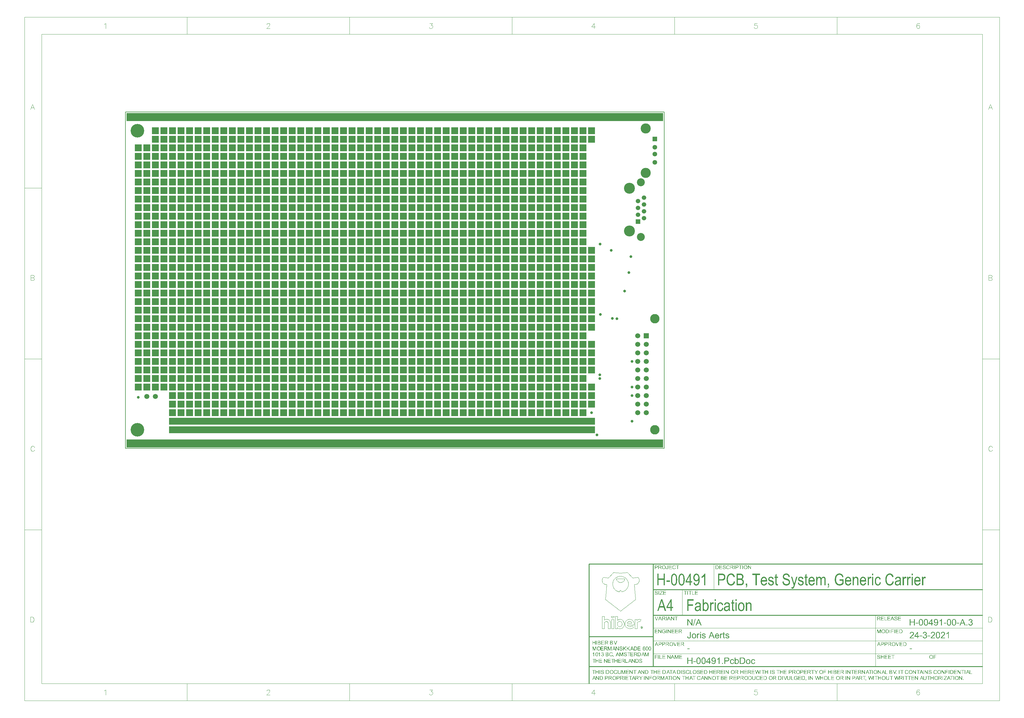
<source format=gbs>
G04*
G04 #@! TF.GenerationSoftware,Altium Limited,Altium Designer,21.2.2 (38)*
G04*
G04 Layer_Color=16711935*
%FSLAX44Y44*%
%MOMM*%
G71*
G04*
G04 #@! TF.SameCoordinates,24F39D98-8D89-4310-BAB6-4DBB87F11CC4*
G04*
G04*
G04 #@! TF.FilePolarity,Negative*
G04*
G01*
G75*
%ADD14C,0.2000*%
%ADD15C,0.0991*%
%ADD16C,0.0423*%
%ADD17C,0.1000*%
%ADD18C,0.2539*%
%ADD19C,0.0127*%
%ADD29C,2.0000*%
%ADD32C,1.5000*%
%ADD33R,159.4000X2.4000*%
%ADD34R,1.3800X1.3800*%
%ADD35C,1.3800*%
%ADD36C,3.0000*%
%ADD37C,2.8000*%
%ADD38C,1.5000*%
%ADD39R,1.5000X1.5000*%
%ADD40R,2.0000X2.0000*%
%ADD41C,4.0500*%
%ADD42C,3.2500*%
%ADD43C,2.3600*%
%ADD44C,1.3400*%
%ADD45R,1.3400X1.3400*%
%ADD46C,0.8000*%
G36*
X1361166Y-1197775D02*
D01*
D01*
D01*
D01*
D02*
G37*
G36*
X1416942Y-1106429D02*
X1417024D01*
X1417122Y-1106445D01*
X1417229Y-1106453D01*
X1417343Y-1106470D01*
X1417474Y-1106494D01*
X1417605Y-1106519D01*
X1417891Y-1106592D01*
X1418047Y-1106633D01*
X1418194Y-1106691D01*
X1418341Y-1106748D01*
X1418488Y-1106822D01*
X1418496Y-1106830D01*
X1418521Y-1106838D01*
X1418562Y-1106862D01*
X1418619Y-1106895D01*
X1418685Y-1106936D01*
X1418758Y-1106985D01*
X1418840Y-1107042D01*
X1418930Y-1107108D01*
X1419126Y-1107263D01*
X1419323Y-1107451D01*
X1419511Y-1107664D01*
X1419601Y-1107787D01*
X1419682Y-1107909D01*
X1419691Y-1107917D01*
X1419699Y-1107942D01*
X1419723Y-1107975D01*
X1419748Y-1108032D01*
X1419780Y-1108089D01*
X1419813Y-1108171D01*
X1419854Y-1108253D01*
X1419895Y-1108351D01*
X1419928Y-1108457D01*
X1419969Y-1108564D01*
X1420034Y-1108809D01*
X1420083Y-1109079D01*
X1420091Y-1109218D01*
X1420099Y-1109365D01*
Y-1109373D01*
Y-1109398D01*
Y-1109439D01*
X1420091Y-1109488D01*
Y-1109553D01*
X1420075Y-1109627D01*
X1420067Y-1109717D01*
X1420050Y-1109807D01*
X1420001Y-1110019D01*
X1419928Y-1110240D01*
X1419887Y-1110355D01*
X1419830Y-1110477D01*
X1419772Y-1110592D01*
X1419699Y-1110706D01*
X1419691Y-1110715D01*
X1419682Y-1110731D01*
X1419658Y-1110764D01*
X1419625Y-1110805D01*
X1419584Y-1110854D01*
X1419535Y-1110911D01*
X1419478Y-1110976D01*
X1419404Y-1111050D01*
X1419331Y-1111124D01*
X1419241Y-1111197D01*
X1419151Y-1111279D01*
X1419044Y-1111361D01*
X1418930Y-1111434D01*
X1418807Y-1111516D01*
X1418676Y-1111590D01*
X1418537Y-1111655D01*
X1418546D01*
X1418578Y-1111663D01*
X1418635Y-1111680D01*
X1418701Y-1111704D01*
X1418791Y-1111729D01*
X1418889Y-1111770D01*
X1418995Y-1111811D01*
X1419110Y-1111868D01*
X1419232Y-1111925D01*
X1419363Y-1111999D01*
X1419494Y-1112072D01*
X1419625Y-1112162D01*
X1419748Y-1112260D01*
X1419870Y-1112367D01*
X1419993Y-1112489D01*
X1420099Y-1112620D01*
X1420108Y-1112628D01*
X1420124Y-1112653D01*
X1420148Y-1112694D01*
X1420189Y-1112751D01*
X1420230Y-1112825D01*
X1420279Y-1112906D01*
X1420329Y-1113005D01*
X1420378Y-1113119D01*
X1420427Y-1113250D01*
X1420484Y-1113389D01*
X1420525Y-1113536D01*
X1420566Y-1113700D01*
X1420607Y-1113872D01*
X1420631Y-1114052D01*
X1420647Y-1114240D01*
X1420656Y-1114444D01*
Y-1114461D01*
Y-1114510D01*
X1420647Y-1114591D01*
X1420639Y-1114689D01*
X1420623Y-1114820D01*
X1420598Y-1114967D01*
X1420566Y-1115131D01*
X1420517Y-1115311D01*
X1420459Y-1115507D01*
X1420394Y-1115704D01*
X1420304Y-1115916D01*
X1420198Y-1116129D01*
X1420075Y-1116342D01*
X1419928Y-1116554D01*
X1419756Y-1116759D01*
X1419568Y-1116955D01*
X1419552Y-1116963D01*
X1419519Y-1116996D01*
X1419462Y-1117053D01*
X1419371Y-1117119D01*
X1419265Y-1117192D01*
X1419142Y-1117282D01*
X1418987Y-1117372D01*
X1418824Y-1117470D01*
X1418635Y-1117568D01*
X1418423Y-1117658D01*
X1418202Y-1117748D01*
X1417957Y-1117822D01*
X1417703Y-1117887D01*
X1417425Y-1117945D01*
X1417139Y-1117977D01*
X1416836Y-1117986D01*
X1416771D01*
X1416689Y-1117977D01*
X1416591Y-1117969D01*
X1416460Y-1117961D01*
X1416313Y-1117936D01*
X1416149Y-1117912D01*
X1415969Y-1117871D01*
X1415781Y-1117830D01*
X1415577Y-1117773D01*
X1415372Y-1117699D01*
X1415159Y-1117609D01*
X1414955Y-1117511D01*
X1414751Y-1117397D01*
X1414546Y-1117258D01*
X1414358Y-1117102D01*
X1414350Y-1117094D01*
X1414317Y-1117061D01*
X1414268Y-1117012D01*
X1414203Y-1116939D01*
X1414129Y-1116849D01*
X1414039Y-1116742D01*
X1413949Y-1116620D01*
X1413851Y-1116481D01*
X1413753Y-1116325D01*
X1413655Y-1116145D01*
X1413565Y-1115957D01*
X1413475Y-1115753D01*
X1413401Y-1115532D01*
X1413327Y-1115303D01*
X1413278Y-1115058D01*
X1413246Y-1114796D01*
X1414636Y-1114608D01*
Y-1114624D01*
X1414644Y-1114657D01*
X1414660Y-1114722D01*
X1414685Y-1114804D01*
X1414710Y-1114902D01*
X1414742Y-1115008D01*
X1414783Y-1115131D01*
X1414824Y-1115262D01*
X1414939Y-1115548D01*
X1415078Y-1115826D01*
X1415159Y-1115965D01*
X1415249Y-1116096D01*
X1415339Y-1116211D01*
X1415446Y-1116317D01*
X1415454Y-1116325D01*
X1415470Y-1116342D01*
X1415503Y-1116366D01*
X1415552Y-1116399D01*
X1415601Y-1116440D01*
X1415675Y-1116481D01*
X1415748Y-1116530D01*
X1415838Y-1116571D01*
X1415936Y-1116620D01*
X1416043Y-1116669D01*
X1416157Y-1116710D01*
X1416280Y-1116750D01*
X1416411Y-1116783D01*
X1416550Y-1116808D01*
X1416689Y-1116824D01*
X1416844Y-1116832D01*
X1416885D01*
X1416942Y-1116824D01*
X1417008D01*
X1417098Y-1116808D01*
X1417196Y-1116800D01*
X1417302Y-1116775D01*
X1417425Y-1116750D01*
X1417548Y-1116710D01*
X1417687Y-1116669D01*
X1417826Y-1116611D01*
X1417965Y-1116546D01*
X1418104Y-1116464D01*
X1418243Y-1116374D01*
X1418374Y-1116276D01*
X1418505Y-1116153D01*
X1418513Y-1116145D01*
X1418537Y-1116121D01*
X1418570Y-1116088D01*
X1418611Y-1116031D01*
X1418660Y-1115965D01*
X1418717Y-1115884D01*
X1418783Y-1115794D01*
X1418848Y-1115687D01*
X1418905Y-1115573D01*
X1418971Y-1115442D01*
X1419028Y-1115311D01*
X1419077Y-1115156D01*
X1419118Y-1115000D01*
X1419151Y-1114837D01*
X1419175Y-1114657D01*
X1419183Y-1114477D01*
Y-1114469D01*
Y-1114436D01*
Y-1114387D01*
X1419175Y-1114313D01*
X1419167Y-1114240D01*
X1419151Y-1114141D01*
X1419134Y-1114035D01*
X1419102Y-1113921D01*
X1419069Y-1113798D01*
X1419028Y-1113667D01*
X1418979Y-1113536D01*
X1418922Y-1113405D01*
X1418848Y-1113275D01*
X1418758Y-1113144D01*
X1418668Y-1113021D01*
X1418554Y-1112898D01*
X1418546Y-1112890D01*
X1418529Y-1112874D01*
X1418488Y-1112841D01*
X1418439Y-1112800D01*
X1418382Y-1112751D01*
X1418308Y-1112702D01*
X1418218Y-1112645D01*
X1418120Y-1112588D01*
X1418014Y-1112530D01*
X1417891Y-1112473D01*
X1417760Y-1112424D01*
X1417621Y-1112375D01*
X1417474Y-1112334D01*
X1417310Y-1112301D01*
X1417147Y-1112285D01*
X1416967Y-1112277D01*
X1416893D01*
X1416812Y-1112285D01*
X1416697Y-1112293D01*
X1416550Y-1112309D01*
X1416386Y-1112342D01*
X1416198Y-1112375D01*
X1415986Y-1112424D01*
X1416141Y-1111205D01*
X1416165D01*
X1416190Y-1111214D01*
X1416223D01*
X1416296Y-1111222D01*
X1416452D01*
X1416509Y-1111214D01*
X1416591Y-1111205D01*
X1416681Y-1111197D01*
X1416779Y-1111181D01*
X1416893Y-1111164D01*
X1417016Y-1111140D01*
X1417139Y-1111107D01*
X1417409Y-1111025D01*
X1417548Y-1110976D01*
X1417687Y-1110911D01*
X1417826Y-1110845D01*
X1417957Y-1110764D01*
X1417965Y-1110755D01*
X1417989Y-1110739D01*
X1418022Y-1110715D01*
X1418071Y-1110674D01*
X1418120Y-1110625D01*
X1418186Y-1110567D01*
X1418243Y-1110494D01*
X1418316Y-1110412D01*
X1418382Y-1110314D01*
X1418447Y-1110208D01*
X1418505Y-1110093D01*
X1418554Y-1109962D01*
X1418603Y-1109823D01*
X1418635Y-1109668D01*
X1418660Y-1109504D01*
X1418668Y-1109332D01*
Y-1109324D01*
Y-1109300D01*
Y-1109259D01*
X1418660Y-1109202D01*
X1418652Y-1109144D01*
X1418644Y-1109062D01*
X1418627Y-1108981D01*
X1418603Y-1108891D01*
X1418537Y-1108694D01*
X1418496Y-1108588D01*
X1418447Y-1108482D01*
X1418390Y-1108375D01*
X1418316Y-1108269D01*
X1418235Y-1108171D01*
X1418145Y-1108073D01*
X1418136Y-1108065D01*
X1418120Y-1108048D01*
X1418096Y-1108024D01*
X1418055Y-1107991D01*
X1417997Y-1107958D01*
X1417940Y-1107909D01*
X1417867Y-1107868D01*
X1417785Y-1107819D01*
X1417695Y-1107770D01*
X1417597Y-1107729D01*
X1417482Y-1107680D01*
X1417368Y-1107647D01*
X1417237Y-1107615D01*
X1417106Y-1107590D01*
X1416959Y-1107574D01*
X1416812Y-1107566D01*
X1416730D01*
X1416681Y-1107574D01*
X1416607Y-1107582D01*
X1416525Y-1107590D01*
X1416435Y-1107607D01*
X1416337Y-1107631D01*
X1416125Y-1107688D01*
X1416018Y-1107729D01*
X1415904Y-1107787D01*
X1415789Y-1107844D01*
X1415675Y-1107909D01*
X1415568Y-1107991D01*
X1415462Y-1108081D01*
X1415454Y-1108089D01*
X1415437Y-1108105D01*
X1415413Y-1108138D01*
X1415372Y-1108179D01*
X1415331Y-1108228D01*
X1415282Y-1108294D01*
X1415233Y-1108375D01*
X1415176Y-1108457D01*
X1415119Y-1108564D01*
X1415061Y-1108678D01*
X1414996Y-1108801D01*
X1414947Y-1108940D01*
X1414890Y-1109087D01*
X1414849Y-1109242D01*
X1414808Y-1109414D01*
X1414775Y-1109602D01*
X1413385Y-1109357D01*
Y-1109349D01*
Y-1109341D01*
X1413401Y-1109292D01*
X1413417Y-1109226D01*
X1413442Y-1109128D01*
X1413475Y-1109005D01*
X1413515Y-1108874D01*
X1413565Y-1108727D01*
X1413622Y-1108564D01*
X1413695Y-1108392D01*
X1413777Y-1108212D01*
X1413875Y-1108032D01*
X1413982Y-1107852D01*
X1414096Y-1107672D01*
X1414227Y-1107500D01*
X1414374Y-1107337D01*
X1414538Y-1107189D01*
X1414546Y-1107181D01*
X1414579Y-1107157D01*
X1414628Y-1107116D01*
X1414701Y-1107067D01*
X1414791Y-1107010D01*
X1414898Y-1106944D01*
X1415020Y-1106879D01*
X1415159Y-1106805D01*
X1415315Y-1106731D01*
X1415487Y-1106666D01*
X1415667Y-1106601D01*
X1415863Y-1106543D01*
X1416075Y-1106494D01*
X1416304Y-1106453D01*
X1416542Y-1106429D01*
X1416787Y-1106421D01*
X1416877D01*
X1416942Y-1106429D01*
D02*
G37*
G36*
X1405857Y-1089002D02*
X1405963D01*
X1406102Y-1089018D01*
X1406266Y-1089035D01*
X1406446Y-1089059D01*
X1406642Y-1089084D01*
X1406855Y-1089125D01*
X1407084Y-1089174D01*
X1407321Y-1089239D01*
X1407558Y-1089313D01*
X1407804Y-1089395D01*
X1408049Y-1089501D01*
X1408294Y-1089615D01*
X1408531Y-1089746D01*
X1408548Y-1089754D01*
X1408589Y-1089779D01*
X1408654Y-1089820D01*
X1408736Y-1089885D01*
X1408842Y-1089959D01*
X1408965Y-1090049D01*
X1409096Y-1090163D01*
X1409243Y-1090286D01*
X1409398Y-1090425D01*
X1409554Y-1090580D01*
X1409717Y-1090752D01*
X1409873Y-1090940D01*
X1410028Y-1091145D01*
X1410184Y-1091357D01*
X1410323Y-1091586D01*
X1410453Y-1091832D01*
X1410462Y-1091848D01*
X1410486Y-1091889D01*
X1410519Y-1091963D01*
X1410560Y-1092069D01*
X1410609Y-1092192D01*
X1410666Y-1092347D01*
X1410723Y-1092519D01*
X1410789Y-1092715D01*
X1410846Y-1092928D01*
X1410903Y-1093165D01*
X1410961Y-1093410D01*
X1411010Y-1093680D01*
X1411059Y-1093958D01*
X1411086Y-1094202D01*
Y-1089226D01*
X1419265D01*
Y-1090559D01*
X1412583D01*
Y-1094027D01*
X1418839D01*
Y-1095360D01*
X1412583D01*
Y-1099212D01*
X1419526D01*
Y-1100545D01*
X1411086D01*
Y-1095425D01*
X1411083Y-1095480D01*
X1411059Y-1095684D01*
X1411026Y-1095897D01*
X1410993Y-1096134D01*
X1410944Y-1096379D01*
X1410887Y-1096633D01*
X1410822Y-1096894D01*
X1410740Y-1097164D01*
X1410650Y-1097426D01*
X1410544Y-1097688D01*
X1410421Y-1097950D01*
X1410413Y-1097966D01*
X1410388Y-1098007D01*
X1410347Y-1098080D01*
X1410290Y-1098170D01*
X1410224Y-1098285D01*
X1410135Y-1098416D01*
X1410028Y-1098563D01*
X1409914Y-1098718D01*
X1409783Y-1098882D01*
X1409636Y-1099045D01*
X1409472Y-1099217D01*
X1409300Y-1099389D01*
X1409104Y-1099553D01*
X1408900Y-1099716D01*
X1408679Y-1099863D01*
X1408450Y-1100002D01*
X1408433Y-1100011D01*
X1408392Y-1100035D01*
X1408319Y-1100068D01*
X1408229Y-1100109D01*
X1408106Y-1100166D01*
X1407967Y-1100223D01*
X1407812Y-1100289D01*
X1407632Y-1100346D01*
X1407427Y-1100411D01*
X1407215Y-1100477D01*
X1406994Y-1100534D01*
X1406749Y-1100591D01*
X1406503Y-1100632D01*
X1406241Y-1100665D01*
X1405972Y-1100689D01*
X1405702Y-1100698D01*
X1405628D01*
X1405546Y-1100689D01*
X1405432Y-1100681D01*
X1405293Y-1100673D01*
X1405129Y-1100657D01*
X1404941Y-1100632D01*
X1404745Y-1100599D01*
X1404524Y-1100558D01*
X1404295Y-1100509D01*
X1404058Y-1100444D01*
X1403820Y-1100370D01*
X1403575Y-1100289D01*
X1403322Y-1100182D01*
X1403076Y-1100068D01*
X1402839Y-1099929D01*
X1402823Y-1099921D01*
X1402782Y-1099896D01*
X1402716Y-1099847D01*
X1402635Y-1099790D01*
X1402528Y-1099708D01*
X1402406Y-1099618D01*
X1402275Y-1099503D01*
X1402128Y-1099381D01*
X1401980Y-1099234D01*
X1401817Y-1099078D01*
X1401661Y-1098906D01*
X1401506Y-1098718D01*
X1401351Y-1098514D01*
X1401203Y-1098301D01*
X1401064Y-1098072D01*
X1400933Y-1097827D01*
X1400925Y-1097811D01*
X1400909Y-1097770D01*
X1400876Y-1097696D01*
X1400835Y-1097590D01*
X1400786Y-1097467D01*
X1400729Y-1097320D01*
X1400672Y-1097156D01*
X1400614Y-1096968D01*
X1400549Y-1096764D01*
X1400492Y-1096543D01*
X1400435Y-1096314D01*
X1400385Y-1096068D01*
X1400345Y-1095807D01*
X1400312Y-1095545D01*
X1400296Y-1095275D01*
X1400287Y-1094997D01*
Y-1094989D01*
Y-1094964D01*
Y-1094923D01*
Y-1094874D01*
X1400296Y-1094809D01*
Y-1094727D01*
X1400304Y-1094637D01*
X1400312Y-1094531D01*
X1400320Y-1094416D01*
X1400336Y-1094294D01*
X1400353Y-1094163D01*
X1400369Y-1094024D01*
X1400418Y-1093721D01*
X1400475Y-1093394D01*
X1400557Y-1093042D01*
X1400655Y-1092682D01*
X1400778Y-1092314D01*
X1400925Y-1091946D01*
X1401097Y-1091586D01*
X1401302Y-1091235D01*
X1401416Y-1091063D01*
X1401530Y-1090899D01*
X1401661Y-1090744D01*
X1401800Y-1090589D01*
X1401809Y-1090580D01*
X1401817Y-1090572D01*
X1401841Y-1090548D01*
X1401874Y-1090523D01*
X1401907Y-1090482D01*
X1401956Y-1090441D01*
X1402079Y-1090335D01*
X1402226Y-1090220D01*
X1402406Y-1090081D01*
X1402618Y-1089942D01*
X1402855Y-1089787D01*
X1403125Y-1089640D01*
X1403420Y-1089501D01*
X1403739Y-1089362D01*
X1404082Y-1089239D01*
X1404458Y-1089141D01*
X1404851Y-1089059D01*
X1405056Y-1089035D01*
X1405268Y-1089010D01*
X1405481Y-1089002D01*
X1405702Y-1088994D01*
X1405775D01*
X1405857Y-1089002D01*
D02*
G37*
G36*
X1414945Y-1127274D02*
X1408263D01*
Y-1130742D01*
X1414520D01*
Y-1132075D01*
X1408263D01*
Y-1135927D01*
X1415207D01*
Y-1137260D01*
X1406767D01*
Y-1125941D01*
X1414945D01*
Y-1127274D01*
D02*
G37*
G36*
X1408778Y-1117823D02*
X1407388D01*
Y-1108973D01*
X1407379Y-1108982D01*
X1407363Y-1108998D01*
X1407339Y-1109023D01*
X1407298Y-1109055D01*
X1407249Y-1109096D01*
X1407183Y-1109153D01*
X1407110Y-1109211D01*
X1407036Y-1109276D01*
X1406938Y-1109342D01*
X1406840Y-1109423D01*
X1406733Y-1109497D01*
X1406619Y-1109587D01*
X1406488Y-1109669D01*
X1406357Y-1109759D01*
X1406063Y-1109939D01*
X1406054Y-1109947D01*
X1406030Y-1109963D01*
X1405981Y-1109988D01*
X1405923Y-1110012D01*
X1405858Y-1110053D01*
X1405776Y-1110102D01*
X1405678Y-1110151D01*
X1405580Y-1110209D01*
X1405351Y-1110323D01*
X1405106Y-1110437D01*
X1404852Y-1110552D01*
X1404607Y-1110650D01*
Y-1109309D01*
X1404623Y-1109301D01*
X1404656Y-1109284D01*
X1404721Y-1109252D01*
X1404803Y-1109211D01*
X1404901Y-1109162D01*
X1405024Y-1109096D01*
X1405155Y-1109023D01*
X1405294Y-1108941D01*
X1405449Y-1108843D01*
X1405613Y-1108745D01*
X1405956Y-1108515D01*
X1406308Y-1108262D01*
X1406643Y-1107984D01*
X1406651Y-1107976D01*
X1406684Y-1107951D01*
X1406725Y-1107910D01*
X1406782Y-1107853D01*
X1406856Y-1107779D01*
X1406938Y-1107698D01*
X1407028Y-1107599D01*
X1407126Y-1107501D01*
X1407224Y-1107387D01*
X1407330Y-1107264D01*
X1407535Y-1107011D01*
X1407723Y-1106741D01*
X1407805Y-1106602D01*
X1407878Y-1106463D01*
X1408778D01*
Y-1117823D01*
D02*
G37*
G36*
X1406896Y-1071956D02*
X1407011D01*
X1407133Y-1071964D01*
X1407281Y-1071981D01*
X1407428Y-1071989D01*
X1407592Y-1072013D01*
X1407763Y-1072030D01*
X1408107Y-1072095D01*
X1408450Y-1072185D01*
X1408614Y-1072234D01*
X1408761Y-1072300D01*
X1408769D01*
X1408794Y-1072316D01*
X1408835Y-1072332D01*
X1408892Y-1072365D01*
X1408957Y-1072398D01*
X1409031Y-1072447D01*
X1409121Y-1072496D01*
X1409211Y-1072561D01*
X1409309Y-1072627D01*
X1409407Y-1072709D01*
X1409505Y-1072790D01*
X1409612Y-1072888D01*
X1409710Y-1072995D01*
X1409808Y-1073101D01*
X1409898Y-1073224D01*
X1409988Y-1073355D01*
X1409996Y-1073363D01*
X1410004Y-1073387D01*
X1410029Y-1073428D01*
X1410061Y-1073477D01*
X1410094Y-1073543D01*
X1410127Y-1073625D01*
X1410168Y-1073706D01*
X1410217Y-1073804D01*
X1410258Y-1073919D01*
X1410299Y-1074034D01*
X1410364Y-1074287D01*
X1410421Y-1074565D01*
X1410430Y-1074704D01*
X1410438Y-1074851D01*
Y-1074860D01*
Y-1074884D01*
Y-1074925D01*
X1410430Y-1074974D01*
Y-1075040D01*
X1410413Y-1075113D01*
X1410405Y-1075203D01*
X1410389Y-1075293D01*
X1410340Y-1075506D01*
X1410266Y-1075735D01*
X1410225Y-1075857D01*
X1410168Y-1075972D01*
X1410110Y-1076095D01*
X1410037Y-1076217D01*
X1410029Y-1076226D01*
X1410021Y-1076242D01*
X1409996Y-1076274D01*
X1409963Y-1076324D01*
X1409922Y-1076381D01*
X1409873Y-1076438D01*
X1409808Y-1076512D01*
X1409742Y-1076585D01*
X1409661Y-1076667D01*
X1409579Y-1076749D01*
X1409481Y-1076831D01*
X1409374Y-1076921D01*
X1409252Y-1077011D01*
X1409129Y-1077092D01*
X1408998Y-1077174D01*
X1408851Y-1077248D01*
X1408859D01*
X1408900Y-1077264D01*
X1408949Y-1077281D01*
X1409023Y-1077305D01*
X1409104Y-1077338D01*
X1409203Y-1077379D01*
X1409317Y-1077428D01*
X1409432Y-1077493D01*
X1409563Y-1077559D01*
X1409693Y-1077632D01*
X1409824Y-1077714D01*
X1409955Y-1077812D01*
X1410078Y-1077910D01*
X1410209Y-1078025D01*
X1410323Y-1078148D01*
X1410430Y-1078278D01*
X1410438Y-1078287D01*
X1410454Y-1078311D01*
X1410479Y-1078352D01*
X1410520Y-1078409D01*
X1410560Y-1078475D01*
X1410609Y-1078556D01*
X1410659Y-1078655D01*
X1410708Y-1078761D01*
X1410757Y-1078884D01*
X1410814Y-1079014D01*
X1410855Y-1079154D01*
X1410896Y-1079309D01*
X1410937Y-1079464D01*
X1410961Y-1079636D01*
X1410977Y-1079808D01*
X1410986Y-1079988D01*
Y-1079996D01*
Y-1080020D01*
Y-1080070D01*
X1410977Y-1080127D01*
Y-1080192D01*
X1410969Y-1080274D01*
X1410961Y-1080372D01*
X1410945Y-1080470D01*
X1410904Y-1080699D01*
X1410838Y-1080953D01*
X1410757Y-1081215D01*
X1410642Y-1081476D01*
Y-1081484D01*
X1410626Y-1081509D01*
X1410609Y-1081542D01*
X1410585Y-1081591D01*
X1410552Y-1081648D01*
X1410511Y-1081713D01*
X1410413Y-1081861D01*
X1410291Y-1082032D01*
X1410151Y-1082204D01*
X1409996Y-1082376D01*
X1409816Y-1082523D01*
X1409808D01*
X1409792Y-1082540D01*
X1409767Y-1082556D01*
X1409726Y-1082580D01*
X1409677Y-1082613D01*
X1409620Y-1082646D01*
X1409554Y-1082687D01*
X1409481Y-1082728D01*
X1409391Y-1082777D01*
X1409301Y-1082818D01*
X1409088Y-1082916D01*
X1408851Y-1082998D01*
X1408581Y-1083079D01*
X1408573D01*
X1408548Y-1083087D01*
X1408508Y-1083096D01*
X1408450Y-1083112D01*
X1408377Y-1083120D01*
X1408287Y-1083137D01*
X1408188Y-1083153D01*
X1408074Y-1083169D01*
X1407951Y-1083194D01*
X1407812Y-1083210D01*
X1407657Y-1083226D01*
X1407502Y-1083235D01*
X1407330Y-1083251D01*
X1407150Y-1083259D01*
X1406953Y-1083267D01*
X1402447D01*
Y-1071948D01*
X1406806D01*
X1406896Y-1071956D01*
D02*
G37*
G36*
X1396301Y-1125941D02*
X1397465D01*
Y-1130595D01*
X1403337D01*
Y-1125941D01*
X1404834D01*
Y-1137260D01*
X1403337D01*
Y-1131928D01*
X1397465D01*
Y-1137260D01*
X1395968D01*
Y-1127274D01*
X1392555D01*
Y-1137260D01*
X1391059D01*
Y-1127274D01*
X1387329D01*
Y-1125941D01*
X1396301D01*
D01*
D02*
G37*
G36*
X1399812Y-1106435D02*
X1399886D01*
X1399984Y-1106443D01*
X1400082Y-1106460D01*
X1400196Y-1106476D01*
X1400442Y-1106517D01*
X1400712Y-1106582D01*
X1400990Y-1106672D01*
X1401120Y-1106730D01*
X1401251Y-1106795D01*
X1401259D01*
X1401284Y-1106811D01*
X1401317Y-1106836D01*
X1401366Y-1106860D01*
X1401423Y-1106901D01*
X1401488Y-1106950D01*
X1401570Y-1106999D01*
X1401652Y-1107065D01*
X1401832Y-1107212D01*
X1402020Y-1107400D01*
X1402208Y-1107613D01*
X1402380Y-1107858D01*
X1402388Y-1107866D01*
X1402396Y-1107891D01*
X1402421Y-1107932D01*
X1402454Y-1107981D01*
X1402495Y-1108046D01*
X1402535Y-1108128D01*
X1402585Y-1108218D01*
X1402634Y-1108324D01*
X1402691Y-1108439D01*
X1402748Y-1108570D01*
X1402805Y-1108709D01*
X1402871Y-1108856D01*
X1402928Y-1109011D01*
X1402977Y-1109175D01*
X1403034Y-1109355D01*
X1403083Y-1109535D01*
Y-1109543D01*
X1403092Y-1109584D01*
X1403108Y-1109633D01*
X1403124Y-1109715D01*
X1403141Y-1109813D01*
X1403165Y-1109936D01*
X1403190Y-1110075D01*
X1403214Y-1110238D01*
X1403239Y-1110418D01*
X1403263Y-1110623D01*
X1403288Y-1110843D01*
X1403304Y-1111081D01*
X1403321Y-1111334D01*
X1403337Y-1111612D01*
X1403345Y-1111898D01*
Y-1112209D01*
Y-1112217D01*
Y-1112234D01*
Y-1112258D01*
Y-1112299D01*
Y-1112340D01*
Y-1112397D01*
X1403337Y-1112463D01*
Y-1112536D01*
X1403329Y-1112708D01*
X1403321Y-1112905D01*
X1403312Y-1113117D01*
X1403296Y-1113354D01*
X1403271Y-1113608D01*
X1403247Y-1113870D01*
X1403173Y-1114401D01*
X1403124Y-1114671D01*
X1403067Y-1114933D01*
X1403002Y-1115186D01*
X1402928Y-1115424D01*
X1402920Y-1115440D01*
X1402912Y-1115481D01*
X1402887Y-1115538D01*
X1402854Y-1115628D01*
X1402805Y-1115726D01*
X1402756Y-1115849D01*
X1402691Y-1115980D01*
X1402625Y-1116119D01*
X1402544Y-1116266D01*
X1402446Y-1116421D01*
X1402347Y-1116577D01*
X1402241Y-1116740D01*
X1402118Y-1116896D01*
X1401987Y-1117043D01*
X1401848Y-1117182D01*
X1401701Y-1117313D01*
X1401693Y-1117321D01*
X1401660Y-1117337D01*
X1401619Y-1117370D01*
X1401554Y-1117419D01*
X1401472Y-1117468D01*
X1401382Y-1117525D01*
X1401268Y-1117583D01*
X1401145Y-1117640D01*
X1400998Y-1117706D01*
X1400842Y-1117763D01*
X1400679Y-1117820D01*
X1400499Y-1117869D01*
X1400303Y-1117910D01*
X1400098Y-1117943D01*
X1399886Y-1117967D01*
X1399657Y-1117975D01*
X1399583D01*
X1399501Y-1117967D01*
X1399387Y-1117959D01*
X1399247Y-1117943D01*
X1399084Y-1117910D01*
X1398912Y-1117877D01*
X1398716Y-1117828D01*
X1398512Y-1117771D01*
X1398307Y-1117689D01*
X1398094Y-1117599D01*
X1397874Y-1117485D01*
X1397661Y-1117354D01*
X1397456Y-1117198D01*
X1397260Y-1117018D01*
X1397080Y-1116814D01*
Y-1116806D01*
X1397072Y-1116798D01*
X1397056Y-1116773D01*
X1397031Y-1116749D01*
X1397007Y-1116708D01*
X1396974Y-1116659D01*
X1396941Y-1116609D01*
X1396908Y-1116544D01*
X1396868Y-1116470D01*
X1396818Y-1116389D01*
X1396777Y-1116299D01*
X1396729Y-1116201D01*
X1396679Y-1116086D01*
X1396630Y-1115972D01*
X1396573Y-1115841D01*
X1396524Y-1115710D01*
X1396475Y-1115563D01*
X1396418Y-1115407D01*
X1396369Y-1115244D01*
X1396319Y-1115064D01*
X1396270Y-1114884D01*
X1396230Y-1114688D01*
X1396181Y-1114491D01*
X1396140Y-1114270D01*
X1396107Y-1114050D01*
X1396074Y-1113820D01*
X1396042Y-1113575D01*
X1396017Y-1113322D01*
X1395992Y-1113060D01*
X1395984Y-1112790D01*
X1395968Y-1112504D01*
Y-1112209D01*
Y-1112201D01*
Y-1112185D01*
Y-1112160D01*
Y-1112119D01*
Y-1112070D01*
Y-1112013D01*
X1395976Y-1111948D01*
Y-1111874D01*
X1395984Y-1111710D01*
X1395992Y-1111514D01*
X1396001Y-1111293D01*
X1396017Y-1111056D01*
X1396042Y-1110803D01*
X1396066Y-1110541D01*
X1396140Y-1110001D01*
X1396189Y-1109731D01*
X1396246Y-1109469D01*
X1396303Y-1109216D01*
X1396377Y-1108979D01*
X1396385Y-1108962D01*
X1396393Y-1108921D01*
X1396418Y-1108864D01*
X1396450Y-1108774D01*
X1396499Y-1108676D01*
X1396548Y-1108553D01*
X1396614Y-1108422D01*
X1396688Y-1108283D01*
X1396761Y-1108136D01*
X1396859Y-1107981D01*
X1396958Y-1107817D01*
X1397064Y-1107662D01*
X1397186Y-1107506D01*
X1397317Y-1107359D01*
X1397456Y-1107220D01*
X1397604Y-1107089D01*
X1397612Y-1107081D01*
X1397645Y-1107057D01*
X1397685Y-1107024D01*
X1397751Y-1106983D01*
X1397833Y-1106934D01*
X1397931Y-1106877D01*
X1398037Y-1106820D01*
X1398168Y-1106754D01*
X1398307Y-1106697D01*
X1398462Y-1106639D01*
X1398634Y-1106582D01*
X1398814Y-1106533D01*
X1399010Y-1106484D01*
X1399215Y-1106451D01*
X1399427Y-1106435D01*
X1399657Y-1106427D01*
X1399747D01*
X1399812Y-1106435D01*
D02*
G37*
G36*
X1399624Y-1083267D02*
X1398128D01*
Y-1071948D01*
X1399624D01*
Y-1083267D01*
D02*
G37*
G36*
X1398141Y-1100545D02*
X1396694D01*
Y-1091074D01*
X1393398Y-1100545D01*
X1392040D01*
X1388777Y-1090910D01*
Y-1100545D01*
X1387329D01*
Y-1089226D01*
X1389578D01*
X1392261Y-1097241D01*
X1392269Y-1097257D01*
X1392277Y-1097290D01*
X1392294Y-1097347D01*
X1392318Y-1097421D01*
X1392351Y-1097519D01*
X1392383Y-1097625D01*
X1392424Y-1097740D01*
X1392465Y-1097871D01*
X1392555Y-1098141D01*
X1392645Y-1098419D01*
X1392686Y-1098558D01*
X1392727Y-1098689D01*
X1392768Y-1098803D01*
X1392801Y-1098918D01*
Y-1098909D01*
X1392809Y-1098885D01*
X1392825Y-1098852D01*
X1392841Y-1098803D01*
X1392858Y-1098738D01*
X1392882Y-1098656D01*
X1392915Y-1098566D01*
X1392948Y-1098460D01*
X1392989Y-1098337D01*
X1393038Y-1098206D01*
X1393087Y-1098059D01*
X1393136Y-1097895D01*
X1393201Y-1097715D01*
X1393259Y-1097527D01*
X1393332Y-1097323D01*
X1393406Y-1097102D01*
X1396121Y-1089226D01*
X1398141D01*
Y-1100545D01*
D02*
G37*
G36*
X1396195Y-1083267D02*
X1394698D01*
Y-1077935D01*
X1388826D01*
Y-1083267D01*
X1387329D01*
Y-1071948D01*
X1388826D01*
Y-1076602D01*
X1394698D01*
Y-1071948D01*
X1396195D01*
Y-1083267D01*
D02*
G37*
G36*
X1391500Y-1117823D02*
X1390110D01*
Y-1108973D01*
X1390102Y-1108982D01*
X1390085Y-1108998D01*
X1390061Y-1109023D01*
X1390020Y-1109055D01*
X1389971Y-1109096D01*
X1389905Y-1109153D01*
X1389832Y-1109211D01*
X1389758Y-1109276D01*
X1389660Y-1109342D01*
X1389562Y-1109423D01*
X1389455Y-1109497D01*
X1389341Y-1109587D01*
X1389210Y-1109669D01*
X1389079Y-1109759D01*
X1388785Y-1109939D01*
X1388777Y-1109947D01*
X1388752Y-1109963D01*
X1388703Y-1109988D01*
X1388646Y-1110012D01*
X1388580Y-1110053D01*
X1388499Y-1110102D01*
X1388400Y-1110151D01*
X1388302Y-1110209D01*
X1388073Y-1110323D01*
X1387828Y-1110437D01*
X1387574Y-1110552D01*
X1387329Y-1110650D01*
Y-1109309D01*
X1387345Y-1109301D01*
X1387378Y-1109284D01*
X1387444Y-1109252D01*
X1387525Y-1109211D01*
X1387623Y-1109162D01*
X1387746Y-1109096D01*
X1387877Y-1109023D01*
X1388016Y-1108941D01*
X1388171Y-1108843D01*
X1388335Y-1108745D01*
X1388678Y-1108515D01*
X1389030Y-1108262D01*
X1389366Y-1107984D01*
X1389374Y-1107976D01*
X1389406Y-1107951D01*
X1389447Y-1107910D01*
X1389505Y-1107853D01*
X1389578Y-1107779D01*
X1389660Y-1107698D01*
X1389750Y-1107599D01*
X1389848Y-1107501D01*
X1389946Y-1107387D01*
X1390052Y-1107264D01*
X1390257Y-1107011D01*
X1390445Y-1106741D01*
X1390527Y-1106602D01*
X1390600Y-1106463D01*
X1391500D01*
Y-1117823D01*
D02*
G37*
G36*
X1557472Y-1089157D02*
X1557545D01*
X1557643Y-1089165D01*
X1557742Y-1089182D01*
X1557856Y-1089198D01*
X1558101Y-1089239D01*
X1558371Y-1089305D01*
X1558649Y-1089395D01*
X1558780Y-1089452D01*
X1558911Y-1089517D01*
X1558919D01*
X1558944Y-1089533D01*
X1558976Y-1089558D01*
X1559026Y-1089583D01*
X1559083Y-1089623D01*
X1559148Y-1089672D01*
X1559230Y-1089722D01*
X1559312Y-1089787D01*
X1559492Y-1089934D01*
X1559680Y-1090122D01*
X1559868Y-1090335D01*
X1560040Y-1090580D01*
X1560048Y-1090589D01*
X1560056Y-1090613D01*
X1560081Y-1090654D01*
X1560113Y-1090703D01*
X1560154Y-1090769D01*
X1560195Y-1090850D01*
X1560244Y-1090940D01*
X1560293Y-1091047D01*
X1560350Y-1091161D01*
X1560408Y-1091292D01*
X1560465Y-1091431D01*
X1560531Y-1091578D01*
X1560588Y-1091734D01*
X1560637Y-1091897D01*
X1560694Y-1092077D01*
X1560743Y-1092257D01*
Y-1092265D01*
X1560751Y-1092306D01*
X1560768Y-1092355D01*
X1560784Y-1092437D01*
X1560800Y-1092535D01*
X1560825Y-1092658D01*
X1560849Y-1092797D01*
X1560874Y-1092960D01*
X1560898Y-1093140D01*
X1560923Y-1093345D01*
X1560948Y-1093566D01*
X1560964Y-1093803D01*
X1560980Y-1094056D01*
X1560997Y-1094334D01*
X1561005Y-1094621D01*
Y-1094931D01*
Y-1094940D01*
Y-1094956D01*
Y-1094981D01*
Y-1095022D01*
Y-1095062D01*
Y-1095120D01*
X1560997Y-1095185D01*
Y-1095259D01*
X1560988Y-1095430D01*
X1560980Y-1095627D01*
X1560972Y-1095839D01*
X1560956Y-1096077D01*
X1560931Y-1096330D01*
X1560907Y-1096592D01*
X1560833Y-1097123D01*
X1560784Y-1097393D01*
X1560727Y-1097655D01*
X1560661Y-1097909D01*
X1560588Y-1098146D01*
X1560580Y-1098162D01*
X1560571Y-1098203D01*
X1560547Y-1098260D01*
X1560514Y-1098350D01*
X1560465Y-1098448D01*
X1560416Y-1098571D01*
X1560350Y-1098702D01*
X1560285Y-1098841D01*
X1560203Y-1098988D01*
X1560105Y-1099144D01*
X1560007Y-1099299D01*
X1559901Y-1099463D01*
X1559778Y-1099618D01*
X1559647Y-1099765D01*
X1559508Y-1099904D01*
X1559361Y-1100035D01*
X1559353Y-1100043D01*
X1559320Y-1100060D01*
X1559279Y-1100092D01*
X1559214Y-1100141D01*
X1559132Y-1100191D01*
X1559042Y-1100248D01*
X1558927Y-1100305D01*
X1558805Y-1100362D01*
X1558658Y-1100428D01*
X1558502Y-1100485D01*
X1558339Y-1100542D01*
X1558159Y-1100591D01*
X1557962Y-1100632D01*
X1557758Y-1100665D01*
X1557545Y-1100689D01*
X1557316Y-1100698D01*
X1557243D01*
X1557161Y-1100689D01*
X1557046Y-1100681D01*
X1556907Y-1100665D01*
X1556744Y-1100632D01*
X1556572Y-1100599D01*
X1556376Y-1100550D01*
X1556171Y-1100493D01*
X1555967Y-1100411D01*
X1555754Y-1100321D01*
X1555533Y-1100207D01*
X1555321Y-1100076D01*
X1555116Y-1099921D01*
X1554920Y-1099741D01*
X1554740Y-1099536D01*
Y-1099528D01*
X1554732Y-1099520D01*
X1554715Y-1099495D01*
X1554691Y-1099471D01*
X1554666Y-1099430D01*
X1554634Y-1099381D01*
X1554601Y-1099332D01*
X1554568Y-1099266D01*
X1554527Y-1099193D01*
X1554478Y-1099111D01*
X1554437Y-1099021D01*
X1554388Y-1098923D01*
X1554339Y-1098808D01*
X1554290Y-1098694D01*
X1554233Y-1098563D01*
X1554184Y-1098432D01*
X1554135Y-1098285D01*
X1554077Y-1098129D01*
X1554028Y-1097966D01*
X1553979Y-1097786D01*
X1553930Y-1097606D01*
X1553889Y-1097410D01*
X1553840Y-1097213D01*
X1553799Y-1096993D01*
X1553767Y-1096772D01*
X1553734Y-1096543D01*
X1553701Y-1096297D01*
X1553677Y-1096044D01*
X1553652Y-1095782D01*
X1553644Y-1095512D01*
X1553628Y-1095226D01*
Y-1094931D01*
Y-1094923D01*
Y-1094907D01*
Y-1094882D01*
Y-1094842D01*
Y-1094792D01*
Y-1094735D01*
X1553636Y-1094670D01*
Y-1094596D01*
X1553644Y-1094433D01*
X1553652Y-1094236D01*
X1553660Y-1094016D01*
X1553677Y-1093778D01*
X1553701Y-1093525D01*
X1553726Y-1093263D01*
X1553799Y-1092723D01*
X1553848Y-1092453D01*
X1553906Y-1092192D01*
X1553963Y-1091938D01*
X1554037Y-1091701D01*
X1554045Y-1091684D01*
X1554053Y-1091644D01*
X1554077Y-1091586D01*
X1554110Y-1091496D01*
X1554159Y-1091398D01*
X1554208Y-1091276D01*
X1554274Y-1091145D01*
X1554347Y-1091006D01*
X1554421Y-1090859D01*
X1554519Y-1090703D01*
X1554617Y-1090539D01*
X1554724Y-1090384D01*
X1554846Y-1090229D01*
X1554977Y-1090081D01*
X1555116Y-1089942D01*
X1555263Y-1089812D01*
X1555271Y-1089803D01*
X1555304Y-1089779D01*
X1555345Y-1089746D01*
X1555411Y-1089705D01*
X1555492Y-1089656D01*
X1555591Y-1089599D01*
X1555697Y-1089542D01*
X1555828Y-1089476D01*
X1555967Y-1089419D01*
X1556122Y-1089362D01*
X1556294Y-1089305D01*
X1556474Y-1089255D01*
X1556670Y-1089206D01*
X1556875Y-1089174D01*
X1557087Y-1089157D01*
X1557316Y-1089149D01*
X1557406D01*
X1557472Y-1089157D01*
D02*
G37*
G36*
X1553641Y-1117823D02*
X1552194D01*
Y-1108352D01*
X1548898Y-1117823D01*
X1547540D01*
X1544277Y-1108188D01*
Y-1117823D01*
X1542829D01*
Y-1106504D01*
X1545078D01*
X1547761Y-1114519D01*
X1547769Y-1114535D01*
X1547777Y-1114568D01*
X1547793Y-1114625D01*
X1547818Y-1114699D01*
X1547851Y-1114797D01*
X1547883Y-1114903D01*
X1547924Y-1115018D01*
X1547965Y-1115148D01*
X1548055Y-1115418D01*
X1548145Y-1115696D01*
X1548186Y-1115835D01*
X1548227Y-1115966D01*
X1548268Y-1116081D01*
X1548301Y-1116195D01*
Y-1116187D01*
X1548309Y-1116163D01*
X1548325Y-1116130D01*
X1548342Y-1116081D01*
X1548358Y-1116015D01*
X1548382Y-1115934D01*
X1548415Y-1115844D01*
X1548448Y-1115737D01*
X1548489Y-1115615D01*
X1548538Y-1115484D01*
X1548587Y-1115337D01*
X1548636Y-1115173D01*
X1548701Y-1114993D01*
X1548759Y-1114805D01*
X1548832Y-1114601D01*
X1548906Y-1114380D01*
X1551621Y-1106504D01*
X1553641D01*
Y-1117823D01*
D02*
G37*
G36*
X1540537Y-1089157D02*
X1540627D01*
X1540742Y-1089174D01*
X1540873Y-1089190D01*
X1541020Y-1089214D01*
X1541183Y-1089239D01*
X1541347Y-1089280D01*
X1541527Y-1089329D01*
X1541707Y-1089395D01*
X1541887Y-1089468D01*
X1542075Y-1089550D01*
X1542255Y-1089656D01*
X1542427Y-1089771D01*
X1542590Y-1089902D01*
X1542598Y-1089910D01*
X1542631Y-1089934D01*
X1542672Y-1089983D01*
X1542729Y-1090041D01*
X1542795Y-1090114D01*
X1542868Y-1090212D01*
X1542950Y-1090319D01*
X1543040Y-1090441D01*
X1543130Y-1090580D01*
X1543220Y-1090736D01*
X1543310Y-1090908D01*
X1543384Y-1091096D01*
X1543465Y-1091292D01*
X1543531Y-1091505D01*
X1543580Y-1091734D01*
X1543621Y-1091971D01*
X1542238Y-1092077D01*
Y-1092069D01*
X1542230Y-1092044D01*
X1542222Y-1091995D01*
X1542206Y-1091946D01*
X1542181Y-1091873D01*
X1542165Y-1091799D01*
X1542099Y-1091619D01*
X1542026Y-1091431D01*
X1541936Y-1091235D01*
X1541830Y-1091047D01*
X1541772Y-1090965D01*
X1541707Y-1090891D01*
X1541699Y-1090883D01*
X1541682Y-1090867D01*
X1541650Y-1090834D01*
X1541609Y-1090801D01*
X1541552Y-1090752D01*
X1541486Y-1090703D01*
X1541413Y-1090646D01*
X1541322Y-1090589D01*
X1541224Y-1090539D01*
X1541118Y-1090482D01*
X1541012Y-1090433D01*
X1540889Y-1090384D01*
X1540758Y-1090351D01*
X1540619Y-1090319D01*
X1540472Y-1090302D01*
X1540325Y-1090294D01*
X1540259D01*
X1540210Y-1090302D01*
X1540153D01*
X1540087Y-1090311D01*
X1540014Y-1090327D01*
X1539924Y-1090343D01*
X1539744Y-1090384D01*
X1539548Y-1090450D01*
X1539351Y-1090548D01*
X1539253Y-1090605D01*
X1539155Y-1090670D01*
X1539147Y-1090678D01*
X1539131Y-1090695D01*
X1539090Y-1090719D01*
X1539049Y-1090760D01*
X1538992Y-1090809D01*
X1538926Y-1090867D01*
X1538861Y-1090940D01*
X1538779Y-1091022D01*
X1538697Y-1091112D01*
X1538615Y-1091218D01*
X1538525Y-1091333D01*
X1538444Y-1091456D01*
X1538354Y-1091595D01*
X1538272Y-1091742D01*
X1538190Y-1091897D01*
X1538116Y-1092061D01*
Y-1092069D01*
X1538100Y-1092102D01*
X1538084Y-1092159D01*
X1538059Y-1092233D01*
X1538026Y-1092322D01*
X1537994Y-1092437D01*
X1537961Y-1092576D01*
X1537928Y-1092731D01*
X1537896Y-1092903D01*
X1537855Y-1093100D01*
X1537822Y-1093320D01*
X1537797Y-1093549D01*
X1537773Y-1093803D01*
X1537748Y-1094073D01*
X1537740Y-1094367D01*
X1537732Y-1094678D01*
X1537740Y-1094670D01*
X1537757Y-1094645D01*
X1537781Y-1094604D01*
X1537822Y-1094555D01*
X1537871Y-1094490D01*
X1537928Y-1094416D01*
X1537994Y-1094334D01*
X1538076Y-1094245D01*
X1538157Y-1094155D01*
X1538247Y-1094065D01*
X1538460Y-1093876D01*
X1538689Y-1093697D01*
X1538820Y-1093615D01*
X1538951Y-1093541D01*
X1538959Y-1093533D01*
X1538983Y-1093525D01*
X1539024Y-1093508D01*
X1539073Y-1093484D01*
X1539147Y-1093451D01*
X1539220Y-1093418D01*
X1539310Y-1093386D01*
X1539417Y-1093353D01*
X1539523Y-1093320D01*
X1539646Y-1093288D01*
X1539899Y-1093222D01*
X1540186Y-1093181D01*
X1540333Y-1093165D01*
X1540546D01*
X1540619Y-1093173D01*
X1540709Y-1093181D01*
X1540832Y-1093198D01*
X1540971Y-1093222D01*
X1541126Y-1093255D01*
X1541298Y-1093296D01*
X1541478Y-1093345D01*
X1541666Y-1093418D01*
X1541862Y-1093500D01*
X1542067Y-1093598D01*
X1542263Y-1093721D01*
X1542459Y-1093852D01*
X1542656Y-1094016D01*
X1542844Y-1094195D01*
X1542852Y-1094204D01*
X1542885Y-1094245D01*
X1542934Y-1094302D01*
X1542999Y-1094383D01*
X1543073Y-1094482D01*
X1543154Y-1094604D01*
X1543244Y-1094743D01*
X1543335Y-1094907D01*
X1543424Y-1095087D01*
X1543514Y-1095291D01*
X1543596Y-1095504D01*
X1543670Y-1095741D01*
X1543735Y-1095995D01*
X1543784Y-1096256D01*
X1543817Y-1096543D01*
X1543825Y-1096837D01*
Y-1096845D01*
Y-1096886D01*
Y-1096944D01*
X1543817Y-1097017D01*
X1543809Y-1097115D01*
X1543801Y-1097222D01*
X1543784Y-1097344D01*
X1543768Y-1097483D01*
X1543743Y-1097630D01*
X1543711Y-1097786D01*
X1543678Y-1097950D01*
X1543629Y-1098121D01*
X1543572Y-1098293D01*
X1543514Y-1098465D01*
X1543441Y-1098645D01*
X1543359Y-1098816D01*
X1543351Y-1098825D01*
X1543335Y-1098857D01*
X1543310Y-1098906D01*
X1543277Y-1098964D01*
X1543228Y-1099045D01*
X1543171Y-1099135D01*
X1543105Y-1099225D01*
X1543032Y-1099332D01*
X1542942Y-1099446D01*
X1542852Y-1099561D01*
X1542746Y-1099675D01*
X1542631Y-1099790D01*
X1542517Y-1099904D01*
X1542386Y-1100019D01*
X1542247Y-1100117D01*
X1542099Y-1100215D01*
X1542091Y-1100223D01*
X1542067Y-1100240D01*
X1542018Y-1100256D01*
X1541960Y-1100289D01*
X1541879Y-1100330D01*
X1541789Y-1100370D01*
X1541691Y-1100411D01*
X1541568Y-1100452D01*
X1541445Y-1100501D01*
X1541306Y-1100542D01*
X1541151Y-1100583D01*
X1540995Y-1100624D01*
X1540824Y-1100657D01*
X1540652Y-1100673D01*
X1540464Y-1100689D01*
X1540276Y-1100698D01*
X1540202D01*
X1540161Y-1100689D01*
X1540112D01*
X1539989Y-1100681D01*
X1539842Y-1100657D01*
X1539670Y-1100632D01*
X1539482Y-1100591D01*
X1539270Y-1100534D01*
X1539049Y-1100469D01*
X1538820Y-1100387D01*
X1538591Y-1100281D01*
X1538354Y-1100158D01*
X1538116Y-1100011D01*
X1537879Y-1099839D01*
X1537658Y-1099642D01*
X1537446Y-1099422D01*
X1537438Y-1099405D01*
X1537397Y-1099364D01*
X1537348Y-1099283D01*
X1537274Y-1099176D01*
X1537192Y-1099037D01*
X1537143Y-1098956D01*
X1537102Y-1098866D01*
X1537053Y-1098767D01*
X1537004Y-1098661D01*
X1536947Y-1098538D01*
X1536898Y-1098416D01*
X1536849Y-1098285D01*
X1536800Y-1098146D01*
X1536742Y-1097990D01*
X1536693Y-1097835D01*
X1536652Y-1097663D01*
X1536603Y-1097492D01*
X1536562Y-1097303D01*
X1536521Y-1097107D01*
X1536481Y-1096903D01*
X1536448Y-1096690D01*
X1536423Y-1096469D01*
X1536399Y-1096240D01*
X1536374Y-1095995D01*
X1536366Y-1095749D01*
X1536350Y-1095488D01*
Y-1095218D01*
Y-1095210D01*
Y-1095177D01*
Y-1095136D01*
Y-1095071D01*
X1536358Y-1094997D01*
Y-1094907D01*
X1536366Y-1094801D01*
Y-1094678D01*
X1536374Y-1094555D01*
X1536391Y-1094408D01*
X1536399Y-1094261D01*
X1536415Y-1094097D01*
X1536448Y-1093762D01*
X1536505Y-1093394D01*
X1536562Y-1093009D01*
X1536644Y-1092609D01*
X1536742Y-1092216D01*
X1536857Y-1091824D01*
X1536996Y-1091439D01*
X1537159Y-1091079D01*
X1537249Y-1090908D01*
X1537348Y-1090752D01*
X1537454Y-1090597D01*
X1537560Y-1090450D01*
X1537577Y-1090433D01*
X1537609Y-1090392D01*
X1537667Y-1090327D01*
X1537757Y-1090245D01*
X1537863Y-1090147D01*
X1537986Y-1090041D01*
X1538141Y-1089918D01*
X1538313Y-1089795D01*
X1538509Y-1089681D01*
X1538722Y-1089558D01*
X1538951Y-1089452D01*
X1539204Y-1089354D01*
X1539482Y-1089272D01*
X1539769Y-1089206D01*
X1540079Y-1089165D01*
X1540406Y-1089149D01*
X1540464D01*
X1540537Y-1089157D01*
D02*
G37*
G36*
X1542605Y-1117823D02*
X1540904D01*
X1539596Y-1114396D01*
X1534844D01*
X1533609Y-1117823D01*
X1532030D01*
X1536373Y-1106504D01*
X1537976D01*
X1542605Y-1117823D01*
D02*
G37*
G36*
X1548833Y-1089157D02*
X1548906D01*
X1549005Y-1089165D01*
X1549103Y-1089182D01*
X1549217Y-1089198D01*
X1549462Y-1089239D01*
X1549732Y-1089305D01*
X1550011Y-1089395D01*
X1550141Y-1089452D01*
X1550272Y-1089517D01*
X1550280D01*
X1550305Y-1089533D01*
X1550338Y-1089558D01*
X1550387Y-1089583D01*
X1550444Y-1089623D01*
X1550509Y-1089672D01*
X1550591Y-1089722D01*
X1550673Y-1089787D01*
X1550853Y-1089934D01*
X1551041Y-1090122D01*
X1551229Y-1090335D01*
X1551401Y-1090580D01*
X1551409Y-1090589D01*
X1551417Y-1090613D01*
X1551442Y-1090654D01*
X1551474Y-1090703D01*
X1551515Y-1090769D01*
X1551556Y-1090850D01*
X1551605Y-1090940D01*
X1551654Y-1091047D01*
X1551712Y-1091161D01*
X1551769Y-1091292D01*
X1551826Y-1091431D01*
X1551892Y-1091578D01*
X1551949Y-1091734D01*
X1551998Y-1091897D01*
X1552055Y-1092077D01*
X1552104Y-1092257D01*
Y-1092265D01*
X1552112Y-1092306D01*
X1552129Y-1092355D01*
X1552145Y-1092437D01*
X1552162Y-1092535D01*
X1552186Y-1092658D01*
X1552211Y-1092797D01*
X1552235Y-1092960D01*
X1552260Y-1093140D01*
X1552284Y-1093345D01*
X1552309Y-1093566D01*
X1552325Y-1093803D01*
X1552341Y-1094056D01*
X1552358Y-1094334D01*
X1552366Y-1094621D01*
Y-1094931D01*
Y-1094940D01*
Y-1094956D01*
Y-1094981D01*
Y-1095022D01*
Y-1095062D01*
Y-1095120D01*
X1552358Y-1095185D01*
Y-1095259D01*
X1552350Y-1095430D01*
X1552341Y-1095627D01*
X1552333Y-1095839D01*
X1552317Y-1096077D01*
X1552292Y-1096330D01*
X1552268Y-1096592D01*
X1552194Y-1097123D01*
X1552145Y-1097393D01*
X1552088Y-1097655D01*
X1552022Y-1097909D01*
X1551949Y-1098146D01*
X1551941Y-1098162D01*
X1551933Y-1098203D01*
X1551908Y-1098260D01*
X1551875Y-1098350D01*
X1551826Y-1098448D01*
X1551777Y-1098571D01*
X1551712Y-1098702D01*
X1551646Y-1098841D01*
X1551564Y-1098988D01*
X1551466Y-1099144D01*
X1551368Y-1099299D01*
X1551262Y-1099463D01*
X1551139Y-1099618D01*
X1551008Y-1099765D01*
X1550869Y-1099904D01*
X1550722Y-1100035D01*
X1550714Y-1100043D01*
X1550681Y-1100060D01*
X1550640Y-1100092D01*
X1550575Y-1100141D01*
X1550493Y-1100191D01*
X1550403Y-1100248D01*
X1550289Y-1100305D01*
X1550166Y-1100362D01*
X1550019Y-1100428D01*
X1549863Y-1100485D01*
X1549700Y-1100542D01*
X1549520Y-1100591D01*
X1549323Y-1100632D01*
X1549119Y-1100665D01*
X1548906Y-1100689D01*
X1548677Y-1100698D01*
X1548604D01*
X1548522Y-1100689D01*
X1548407Y-1100681D01*
X1548268Y-1100665D01*
X1548105Y-1100632D01*
X1547933Y-1100599D01*
X1547737Y-1100550D01*
X1547532Y-1100493D01*
X1547328Y-1100411D01*
X1547115Y-1100321D01*
X1546894Y-1100207D01*
X1546682Y-1100076D01*
X1546477Y-1099921D01*
X1546281Y-1099741D01*
X1546101Y-1099536D01*
Y-1099528D01*
X1546093Y-1099520D01*
X1546077Y-1099495D01*
X1546052Y-1099471D01*
X1546027Y-1099430D01*
X1545995Y-1099381D01*
X1545962Y-1099332D01*
X1545929Y-1099266D01*
X1545888Y-1099193D01*
X1545839Y-1099111D01*
X1545798Y-1099021D01*
X1545749Y-1098923D01*
X1545700Y-1098808D01*
X1545651Y-1098694D01*
X1545594Y-1098563D01*
X1545545Y-1098432D01*
X1545496Y-1098285D01*
X1545439Y-1098129D01*
X1545389Y-1097966D01*
X1545340Y-1097786D01*
X1545291Y-1097606D01*
X1545250Y-1097410D01*
X1545201Y-1097213D01*
X1545160Y-1096993D01*
X1545128Y-1096772D01*
X1545095Y-1096543D01*
X1545062Y-1096297D01*
X1545038Y-1096044D01*
X1545013Y-1095782D01*
X1545005Y-1095512D01*
X1544989Y-1095226D01*
Y-1094931D01*
Y-1094923D01*
Y-1094907D01*
Y-1094882D01*
Y-1094842D01*
Y-1094792D01*
Y-1094735D01*
X1544997Y-1094670D01*
Y-1094596D01*
X1545005Y-1094433D01*
X1545013Y-1094236D01*
X1545021Y-1094016D01*
X1545038Y-1093778D01*
X1545062Y-1093525D01*
X1545087Y-1093263D01*
X1545160Y-1092723D01*
X1545210Y-1092453D01*
X1545267Y-1092192D01*
X1545324Y-1091938D01*
X1545398Y-1091701D01*
X1545406Y-1091684D01*
X1545414Y-1091644D01*
X1545439Y-1091586D01*
X1545471Y-1091496D01*
X1545520Y-1091398D01*
X1545569Y-1091276D01*
X1545635Y-1091145D01*
X1545708Y-1091006D01*
X1545782Y-1090859D01*
X1545880Y-1090703D01*
X1545978Y-1090539D01*
X1546085Y-1090384D01*
X1546207Y-1090229D01*
X1546338Y-1090081D01*
X1546477Y-1089942D01*
X1546624Y-1089812D01*
X1546633Y-1089803D01*
X1546665Y-1089779D01*
X1546706Y-1089746D01*
X1546772Y-1089705D01*
X1546853Y-1089656D01*
X1546952Y-1089599D01*
X1547058Y-1089542D01*
X1547189Y-1089476D01*
X1547328Y-1089419D01*
X1547483Y-1089362D01*
X1547655Y-1089305D01*
X1547835Y-1089255D01*
X1548031Y-1089206D01*
X1548236Y-1089174D01*
X1548448Y-1089157D01*
X1548677Y-1089149D01*
X1548767D01*
X1548833Y-1089157D01*
D02*
G37*
G36*
X1530164Y-1125717D02*
X1530270D01*
X1530401Y-1125733D01*
X1530540Y-1125742D01*
X1530704Y-1125758D01*
X1530867Y-1125783D01*
X1531047Y-1125807D01*
X1531415Y-1125881D01*
X1531612Y-1125930D01*
X1531800Y-1125979D01*
X1531988Y-1126044D01*
X1532168Y-1126118D01*
X1532176Y-1126126D01*
X1532209Y-1126134D01*
X1532258Y-1126159D01*
X1532323Y-1126191D01*
X1532405Y-1126232D01*
X1532495Y-1126290D01*
X1532601Y-1126347D01*
X1532708Y-1126421D01*
X1532830Y-1126494D01*
X1532945Y-1126584D01*
X1533067Y-1126682D01*
X1533190Y-1126789D01*
X1533313Y-1126903D01*
X1533427Y-1127034D01*
X1533542Y-1127165D01*
X1533640Y-1127312D01*
X1533648Y-1127320D01*
X1533665Y-1127345D01*
X1533689Y-1127394D01*
X1533722Y-1127451D01*
X1533763Y-1127525D01*
X1533812Y-1127615D01*
X1533853Y-1127713D01*
X1533910Y-1127827D01*
X1533959Y-1127950D01*
X1534008Y-1128089D01*
X1534057Y-1128236D01*
X1534098Y-1128392D01*
X1534139Y-1128555D01*
X1534172Y-1128727D01*
X1534188Y-1128907D01*
X1534204Y-1129087D01*
X1532765Y-1129193D01*
Y-1129177D01*
X1532757Y-1129144D01*
X1532749Y-1129087D01*
X1532732Y-1129013D01*
X1532716Y-1128931D01*
X1532691Y-1128825D01*
X1532659Y-1128711D01*
X1532618Y-1128588D01*
X1532577Y-1128457D01*
X1532520Y-1128326D01*
X1532454Y-1128195D01*
X1532381Y-1128056D01*
X1532299Y-1127925D01*
X1532200Y-1127803D01*
X1532094Y-1127680D01*
X1531980Y-1127574D01*
X1531971Y-1127566D01*
X1531947Y-1127549D01*
X1531914Y-1127525D01*
X1531857Y-1127484D01*
X1531783Y-1127443D01*
X1531702Y-1127402D01*
X1531604Y-1127353D01*
X1531489Y-1127296D01*
X1531358Y-1127247D01*
X1531211Y-1127197D01*
X1531047Y-1127157D01*
X1530876Y-1127108D01*
X1530679Y-1127075D01*
X1530475Y-1127050D01*
X1530254Y-1127034D01*
X1530017Y-1127026D01*
X1529886D01*
X1529796Y-1127034D01*
X1529682Y-1127042D01*
X1529559Y-1127050D01*
X1529412Y-1127067D01*
X1529264Y-1127091D01*
X1528937Y-1127148D01*
X1528774Y-1127189D01*
X1528610Y-1127238D01*
X1528455Y-1127296D01*
X1528299Y-1127361D01*
X1528160Y-1127435D01*
X1528038Y-1127525D01*
X1528029Y-1127533D01*
X1528013Y-1127549D01*
X1527980Y-1127574D01*
X1527939Y-1127615D01*
X1527899Y-1127664D01*
X1527841Y-1127721D01*
X1527792Y-1127786D01*
X1527735Y-1127860D01*
X1527678Y-1127942D01*
X1527620Y-1128040D01*
X1527522Y-1128244D01*
X1527481Y-1128351D01*
X1527449Y-1128473D01*
X1527432Y-1128596D01*
X1527424Y-1128727D01*
Y-1128735D01*
Y-1128752D01*
Y-1128784D01*
X1527432Y-1128825D01*
X1527440Y-1128882D01*
X1527449Y-1128940D01*
X1527481Y-1129079D01*
X1527530Y-1129242D01*
X1527604Y-1129406D01*
X1527653Y-1129496D01*
X1527719Y-1129577D01*
X1527784Y-1129659D01*
X1527858Y-1129733D01*
X1527866Y-1129741D01*
X1527882Y-1129749D01*
X1527907Y-1129774D01*
X1527956Y-1129798D01*
X1528013Y-1129839D01*
X1528095Y-1129880D01*
X1528185Y-1129929D01*
X1528299Y-1129986D01*
X1528438Y-1130044D01*
X1528594Y-1130109D01*
X1528782Y-1130175D01*
X1528986Y-1130248D01*
X1529223Y-1130322D01*
X1529485Y-1130395D01*
X1529780Y-1130469D01*
X1530107Y-1130551D01*
X1530115D01*
X1530131Y-1130559D01*
X1530156D01*
X1530189Y-1130567D01*
X1530229Y-1130575D01*
X1530278Y-1130592D01*
X1530401Y-1130616D01*
X1530548Y-1130657D01*
X1530720Y-1130698D01*
X1530908Y-1130739D01*
X1531105Y-1130796D01*
X1531522Y-1130902D01*
X1531726Y-1130960D01*
X1531931Y-1131025D01*
X1532127Y-1131082D01*
X1532307Y-1131148D01*
X1532470Y-1131205D01*
X1532610Y-1131262D01*
X1532618Y-1131271D01*
X1532650Y-1131287D01*
X1532708Y-1131311D01*
X1532773Y-1131344D01*
X1532855Y-1131393D01*
X1532945Y-1131442D01*
X1533051Y-1131508D01*
X1533166Y-1131581D01*
X1533280Y-1131655D01*
X1533403Y-1131745D01*
X1533648Y-1131941D01*
X1533877Y-1132170D01*
X1533975Y-1132293D01*
X1534073Y-1132424D01*
X1534082Y-1132432D01*
X1534098Y-1132457D01*
X1534114Y-1132497D01*
X1534147Y-1132546D01*
X1534180Y-1132612D01*
X1534221Y-1132694D01*
X1534270Y-1132784D01*
X1534311Y-1132882D01*
X1534352Y-1132996D01*
X1534401Y-1133119D01*
X1534442Y-1133250D01*
X1534474Y-1133397D01*
X1534507Y-1133544D01*
X1534532Y-1133700D01*
X1534540Y-1133855D01*
X1534548Y-1134027D01*
Y-1134035D01*
Y-1134068D01*
Y-1134117D01*
X1534540Y-1134182D01*
X1534532Y-1134264D01*
X1534523Y-1134354D01*
X1534507Y-1134460D01*
X1534482Y-1134583D01*
X1534458Y-1134706D01*
X1534417Y-1134845D01*
X1534376Y-1134984D01*
X1534327Y-1135131D01*
X1534270Y-1135278D01*
X1534196Y-1135434D01*
X1534114Y-1135581D01*
X1534024Y-1135736D01*
X1534016Y-1135744D01*
X1534000Y-1135769D01*
X1533967Y-1135810D01*
X1533926Y-1135867D01*
X1533877Y-1135932D01*
X1533812Y-1136014D01*
X1533738Y-1136096D01*
X1533648Y-1136186D01*
X1533550Y-1136284D01*
X1533436Y-1136382D01*
X1533313Y-1136489D01*
X1533182Y-1136595D01*
X1533043Y-1136693D01*
X1532888Y-1136791D01*
X1532724Y-1136881D01*
X1532544Y-1136971D01*
X1532536Y-1136979D01*
X1532503Y-1136988D01*
X1532446Y-1137012D01*
X1532372Y-1137037D01*
X1532282Y-1137069D01*
X1532176Y-1137110D01*
X1532053Y-1137151D01*
X1531914Y-1137192D01*
X1531759Y-1137233D01*
X1531587Y-1137274D01*
X1531407Y-1137307D01*
X1531219Y-1137347D01*
X1531023Y-1137372D01*
X1530810Y-1137396D01*
X1530589Y-1137405D01*
X1530368Y-1137413D01*
X1530221D01*
X1530115Y-1137405D01*
X1529984Y-1137396D01*
X1529829Y-1137388D01*
X1529657Y-1137372D01*
X1529469Y-1137356D01*
X1529272Y-1137331D01*
X1529068Y-1137307D01*
X1528635Y-1137225D01*
X1528414Y-1137176D01*
X1528201Y-1137118D01*
X1527988Y-1137045D01*
X1527792Y-1136971D01*
X1527784Y-1136963D01*
X1527743Y-1136947D01*
X1527694Y-1136922D01*
X1527620Y-1136889D01*
X1527530Y-1136840D01*
X1527432Y-1136783D01*
X1527318Y-1136710D01*
X1527203Y-1136636D01*
X1527072Y-1136546D01*
X1526942Y-1136448D01*
X1526803Y-1136333D01*
X1526672Y-1136211D01*
X1526533Y-1136080D01*
X1526402Y-1135941D01*
X1526279Y-1135785D01*
X1526165Y-1135622D01*
X1526156Y-1135613D01*
X1526140Y-1135581D01*
X1526107Y-1135532D01*
X1526075Y-1135466D01*
X1526026Y-1135376D01*
X1525977Y-1135278D01*
X1525919Y-1135164D01*
X1525870Y-1135033D01*
X1525813Y-1134886D01*
X1525756Y-1134730D01*
X1525707Y-1134558D01*
X1525658Y-1134387D01*
X1525617Y-1134199D01*
X1525584Y-1134002D01*
X1525559Y-1133798D01*
X1525551Y-1133585D01*
X1526966Y-1133463D01*
Y-1133471D01*
X1526974Y-1133503D01*
Y-1133544D01*
X1526991Y-1133602D01*
X1526999Y-1133675D01*
X1527015Y-1133765D01*
X1527040Y-1133855D01*
X1527064Y-1133961D01*
X1527121Y-1134182D01*
X1527203Y-1134419D01*
X1527301Y-1134648D01*
X1527424Y-1134869D01*
X1527432Y-1134877D01*
X1527440Y-1134894D01*
X1527465Y-1134918D01*
X1527498Y-1134959D01*
X1527530Y-1135008D01*
X1527579Y-1135057D01*
X1527637Y-1135115D01*
X1527702Y-1135180D01*
X1527776Y-1135246D01*
X1527866Y-1135319D01*
X1527956Y-1135393D01*
X1528062Y-1135466D01*
X1528168Y-1135540D01*
X1528291Y-1135613D01*
X1528422Y-1135679D01*
X1528561Y-1135744D01*
X1528569D01*
X1528594Y-1135761D01*
X1528643Y-1135777D01*
X1528700Y-1135793D01*
X1528774Y-1135818D01*
X1528855Y-1135851D01*
X1528962Y-1135883D01*
X1529068Y-1135908D01*
X1529191Y-1135941D01*
X1529330Y-1135973D01*
X1529469Y-1135998D01*
X1529624Y-1136031D01*
X1529951Y-1136063D01*
X1530303Y-1136080D01*
X1530385D01*
X1530450Y-1136071D01*
X1530524D01*
X1530606Y-1136063D01*
X1530704Y-1136055D01*
X1530810Y-1136047D01*
X1531047Y-1136014D01*
X1531301Y-1135973D01*
X1531554Y-1135908D01*
X1531808Y-1135826D01*
X1531816D01*
X1531841Y-1135818D01*
X1531873Y-1135802D01*
X1531914Y-1135777D01*
X1531971Y-1135752D01*
X1532029Y-1135720D01*
X1532176Y-1135646D01*
X1532331Y-1135548D01*
X1532495Y-1135425D01*
X1532650Y-1135286D01*
X1532781Y-1135131D01*
Y-1135123D01*
X1532798Y-1135106D01*
X1532814Y-1135082D01*
X1532830Y-1135049D01*
X1532855Y-1135008D01*
X1532888Y-1134959D01*
X1532945Y-1134837D01*
X1533002Y-1134697D01*
X1533059Y-1134534D01*
X1533092Y-1134346D01*
X1533108Y-1134158D01*
Y-1134149D01*
Y-1134133D01*
Y-1134109D01*
X1533100Y-1134068D01*
Y-1134019D01*
X1533092Y-1133970D01*
X1533067Y-1133839D01*
X1533035Y-1133700D01*
X1532977Y-1133544D01*
X1532896Y-1133389D01*
X1532789Y-1133233D01*
Y-1133225D01*
X1532773Y-1133217D01*
X1532732Y-1133168D01*
X1532650Y-1133094D01*
X1532601Y-1133045D01*
X1532544Y-1132996D01*
X1532479Y-1132947D01*
X1532405Y-1132890D01*
X1532323Y-1132833D01*
X1532225Y-1132775D01*
X1532127Y-1132718D01*
X1532012Y-1132661D01*
X1531898Y-1132612D01*
X1531767Y-1132555D01*
X1531759D01*
X1531743Y-1132546D01*
X1531718Y-1132538D01*
X1531669Y-1132522D01*
X1531612Y-1132506D01*
X1531546Y-1132481D01*
X1531456Y-1132457D01*
X1531350Y-1132424D01*
X1531219Y-1132383D01*
X1531080Y-1132342D01*
X1530916Y-1132301D01*
X1530728Y-1132252D01*
X1530524Y-1132195D01*
X1530287Y-1132138D01*
X1530033Y-1132072D01*
X1529755Y-1132007D01*
X1529747D01*
X1529739Y-1131999D01*
X1529714D01*
X1529690Y-1131990D01*
X1529608Y-1131966D01*
X1529501Y-1131941D01*
X1529379Y-1131908D01*
X1529232Y-1131868D01*
X1529068Y-1131827D01*
X1528905Y-1131778D01*
X1528545Y-1131671D01*
X1528185Y-1131549D01*
X1528013Y-1131483D01*
X1527849Y-1131418D01*
X1527710Y-1131360D01*
X1527579Y-1131295D01*
X1527571Y-1131287D01*
X1527547Y-1131279D01*
X1527506Y-1131254D01*
X1527449Y-1131221D01*
X1527383Y-1131181D01*
X1527301Y-1131123D01*
X1527220Y-1131066D01*
X1527121Y-1131001D01*
X1526925Y-1130853D01*
X1526729Y-1130674D01*
X1526533Y-1130469D01*
X1526451Y-1130355D01*
X1526369Y-1130240D01*
X1526361Y-1130232D01*
X1526353Y-1130207D01*
X1526336Y-1130175D01*
X1526312Y-1130126D01*
X1526279Y-1130068D01*
X1526246Y-1130003D01*
X1526214Y-1129921D01*
X1526173Y-1129831D01*
X1526140Y-1129725D01*
X1526099Y-1129618D01*
X1526042Y-1129381D01*
X1525993Y-1129119D01*
X1525985Y-1128980D01*
X1525977Y-1128833D01*
Y-1128825D01*
Y-1128792D01*
Y-1128752D01*
X1525985Y-1128686D01*
X1525993Y-1128612D01*
X1526001Y-1128522D01*
X1526017Y-1128424D01*
X1526034Y-1128310D01*
X1526066Y-1128187D01*
X1526091Y-1128064D01*
X1526132Y-1127934D01*
X1526181Y-1127795D01*
X1526238Y-1127655D01*
X1526304Y-1127516D01*
X1526377Y-1127369D01*
X1526459Y-1127230D01*
X1526467Y-1127222D01*
X1526484Y-1127197D01*
X1526508Y-1127157D01*
X1526549Y-1127108D01*
X1526598Y-1127042D01*
X1526664Y-1126977D01*
X1526737Y-1126895D01*
X1526819Y-1126813D01*
X1526909Y-1126723D01*
X1527015Y-1126625D01*
X1527130Y-1126535D01*
X1527260Y-1126437D01*
X1527400Y-1126347D01*
X1527547Y-1126257D01*
X1527702Y-1126175D01*
X1527874Y-1126102D01*
X1527882Y-1126093D01*
X1527915Y-1126085D01*
X1527964Y-1126069D01*
X1528038Y-1126036D01*
X1528127Y-1126012D01*
X1528226Y-1125979D01*
X1528348Y-1125938D01*
X1528487Y-1125905D01*
X1528635Y-1125864D01*
X1528790Y-1125832D01*
X1528962Y-1125799D01*
X1529142Y-1125766D01*
X1529338Y-1125742D01*
X1529534Y-1125725D01*
X1529739Y-1125717D01*
X1529951Y-1125709D01*
X1530074D01*
X1530164Y-1125717D01*
D02*
G37*
G36*
X1529411Y-1090559D02*
X1522728D01*
Y-1094027D01*
X1528985D01*
Y-1095360D01*
X1522728D01*
Y-1099212D01*
X1529672D01*
Y-1100545D01*
X1521232D01*
Y-1089226D01*
X1529411D01*
Y-1090559D01*
D02*
G37*
G36*
X1518973Y-1125949D02*
X1519104D01*
X1519243Y-1125957D01*
X1519398D01*
X1519725Y-1125982D01*
X1520061Y-1126006D01*
X1520224Y-1126031D01*
X1520380Y-1126047D01*
X1520527Y-1126072D01*
X1520666Y-1126105D01*
X1520674D01*
X1520707Y-1126113D01*
X1520756Y-1126129D01*
X1520829Y-1126145D01*
X1520911Y-1126178D01*
X1521009Y-1126211D01*
X1521116Y-1126244D01*
X1521238Y-1126293D01*
X1521492Y-1126399D01*
X1521770Y-1126546D01*
X1522048Y-1126710D01*
X1522187Y-1126808D01*
X1522318Y-1126914D01*
X1522326Y-1126922D01*
X1522359Y-1126947D01*
X1522408Y-1126996D01*
X1522465Y-1127053D01*
X1522539Y-1127127D01*
X1522629Y-1127217D01*
X1522719Y-1127323D01*
X1522825Y-1127438D01*
X1522931Y-1127577D01*
X1523038Y-1127724D01*
X1523152Y-1127879D01*
X1523267Y-1128051D01*
X1523373Y-1128239D01*
X1523471Y-1128427D01*
X1523569Y-1128640D01*
X1523659Y-1128853D01*
X1523667Y-1128869D01*
X1523676Y-1128910D01*
X1523700Y-1128967D01*
X1523733Y-1129057D01*
X1523766Y-1129172D01*
X1523798Y-1129303D01*
X1523839Y-1129458D01*
X1523888Y-1129630D01*
X1523929Y-1129818D01*
X1523970Y-1130030D01*
X1524003Y-1130251D01*
X1524035Y-1130488D01*
X1524068Y-1130734D01*
X1524093Y-1130995D01*
X1524101Y-1131265D01*
X1524109Y-1131544D01*
Y-1131560D01*
Y-1131601D01*
Y-1131666D01*
X1524101Y-1131764D01*
Y-1131871D01*
X1524093Y-1132001D01*
X1524085Y-1132149D01*
X1524068Y-1132312D01*
X1524052Y-1132484D01*
X1524035Y-1132672D01*
X1523978Y-1133056D01*
X1523905Y-1133449D01*
X1523806Y-1133833D01*
Y-1133842D01*
X1523790Y-1133874D01*
X1523774Y-1133932D01*
X1523749Y-1133997D01*
X1523725Y-1134079D01*
X1523684Y-1134177D01*
X1523643Y-1134292D01*
X1523594Y-1134406D01*
X1523488Y-1134668D01*
X1523349Y-1134946D01*
X1523201Y-1135216D01*
X1523029Y-1135478D01*
X1523021Y-1135486D01*
X1523005Y-1135502D01*
X1522980Y-1135543D01*
X1522948Y-1135584D01*
X1522907Y-1135641D01*
X1522850Y-1135706D01*
X1522727Y-1135854D01*
X1522572Y-1136017D01*
X1522400Y-1136189D01*
X1522204Y-1136353D01*
X1521999Y-1136508D01*
X1521991D01*
X1521974Y-1136524D01*
X1521942Y-1136541D01*
X1521901Y-1136565D01*
X1521844Y-1136598D01*
X1521778Y-1136631D01*
X1521705Y-1136672D01*
X1521623Y-1136712D01*
X1521525Y-1136761D01*
X1521427Y-1136811D01*
X1521312Y-1136852D01*
X1521198Y-1136901D01*
X1520936Y-1136991D01*
X1520650Y-1137072D01*
X1520641D01*
X1520617Y-1137081D01*
X1520568Y-1137089D01*
X1520510Y-1137105D01*
X1520437Y-1137113D01*
X1520347Y-1137130D01*
X1520240Y-1137146D01*
X1520126Y-1137162D01*
X1519995Y-1137187D01*
X1519856Y-1137203D01*
X1519709Y-1137219D01*
X1519545Y-1137228D01*
X1519382Y-1137244D01*
X1519202Y-1137252D01*
X1518834Y-1137260D01*
X1514753D01*
Y-1125941D01*
X1518866D01*
X1518973Y-1125949D01*
D02*
G37*
G36*
X1515692Y-1106512D02*
X1515823D01*
X1515970Y-1106520D01*
X1516126Y-1106528D01*
X1516306Y-1106544D01*
X1516485Y-1106561D01*
X1516673Y-1106577D01*
X1517058Y-1106634D01*
X1517238Y-1106667D01*
X1517418Y-1106708D01*
X1517590Y-1106757D01*
X1517745Y-1106814D01*
X1517753D01*
X1517778Y-1106831D01*
X1517819Y-1106847D01*
X1517876Y-1106871D01*
X1517941Y-1106904D01*
X1518015Y-1106953D01*
X1518105Y-1107002D01*
X1518195Y-1107060D01*
X1518293Y-1107133D01*
X1518399Y-1107207D01*
X1518506Y-1107297D01*
X1518612Y-1107395D01*
X1518710Y-1107510D01*
X1518816Y-1107624D01*
X1518914Y-1107755D01*
X1519005Y-1107894D01*
X1519013Y-1107902D01*
X1519029Y-1107927D01*
X1519045Y-1107968D01*
X1519078Y-1108025D01*
X1519111Y-1108098D01*
X1519152Y-1108188D01*
X1519201Y-1108287D01*
X1519242Y-1108393D01*
X1519283Y-1108515D01*
X1519332Y-1108646D01*
X1519373Y-1108785D01*
X1519405Y-1108933D01*
X1519438Y-1109088D01*
X1519462Y-1109252D01*
X1519471Y-1109423D01*
X1519479Y-1109595D01*
Y-1109611D01*
Y-1109644D01*
X1519471Y-1109710D01*
Y-1109800D01*
X1519454Y-1109898D01*
X1519438Y-1110020D01*
X1519413Y-1110151D01*
X1519381Y-1110298D01*
X1519340Y-1110454D01*
X1519291Y-1110617D01*
X1519225Y-1110789D01*
X1519152Y-1110961D01*
X1519062Y-1111133D01*
X1518955Y-1111296D01*
X1518833Y-1111468D01*
X1518694Y-1111623D01*
X1518685Y-1111632D01*
X1518661Y-1111656D01*
X1518612Y-1111697D01*
X1518546Y-1111754D01*
X1518465Y-1111820D01*
X1518358Y-1111893D01*
X1518244Y-1111975D01*
X1518105Y-1112065D01*
X1517941Y-1112155D01*
X1517769Y-1112245D01*
X1517565Y-1112327D01*
X1517352Y-1112417D01*
X1517115Y-1112490D01*
X1516862Y-1112564D01*
X1516584Y-1112621D01*
X1516289Y-1112670D01*
X1516297D01*
X1516314Y-1112687D01*
X1516346Y-1112695D01*
X1516387Y-1112719D01*
X1516436Y-1112744D01*
X1516494Y-1112777D01*
X1516624Y-1112850D01*
X1516772Y-1112932D01*
X1516919Y-1113030D01*
X1517058Y-1113128D01*
X1517189Y-1113235D01*
X1517197Y-1113243D01*
X1517222Y-1113259D01*
X1517254Y-1113300D01*
X1517303Y-1113341D01*
X1517361Y-1113406D01*
X1517426Y-1113472D01*
X1517508Y-1113554D01*
X1517590Y-1113652D01*
X1517679Y-1113758D01*
X1517778Y-1113873D01*
X1517884Y-1113995D01*
X1517990Y-1114126D01*
X1518097Y-1114273D01*
X1518211Y-1114421D01*
X1518432Y-1114748D01*
X1520387Y-1117823D01*
X1518514D01*
X1517017Y-1115468D01*
X1517009Y-1115459D01*
X1516984Y-1115427D01*
X1516952Y-1115369D01*
X1516911Y-1115304D01*
X1516853Y-1115214D01*
X1516788Y-1115116D01*
X1516714Y-1115010D01*
X1516641Y-1114895D01*
X1516469Y-1114641D01*
X1516289Y-1114380D01*
X1516109Y-1114134D01*
X1516019Y-1114020D01*
X1515938Y-1113913D01*
X1515929Y-1113905D01*
X1515921Y-1113889D01*
X1515897Y-1113864D01*
X1515864Y-1113823D01*
X1515782Y-1113725D01*
X1515684Y-1113611D01*
X1515561Y-1113488D01*
X1515439Y-1113357D01*
X1515308Y-1113243D01*
X1515177Y-1113153D01*
X1515161Y-1113145D01*
X1515120Y-1113120D01*
X1515054Y-1113079D01*
X1514964Y-1113038D01*
X1514866Y-1112989D01*
X1514751Y-1112932D01*
X1514629Y-1112891D01*
X1514498Y-1112850D01*
X1514490D01*
X1514449Y-1112842D01*
X1514384Y-1112834D01*
X1514302Y-1112818D01*
X1514187Y-1112809D01*
X1514040Y-1112801D01*
X1513868Y-1112793D01*
X1511930D01*
Y-1117823D01*
X1510433D01*
Y-1106504D01*
X1515594D01*
X1515692Y-1106512D01*
D02*
G37*
G36*
X1514653Y-1089234D02*
X1514784D01*
X1514923Y-1089242D01*
X1515079D01*
X1515406Y-1089267D01*
X1515741Y-1089291D01*
X1515905Y-1089316D01*
X1516060Y-1089332D01*
X1516207Y-1089357D01*
X1516346Y-1089389D01*
X1516355D01*
X1516387Y-1089398D01*
X1516436Y-1089414D01*
X1516510Y-1089430D01*
X1516592Y-1089463D01*
X1516690Y-1089496D01*
X1516796Y-1089528D01*
X1516919Y-1089577D01*
X1517173Y-1089684D01*
X1517451Y-1089831D01*
X1517729Y-1089995D01*
X1517868Y-1090093D01*
X1517999Y-1090199D01*
X1518007Y-1090207D01*
X1518039Y-1090232D01*
X1518089Y-1090281D01*
X1518146Y-1090338D01*
X1518219Y-1090412D01*
X1518309Y-1090502D01*
X1518399Y-1090608D01*
X1518506Y-1090722D01*
X1518612Y-1090862D01*
X1518718Y-1091009D01*
X1518833Y-1091164D01*
X1518947Y-1091336D01*
X1519054Y-1091524D01*
X1519152Y-1091712D01*
X1519250Y-1091925D01*
X1519340Y-1092137D01*
X1519348Y-1092154D01*
X1519356Y-1092195D01*
X1519381Y-1092252D01*
X1519413Y-1092342D01*
X1519446Y-1092456D01*
X1519479Y-1092587D01*
X1519520Y-1092743D01*
X1519569Y-1092914D01*
X1519610Y-1093102D01*
X1519651Y-1093315D01*
X1519683Y-1093536D01*
X1519716Y-1093773D01*
X1519749Y-1094018D01*
X1519773Y-1094280D01*
X1519781Y-1094550D01*
X1519790Y-1094828D01*
Y-1094845D01*
Y-1094885D01*
Y-1094951D01*
X1519781Y-1095049D01*
Y-1095155D01*
X1519773Y-1095286D01*
X1519765Y-1095433D01*
X1519749Y-1095597D01*
X1519732Y-1095769D01*
X1519716Y-1095957D01*
X1519659Y-1096341D01*
X1519585Y-1096734D01*
X1519487Y-1097118D01*
Y-1097126D01*
X1519471Y-1097159D01*
X1519454Y-1097216D01*
X1519430Y-1097282D01*
X1519405Y-1097364D01*
X1519364Y-1097462D01*
X1519323Y-1097576D01*
X1519274Y-1097691D01*
X1519168Y-1097952D01*
X1519029Y-1098231D01*
X1518882Y-1098501D01*
X1518710Y-1098762D01*
X1518702Y-1098770D01*
X1518685Y-1098787D01*
X1518661Y-1098828D01*
X1518628Y-1098868D01*
X1518587Y-1098926D01*
X1518530Y-1098991D01*
X1518407Y-1099138D01*
X1518252Y-1099302D01*
X1518080Y-1099474D01*
X1517884Y-1099637D01*
X1517679Y-1099793D01*
X1517671D01*
X1517655Y-1099809D01*
X1517622Y-1099825D01*
X1517581Y-1099850D01*
X1517524Y-1099883D01*
X1517459Y-1099915D01*
X1517385Y-1099956D01*
X1517303Y-1099997D01*
X1517205Y-1100046D01*
X1517107Y-1100095D01*
X1516992Y-1100136D01*
X1516878Y-1100185D01*
X1516616Y-1100275D01*
X1516330Y-1100357D01*
X1516322D01*
X1516297Y-1100365D01*
X1516248Y-1100373D01*
X1516191Y-1100390D01*
X1516117Y-1100398D01*
X1516027Y-1100414D01*
X1515921Y-1100431D01*
X1515807Y-1100447D01*
X1515676Y-1100472D01*
X1515537Y-1100488D01*
X1515390Y-1100504D01*
X1515226Y-1100512D01*
X1515062Y-1100529D01*
X1514882Y-1100537D01*
X1514514Y-1100545D01*
X1510433D01*
Y-1089226D01*
X1514547D01*
X1514653Y-1089234D01*
D02*
G37*
G36*
X1512869Y-1137260D02*
X1511323D01*
X1505393Y-1128378D01*
Y-1137260D01*
X1503954D01*
Y-1125941D01*
X1505492D01*
X1511429Y-1134831D01*
Y-1125941D01*
X1512869D01*
Y-1137260D01*
D02*
G37*
G36*
X1510210Y-1100545D02*
X1508508D01*
X1507200Y-1097118D01*
X1502448D01*
X1501213Y-1100545D01*
X1499635D01*
X1503978Y-1089226D01*
X1505580D01*
X1510210Y-1100545D01*
D02*
G37*
G36*
X1499968Y-1106504D02*
X1507813D01*
Y-1107837D01*
X1501131D01*
Y-1111304D01*
X1507388D01*
Y-1112638D01*
X1501131D01*
Y-1116490D01*
X1508075D01*
Y-1117823D01*
X1499635D01*
Y-1107837D01*
X1496222D01*
Y-1117823D01*
X1494725D01*
Y-1107837D01*
X1490996D01*
Y-1106504D01*
X1499968D01*
D01*
D02*
G37*
G36*
X1503730Y-1137260D02*
X1502029D01*
X1500721Y-1133833D01*
X1495969D01*
X1494734Y-1137260D01*
X1493155D01*
X1497498Y-1125941D01*
X1499101D01*
X1503730Y-1137260D01*
D02*
G37*
G36*
X1493228Y-1093822D02*
X1498192Y-1100545D01*
X1496213D01*
X1492181Y-1094836D01*
X1490333Y-1096619D01*
Y-1100545D01*
X1488836D01*
Y-1089226D01*
X1490333D01*
Y-1094845D01*
X1495952Y-1089226D01*
X1497988D01*
X1493228Y-1093822D01*
D02*
G37*
G36*
X1486013Y-1135927D02*
X1491583D01*
Y-1137260D01*
X1484516D01*
Y-1125941D01*
X1486013D01*
Y-1135927D01*
D02*
G37*
G36*
X1484810Y-1106280D02*
X1484916D01*
X1485047Y-1106296D01*
X1485186Y-1106304D01*
X1485350Y-1106321D01*
X1485513Y-1106345D01*
X1485693Y-1106370D01*
X1486061Y-1106443D01*
X1486257Y-1106492D01*
X1486446Y-1106541D01*
X1486634Y-1106607D01*
X1486814Y-1106680D01*
X1486822Y-1106689D01*
X1486855Y-1106697D01*
X1486904Y-1106721D01*
X1486969Y-1106754D01*
X1487051Y-1106795D01*
X1487141Y-1106852D01*
X1487247Y-1106909D01*
X1487354Y-1106983D01*
X1487476Y-1107057D01*
X1487591Y-1107147D01*
X1487713Y-1107245D01*
X1487836Y-1107351D01*
X1487959Y-1107466D01*
X1488073Y-1107597D01*
X1488188Y-1107727D01*
X1488286Y-1107875D01*
X1488294Y-1107883D01*
X1488310Y-1107907D01*
X1488335Y-1107956D01*
X1488368Y-1108014D01*
X1488409Y-1108087D01*
X1488458Y-1108177D01*
X1488499Y-1108275D01*
X1488556Y-1108390D01*
X1488605Y-1108512D01*
X1488654Y-1108652D01*
X1488703Y-1108799D01*
X1488744Y-1108954D01*
X1488785Y-1109118D01*
X1488817Y-1109289D01*
X1488834Y-1109469D01*
X1488850Y-1109649D01*
X1487411Y-1109756D01*
Y-1109739D01*
X1487402Y-1109707D01*
X1487394Y-1109649D01*
X1487378Y-1109576D01*
X1487362Y-1109494D01*
X1487337Y-1109388D01*
X1487304Y-1109273D01*
X1487263Y-1109150D01*
X1487223Y-1109020D01*
X1487165Y-1108889D01*
X1487100Y-1108758D01*
X1487026Y-1108619D01*
X1486944Y-1108488D01*
X1486846Y-1108365D01*
X1486740Y-1108243D01*
X1486626Y-1108136D01*
X1486617Y-1108128D01*
X1486593Y-1108112D01*
X1486560Y-1108087D01*
X1486503Y-1108046D01*
X1486429Y-1108005D01*
X1486348Y-1107964D01*
X1486249Y-1107915D01*
X1486135Y-1107858D01*
X1486004Y-1107809D01*
X1485857Y-1107760D01*
X1485693Y-1107719D01*
X1485521Y-1107670D01*
X1485325Y-1107637D01*
X1485121Y-1107613D01*
X1484900Y-1107597D01*
X1484663Y-1107588D01*
X1484532D01*
X1484442Y-1107597D01*
X1484327Y-1107605D01*
X1484205Y-1107613D01*
X1484057Y-1107629D01*
X1483910Y-1107654D01*
X1483583Y-1107711D01*
X1483419Y-1107752D01*
X1483256Y-1107801D01*
X1483100Y-1107858D01*
X1482945Y-1107924D01*
X1482806Y-1107997D01*
X1482683Y-1108087D01*
X1482675Y-1108095D01*
X1482659Y-1108112D01*
X1482626Y-1108136D01*
X1482585Y-1108177D01*
X1482544Y-1108226D01*
X1482487Y-1108283D01*
X1482438Y-1108349D01*
X1482381Y-1108422D01*
X1482323Y-1108504D01*
X1482266Y-1108603D01*
X1482168Y-1108807D01*
X1482127Y-1108913D01*
X1482095Y-1109036D01*
X1482078Y-1109159D01*
X1482070Y-1109289D01*
Y-1109298D01*
Y-1109314D01*
Y-1109347D01*
X1482078Y-1109388D01*
X1482086Y-1109445D01*
X1482095Y-1109502D01*
X1482127Y-1109641D01*
X1482176Y-1109805D01*
X1482250Y-1109968D01*
X1482299Y-1110058D01*
X1482364Y-1110140D01*
X1482430Y-1110222D01*
X1482503Y-1110295D01*
X1482512Y-1110304D01*
X1482528Y-1110312D01*
X1482552Y-1110336D01*
X1482602Y-1110361D01*
X1482659Y-1110402D01*
X1482741Y-1110443D01*
X1482831Y-1110492D01*
X1482945Y-1110549D01*
X1483084Y-1110606D01*
X1483239Y-1110672D01*
X1483428Y-1110737D01*
X1483632Y-1110811D01*
X1483869Y-1110884D01*
X1484131Y-1110958D01*
X1484426Y-1111032D01*
X1484753Y-1111113D01*
X1484761D01*
X1484777Y-1111122D01*
X1484802D01*
X1484834Y-1111130D01*
X1484875Y-1111138D01*
X1484924Y-1111154D01*
X1485047Y-1111179D01*
X1485194Y-1111220D01*
X1485366Y-1111261D01*
X1485554Y-1111301D01*
X1485750Y-1111359D01*
X1486167Y-1111465D01*
X1486372Y-1111522D01*
X1486577Y-1111588D01*
X1486773Y-1111645D01*
X1486953Y-1111710D01*
X1487116Y-1111768D01*
X1487255Y-1111825D01*
X1487263Y-1111833D01*
X1487296Y-1111849D01*
X1487354Y-1111874D01*
X1487419Y-1111907D01*
X1487501Y-1111956D01*
X1487591Y-1112005D01*
X1487697Y-1112070D01*
X1487811Y-1112144D01*
X1487926Y-1112217D01*
X1488049Y-1112308D01*
X1488294Y-1112504D01*
X1488523Y-1112733D01*
X1488621Y-1112855D01*
X1488719Y-1112986D01*
X1488728Y-1112995D01*
X1488744Y-1113019D01*
X1488760Y-1113060D01*
X1488793Y-1113109D01*
X1488826Y-1113174D01*
X1488866Y-1113256D01*
X1488916Y-1113346D01*
X1488956Y-1113444D01*
X1488997Y-1113559D01*
X1489046Y-1113681D01*
X1489087Y-1113812D01*
X1489120Y-1113960D01*
X1489153Y-1114107D01*
X1489177Y-1114262D01*
X1489185Y-1114418D01*
X1489194Y-1114589D01*
Y-1114597D01*
Y-1114630D01*
Y-1114679D01*
X1489185Y-1114745D01*
X1489177Y-1114827D01*
X1489169Y-1114917D01*
X1489153Y-1115023D01*
X1489128Y-1115145D01*
X1489104Y-1115268D01*
X1489063Y-1115407D01*
X1489022Y-1115546D01*
X1488973Y-1115694D01*
X1488916Y-1115841D01*
X1488842Y-1115996D01*
X1488760Y-1116143D01*
X1488670Y-1116299D01*
X1488662Y-1116307D01*
X1488646Y-1116331D01*
X1488613Y-1116372D01*
X1488572Y-1116430D01*
X1488523Y-1116495D01*
X1488458Y-1116577D01*
X1488384Y-1116659D01*
X1488294Y-1116749D01*
X1488196Y-1116847D01*
X1488081Y-1116945D01*
X1487959Y-1117051D01*
X1487828Y-1117158D01*
X1487689Y-1117256D01*
X1487533Y-1117354D01*
X1487370Y-1117444D01*
X1487190Y-1117534D01*
X1487182Y-1117542D01*
X1487149Y-1117550D01*
X1487092Y-1117575D01*
X1487018Y-1117599D01*
X1486928Y-1117632D01*
X1486822Y-1117673D01*
X1486699Y-1117714D01*
X1486560Y-1117755D01*
X1486405Y-1117795D01*
X1486233Y-1117836D01*
X1486053Y-1117869D01*
X1485865Y-1117910D01*
X1485669Y-1117934D01*
X1485456Y-1117959D01*
X1485235Y-1117967D01*
X1485014Y-1117975D01*
X1484867D01*
X1484761Y-1117967D01*
X1484630Y-1117959D01*
X1484474Y-1117951D01*
X1484303Y-1117934D01*
X1484115Y-1117918D01*
X1483918Y-1117894D01*
X1483714Y-1117869D01*
X1483280Y-1117787D01*
X1483060Y-1117738D01*
X1482847Y-1117681D01*
X1482634Y-1117607D01*
X1482438Y-1117534D01*
X1482430Y-1117525D01*
X1482389Y-1117509D01*
X1482340Y-1117485D01*
X1482266Y-1117452D01*
X1482176Y-1117403D01*
X1482078Y-1117346D01*
X1481964Y-1117272D01*
X1481849Y-1117198D01*
X1481718Y-1117108D01*
X1481587Y-1117010D01*
X1481448Y-1116896D01*
X1481317Y-1116773D01*
X1481178Y-1116642D01*
X1481048Y-1116503D01*
X1480925Y-1116348D01*
X1480810Y-1116184D01*
X1480802Y-1116176D01*
X1480786Y-1116143D01*
X1480753Y-1116094D01*
X1480721Y-1116029D01*
X1480671Y-1115939D01*
X1480622Y-1115841D01*
X1480565Y-1115726D01*
X1480516Y-1115595D01*
X1480459Y-1115448D01*
X1480401Y-1115293D01*
X1480352Y-1115121D01*
X1480303Y-1114949D01*
X1480262Y-1114761D01*
X1480230Y-1114565D01*
X1480205Y-1114360D01*
X1480197Y-1114148D01*
X1481612Y-1114025D01*
Y-1114033D01*
X1481620Y-1114066D01*
Y-1114107D01*
X1481637Y-1114164D01*
X1481645Y-1114238D01*
X1481661Y-1114328D01*
X1481686Y-1114418D01*
X1481710Y-1114524D01*
X1481767Y-1114745D01*
X1481849Y-1114982D01*
X1481947Y-1115211D01*
X1482070Y-1115432D01*
X1482078Y-1115440D01*
X1482086Y-1115456D01*
X1482111Y-1115481D01*
X1482144Y-1115522D01*
X1482176Y-1115571D01*
X1482225Y-1115620D01*
X1482283Y-1115677D01*
X1482348Y-1115742D01*
X1482422Y-1115808D01*
X1482512Y-1115882D01*
X1482602Y-1115955D01*
X1482708Y-1116029D01*
X1482814Y-1116102D01*
X1482937Y-1116176D01*
X1483068Y-1116242D01*
X1483207Y-1116307D01*
X1483215D01*
X1483239Y-1116323D01*
X1483289Y-1116340D01*
X1483346Y-1116356D01*
X1483419Y-1116380D01*
X1483501Y-1116413D01*
X1483608Y-1116446D01*
X1483714Y-1116470D01*
X1483837Y-1116503D01*
X1483976Y-1116536D01*
X1484115Y-1116560D01*
X1484270Y-1116593D01*
X1484597Y-1116626D01*
X1484949Y-1116642D01*
X1485031D01*
X1485096Y-1116634D01*
X1485170D01*
X1485251Y-1116626D01*
X1485350Y-1116618D01*
X1485456Y-1116609D01*
X1485693Y-1116577D01*
X1485947Y-1116536D01*
X1486200Y-1116470D01*
X1486454Y-1116389D01*
X1486462D01*
X1486487Y-1116380D01*
X1486519Y-1116364D01*
X1486560Y-1116340D01*
X1486617Y-1116315D01*
X1486675Y-1116282D01*
X1486822Y-1116209D01*
X1486977Y-1116111D01*
X1487141Y-1115988D01*
X1487296Y-1115849D01*
X1487427Y-1115694D01*
Y-1115685D01*
X1487443Y-1115669D01*
X1487460Y-1115644D01*
X1487476Y-1115612D01*
X1487501Y-1115571D01*
X1487533Y-1115522D01*
X1487591Y-1115399D01*
X1487648Y-1115260D01*
X1487705Y-1115096D01*
X1487738Y-1114908D01*
X1487754Y-1114720D01*
Y-1114712D01*
Y-1114696D01*
Y-1114671D01*
X1487746Y-1114630D01*
Y-1114581D01*
X1487738Y-1114532D01*
X1487713Y-1114401D01*
X1487681Y-1114262D01*
X1487623Y-1114107D01*
X1487542Y-1113951D01*
X1487435Y-1113796D01*
Y-1113788D01*
X1487419Y-1113780D01*
X1487378Y-1113731D01*
X1487296Y-1113657D01*
X1487247Y-1113608D01*
X1487190Y-1113559D01*
X1487124Y-1113510D01*
X1487051Y-1113453D01*
X1486969Y-1113395D01*
X1486871Y-1113338D01*
X1486773Y-1113281D01*
X1486658Y-1113223D01*
X1486544Y-1113174D01*
X1486413Y-1113117D01*
X1486405D01*
X1486388Y-1113109D01*
X1486364Y-1113101D01*
X1486315Y-1113084D01*
X1486257Y-1113068D01*
X1486192Y-1113044D01*
X1486102Y-1113019D01*
X1485996Y-1112986D01*
X1485865Y-1112945D01*
X1485726Y-1112905D01*
X1485562Y-1112864D01*
X1485374Y-1112814D01*
X1485170Y-1112757D01*
X1484933Y-1112700D01*
X1484679Y-1112635D01*
X1484401Y-1112569D01*
X1484393D01*
X1484385Y-1112561D01*
X1484360D01*
X1484335Y-1112553D01*
X1484254Y-1112528D01*
X1484147Y-1112504D01*
X1484025Y-1112471D01*
X1483878Y-1112430D01*
X1483714Y-1112389D01*
X1483550Y-1112340D01*
X1483190Y-1112234D01*
X1482831Y-1112111D01*
X1482659Y-1112046D01*
X1482495Y-1111980D01*
X1482356Y-1111923D01*
X1482225Y-1111858D01*
X1482217Y-1111849D01*
X1482193Y-1111841D01*
X1482152Y-1111817D01*
X1482095Y-1111784D01*
X1482029Y-1111743D01*
X1481947Y-1111686D01*
X1481866Y-1111629D01*
X1481767Y-1111563D01*
X1481571Y-1111416D01*
X1481375Y-1111236D01*
X1481178Y-1111032D01*
X1481097Y-1110917D01*
X1481015Y-1110803D01*
X1481007Y-1110794D01*
X1480999Y-1110770D01*
X1480982Y-1110737D01*
X1480958Y-1110688D01*
X1480925Y-1110631D01*
X1480892Y-1110565D01*
X1480860Y-1110484D01*
X1480819Y-1110394D01*
X1480786Y-1110287D01*
X1480745Y-1110181D01*
X1480688Y-1109944D01*
X1480639Y-1109682D01*
X1480630Y-1109543D01*
X1480622Y-1109396D01*
Y-1109388D01*
Y-1109355D01*
Y-1109314D01*
X1480630Y-1109249D01*
X1480639Y-1109175D01*
X1480647Y-1109085D01*
X1480663Y-1108987D01*
X1480680Y-1108872D01*
X1480712Y-1108750D01*
X1480737Y-1108627D01*
X1480778Y-1108496D01*
X1480827Y-1108357D01*
X1480884Y-1108218D01*
X1480950Y-1108079D01*
X1481023Y-1107932D01*
X1481105Y-1107793D01*
X1481113Y-1107785D01*
X1481129Y-1107760D01*
X1481154Y-1107719D01*
X1481195Y-1107670D01*
X1481244Y-1107605D01*
X1481309Y-1107539D01*
X1481383Y-1107457D01*
X1481465Y-1107376D01*
X1481555Y-1107286D01*
X1481661Y-1107188D01*
X1481776Y-1107098D01*
X1481906Y-1106999D01*
X1482045Y-1106909D01*
X1482193Y-1106820D01*
X1482348Y-1106738D01*
X1482520Y-1106664D01*
X1482528Y-1106656D01*
X1482561Y-1106648D01*
X1482610Y-1106631D01*
X1482683Y-1106599D01*
X1482773Y-1106574D01*
X1482872Y-1106541D01*
X1482994Y-1106500D01*
X1483133Y-1106468D01*
X1483280Y-1106427D01*
X1483436Y-1106394D01*
X1483608Y-1106361D01*
X1483788Y-1106329D01*
X1483984Y-1106304D01*
X1484180Y-1106288D01*
X1484385Y-1106280D01*
X1484597Y-1106272D01*
X1484720D01*
X1484810Y-1106280D01*
D02*
G37*
G36*
X1482429Y-1093822D02*
X1487394Y-1100545D01*
X1485415D01*
X1481382Y-1094836D01*
X1479534Y-1096619D01*
Y-1100545D01*
X1478037D01*
Y-1089226D01*
X1479534D01*
Y-1094845D01*
X1485153Y-1089226D01*
X1487189D01*
X1482429Y-1093822D01*
D02*
G37*
G36*
X1478977Y-1125949D02*
X1479108D01*
X1479255Y-1125957D01*
X1479410Y-1125965D01*
X1479590Y-1125982D01*
X1479770Y-1125998D01*
X1479958Y-1126015D01*
X1480343Y-1126072D01*
X1480523Y-1126105D01*
X1480703Y-1126145D01*
X1480874Y-1126195D01*
X1481030Y-1126252D01*
X1481038D01*
X1481062Y-1126268D01*
X1481103Y-1126284D01*
X1481160Y-1126309D01*
X1481226Y-1126342D01*
X1481300Y-1126391D01*
X1481389Y-1126440D01*
X1481479Y-1126497D01*
X1481578Y-1126571D01*
X1481684Y-1126644D01*
X1481790Y-1126734D01*
X1481897Y-1126833D01*
X1481995Y-1126947D01*
X1482101Y-1127061D01*
X1482199Y-1127192D01*
X1482289Y-1127331D01*
X1482297Y-1127340D01*
X1482314Y-1127364D01*
X1482330Y-1127405D01*
X1482363Y-1127462D01*
X1482395Y-1127536D01*
X1482436Y-1127626D01*
X1482486Y-1127724D01*
X1482526Y-1127830D01*
X1482567Y-1127953D01*
X1482616Y-1128084D01*
X1482657Y-1128223D01*
X1482690Y-1128370D01*
X1482723Y-1128525D01*
X1482747Y-1128689D01*
X1482755Y-1128861D01*
X1482764Y-1129033D01*
Y-1129049D01*
Y-1129082D01*
X1482755Y-1129147D01*
Y-1129237D01*
X1482739Y-1129335D01*
X1482723Y-1129458D01*
X1482698Y-1129589D01*
X1482665Y-1129736D01*
X1482625Y-1129891D01*
X1482576Y-1130055D01*
X1482510Y-1130227D01*
X1482436Y-1130398D01*
X1482346Y-1130570D01*
X1482240Y-1130734D01*
X1482117Y-1130906D01*
X1481978Y-1131061D01*
X1481970Y-1131069D01*
X1481946Y-1131094D01*
X1481897Y-1131134D01*
X1481831Y-1131192D01*
X1481749Y-1131257D01*
X1481643Y-1131331D01*
X1481529Y-1131413D01*
X1481389Y-1131503D01*
X1481226Y-1131592D01*
X1481054Y-1131683D01*
X1480850Y-1131764D01*
X1480637Y-1131854D01*
X1480400Y-1131928D01*
X1480146Y-1132001D01*
X1479868Y-1132059D01*
X1479574Y-1132108D01*
X1479582D01*
X1479598Y-1132124D01*
X1479631Y-1132132D01*
X1479672Y-1132157D01*
X1479721Y-1132181D01*
X1479778Y-1132214D01*
X1479909Y-1132288D01*
X1480056Y-1132370D01*
X1480204Y-1132468D01*
X1480343Y-1132566D01*
X1480473Y-1132672D01*
X1480482Y-1132680D01*
X1480506Y-1132697D01*
X1480539Y-1132738D01*
X1480588Y-1132778D01*
X1480645Y-1132844D01*
X1480711Y-1132909D01*
X1480793Y-1132991D01*
X1480874Y-1133089D01*
X1480964Y-1133196D01*
X1481062Y-1133310D01*
X1481169Y-1133433D01*
X1481275Y-1133564D01*
X1481381Y-1133711D01*
X1481496Y-1133858D01*
X1481717Y-1134185D01*
X1483671Y-1137260D01*
X1481799D01*
X1480302Y-1134905D01*
X1480294Y-1134897D01*
X1480269Y-1134864D01*
X1480236Y-1134807D01*
X1480195Y-1134741D01*
X1480138Y-1134651D01*
X1480073Y-1134553D01*
X1479999Y-1134447D01*
X1479926Y-1134332D01*
X1479754Y-1134079D01*
X1479574Y-1133817D01*
X1479394Y-1133572D01*
X1479304Y-1133457D01*
X1479222Y-1133351D01*
X1479214Y-1133343D01*
X1479206Y-1133326D01*
X1479181Y-1133302D01*
X1479149Y-1133261D01*
X1479067Y-1133163D01*
X1478969Y-1133048D01*
X1478846Y-1132926D01*
X1478723Y-1132795D01*
X1478592Y-1132680D01*
X1478461Y-1132590D01*
X1478445Y-1132582D01*
X1478404Y-1132558D01*
X1478339Y-1132517D01*
X1478249Y-1132476D01*
X1478151Y-1132427D01*
X1478036Y-1132370D01*
X1477914Y-1132329D01*
X1477783Y-1132288D01*
X1477775D01*
X1477734Y-1132280D01*
X1477668Y-1132271D01*
X1477586Y-1132255D01*
X1477472Y-1132247D01*
X1477325Y-1132239D01*
X1477153Y-1132231D01*
X1475215D01*
Y-1137260D01*
X1473718D01*
Y-1125941D01*
X1478879D01*
X1478977Y-1125949D01*
D02*
G37*
G36*
X1525452Y-1106512D02*
X1525583D01*
X1525722Y-1106520D01*
X1525877D01*
X1526204Y-1106544D01*
X1526540Y-1106569D01*
X1526703Y-1106593D01*
X1526859Y-1106610D01*
X1527006Y-1106634D01*
X1527145Y-1106667D01*
X1527153D01*
X1527186Y-1106675D01*
X1527235Y-1106692D01*
X1527309Y-1106708D01*
X1527390Y-1106741D01*
X1527489Y-1106773D01*
X1527595Y-1106806D01*
X1527717Y-1106855D01*
X1527971Y-1106962D01*
X1528249Y-1107109D01*
X1528527Y-1107272D01*
X1528666Y-1107371D01*
X1528797Y-1107477D01*
X1528805Y-1107485D01*
X1528838Y-1107510D01*
X1528887Y-1107559D01*
X1528944Y-1107616D01*
X1529018Y-1107689D01*
X1529108Y-1107779D01*
X1529198Y-1107886D01*
X1529304Y-1108000D01*
X1529411Y-1108139D01*
X1529517Y-1108287D01*
X1529631Y-1108442D01*
X1529746Y-1108614D01*
X1529852Y-1108802D01*
X1529950Y-1108990D01*
X1530049Y-1109202D01*
X1530138Y-1109415D01*
X1530147Y-1109432D01*
X1530155Y-1109472D01*
X1530179Y-1109530D01*
X1530212Y-1109620D01*
X1530245Y-1109734D01*
X1530278Y-1109865D01*
X1530318Y-1110020D01*
X1530367Y-1110192D01*
X1530408Y-1110380D01*
X1530449Y-1110593D01*
X1530482Y-1110814D01*
X1530515Y-1111051D01*
X1530547Y-1111296D01*
X1530572Y-1111558D01*
X1530580Y-1111828D01*
X1530588Y-1112106D01*
Y-1112122D01*
Y-1112163D01*
Y-1112229D01*
X1530580Y-1112327D01*
Y-1112433D01*
X1530572Y-1112564D01*
X1530564Y-1112711D01*
X1530547Y-1112875D01*
X1530531Y-1113046D01*
X1530515Y-1113235D01*
X1530457Y-1113619D01*
X1530384Y-1114012D01*
X1530286Y-1114396D01*
Y-1114404D01*
X1530269Y-1114437D01*
X1530253Y-1114494D01*
X1530228Y-1114560D01*
X1530204Y-1114641D01*
X1530163Y-1114740D01*
X1530122Y-1114854D01*
X1530073Y-1114969D01*
X1529967Y-1115230D01*
X1529828Y-1115508D01*
X1529680Y-1115778D01*
X1529509Y-1116040D01*
X1529500Y-1116048D01*
X1529484Y-1116065D01*
X1529460Y-1116105D01*
X1529427Y-1116146D01*
X1529386Y-1116204D01*
X1529329Y-1116269D01*
X1529206Y-1116416D01*
X1529051Y-1116580D01*
X1528879Y-1116751D01*
X1528683Y-1116915D01*
X1528478Y-1117070D01*
X1528470D01*
X1528454Y-1117087D01*
X1528421Y-1117103D01*
X1528380Y-1117128D01*
X1528323Y-1117160D01*
X1528257Y-1117193D01*
X1528184Y-1117234D01*
X1528102Y-1117275D01*
X1528004Y-1117324D01*
X1527906Y-1117373D01*
X1527791Y-1117414D01*
X1527677Y-1117463D01*
X1527415Y-1117553D01*
X1527129Y-1117635D01*
X1527121D01*
X1527096Y-1117643D01*
X1527047Y-1117651D01*
X1526990Y-1117668D01*
X1526916Y-1117676D01*
X1526826Y-1117692D01*
X1526720Y-1117709D01*
X1526605Y-1117725D01*
X1526474Y-1117749D01*
X1526335Y-1117766D01*
X1526188Y-1117782D01*
X1526024Y-1117790D01*
X1525861Y-1117807D01*
X1525681Y-1117815D01*
X1525313Y-1117823D01*
X1521232D01*
Y-1106504D01*
X1525346D01*
X1525452Y-1106512D01*
D02*
G37*
G36*
X1478051Y-1117823D02*
X1476603D01*
Y-1108352D01*
X1473307Y-1117823D01*
X1471950D01*
X1468686Y-1108188D01*
Y-1117823D01*
X1467239D01*
Y-1106504D01*
X1469488D01*
X1472171Y-1114519D01*
X1472179Y-1114535D01*
X1472187Y-1114568D01*
X1472203Y-1114625D01*
X1472228Y-1114699D01*
X1472260Y-1114797D01*
X1472293Y-1114903D01*
X1472334Y-1115018D01*
X1472375Y-1115148D01*
X1472465Y-1115418D01*
X1472555Y-1115696D01*
X1472596Y-1115835D01*
X1472637Y-1115966D01*
X1472678Y-1116081D01*
X1472710Y-1116195D01*
Y-1116187D01*
X1472719Y-1116163D01*
X1472735Y-1116130D01*
X1472751Y-1116081D01*
X1472767Y-1116015D01*
X1472792Y-1115934D01*
X1472825Y-1115844D01*
X1472858Y-1115737D01*
X1472898Y-1115615D01*
X1472948Y-1115484D01*
X1472997Y-1115337D01*
X1473046Y-1115173D01*
X1473111Y-1114993D01*
X1473168Y-1114805D01*
X1473242Y-1114601D01*
X1473315Y-1114380D01*
X1476031Y-1106504D01*
X1478051D01*
Y-1117823D01*
D02*
G37*
G36*
X1465355Y-1100545D02*
X1463809D01*
X1457879Y-1091663D01*
Y-1100545D01*
X1456440D01*
Y-1089226D01*
X1457978D01*
X1463916Y-1098116D01*
Y-1089226D01*
X1465355D01*
Y-1100545D01*
D02*
G37*
G36*
X1452454Y-1125941D02*
X1453617D01*
Y-1130595D01*
X1459490D01*
Y-1125941D01*
X1460986D01*
Y-1137260D01*
X1459490D01*
Y-1131928D01*
X1453617D01*
Y-1137260D01*
X1452121D01*
Y-1127274D01*
X1448708D01*
Y-1137260D01*
X1447211D01*
Y-1127274D01*
X1443482D01*
Y-1125941D01*
X1452454D01*
D01*
D02*
G37*
G36*
X1455880Y-1083267D02*
X1454335D01*
X1449951Y-1071948D01*
X1451578D01*
X1454514Y-1080176D01*
X1454523Y-1080184D01*
X1454531Y-1080217D01*
X1454547Y-1080274D01*
X1454572Y-1080348D01*
X1454604Y-1080429D01*
X1454637Y-1080536D01*
X1454678Y-1080650D01*
X1454727Y-1080781D01*
X1454768Y-1080920D01*
X1454817Y-1081067D01*
X1454915Y-1081378D01*
X1455022Y-1081705D01*
X1455112Y-1082032D01*
Y-1082024D01*
X1455120Y-1081992D01*
X1455136Y-1081942D01*
X1455161Y-1081877D01*
X1455185Y-1081787D01*
X1455210Y-1081689D01*
X1455251Y-1081574D01*
X1455283Y-1081452D01*
X1455332Y-1081321D01*
X1455373Y-1081174D01*
X1455430Y-1081018D01*
X1455480Y-1080863D01*
X1455594Y-1080519D01*
X1455725Y-1080176D01*
X1458784Y-1071948D01*
X1460313D01*
X1455880Y-1083267D01*
D02*
G37*
G36*
X1456217Y-1100545D02*
X1454516D01*
X1453207Y-1097118D01*
X1448455D01*
X1447220Y-1100545D01*
X1445641D01*
X1449984Y-1089226D01*
X1451587D01*
X1456217Y-1100545D01*
D02*
G37*
G36*
X1449470Y-1117441D02*
Y-1117449D01*
Y-1117482D01*
Y-1117523D01*
X1449462Y-1117589D01*
Y-1117662D01*
X1449453Y-1117744D01*
X1449445Y-1117842D01*
X1449429Y-1117940D01*
X1449396Y-1118169D01*
X1449339Y-1118398D01*
X1449265Y-1118635D01*
X1449159Y-1118848D01*
Y-1118856D01*
X1449142Y-1118873D01*
X1449126Y-1118897D01*
X1449102Y-1118938D01*
X1449028Y-1119036D01*
X1448922Y-1119151D01*
X1448783Y-1119290D01*
X1448619Y-1119429D01*
X1448415Y-1119560D01*
X1448308Y-1119625D01*
X1448186Y-1119682D01*
X1447801Y-1119085D01*
X1447809D01*
X1447818Y-1119077D01*
X1447842Y-1119061D01*
X1447875Y-1119044D01*
X1447948Y-1119003D01*
X1448047Y-1118938D01*
X1448145Y-1118856D01*
X1448251Y-1118758D01*
X1448357Y-1118643D01*
X1448439Y-1118513D01*
Y-1118504D01*
X1448447Y-1118496D01*
X1448456Y-1118472D01*
X1448472Y-1118439D01*
X1448488Y-1118406D01*
X1448504Y-1118357D01*
X1448529Y-1118300D01*
X1448545Y-1118235D01*
X1448595Y-1118087D01*
X1448627Y-1117899D01*
X1448660Y-1117687D01*
X1448676Y-1117441D01*
X1447891D01*
Y-1115863D01*
X1449470D01*
Y-1117441D01*
D02*
G37*
G36*
X1443612Y-1071956D02*
X1443726D01*
X1443849Y-1071964D01*
X1443996Y-1071981D01*
X1444143Y-1071989D01*
X1444307Y-1072013D01*
X1444478Y-1072030D01*
X1444822Y-1072095D01*
X1445166Y-1072185D01*
X1445329Y-1072234D01*
X1445476Y-1072300D01*
X1445484D01*
X1445509Y-1072316D01*
X1445550Y-1072332D01*
X1445607Y-1072365D01*
X1445673Y-1072398D01*
X1445746Y-1072447D01*
X1445836Y-1072496D01*
X1445926Y-1072561D01*
X1446024Y-1072627D01*
X1446122Y-1072709D01*
X1446221Y-1072790D01*
X1446327Y-1072888D01*
X1446425Y-1072995D01*
X1446523Y-1073101D01*
X1446613Y-1073224D01*
X1446703Y-1073355D01*
X1446711Y-1073363D01*
X1446720Y-1073387D01*
X1446744Y-1073428D01*
X1446777Y-1073477D01*
X1446810Y-1073543D01*
X1446842Y-1073625D01*
X1446883Y-1073706D01*
X1446932Y-1073804D01*
X1446973Y-1073919D01*
X1447014Y-1074034D01*
X1447079Y-1074287D01*
X1447137Y-1074565D01*
X1447145Y-1074704D01*
X1447153Y-1074851D01*
Y-1074860D01*
Y-1074884D01*
Y-1074925D01*
X1447145Y-1074974D01*
Y-1075040D01*
X1447128Y-1075113D01*
X1447120Y-1075203D01*
X1447104Y-1075293D01*
X1447055Y-1075506D01*
X1446981Y-1075735D01*
X1446940Y-1075857D01*
X1446883Y-1075972D01*
X1446826Y-1076095D01*
X1446752Y-1076217D01*
X1446744Y-1076226D01*
X1446736Y-1076242D01*
X1446711Y-1076274D01*
X1446679Y-1076324D01*
X1446638Y-1076381D01*
X1446589Y-1076438D01*
X1446523Y-1076512D01*
X1446458Y-1076585D01*
X1446376Y-1076667D01*
X1446294Y-1076749D01*
X1446196Y-1076831D01*
X1446090Y-1076921D01*
X1445967Y-1077011D01*
X1445844Y-1077092D01*
X1445714Y-1077174D01*
X1445566Y-1077248D01*
X1445574D01*
X1445615Y-1077264D01*
X1445664Y-1077281D01*
X1445738Y-1077305D01*
X1445820Y-1077338D01*
X1445918Y-1077379D01*
X1446033Y-1077428D01*
X1446147Y-1077493D01*
X1446278Y-1077559D01*
X1446409Y-1077632D01*
X1446540Y-1077714D01*
X1446670Y-1077812D01*
X1446793Y-1077910D01*
X1446924Y-1078025D01*
X1447039Y-1078148D01*
X1447145Y-1078278D01*
X1447153Y-1078287D01*
X1447169Y-1078311D01*
X1447194Y-1078352D01*
X1447235Y-1078409D01*
X1447276Y-1078475D01*
X1447325Y-1078556D01*
X1447374Y-1078655D01*
X1447423Y-1078761D01*
X1447472Y-1078884D01*
X1447529Y-1079014D01*
X1447570Y-1079154D01*
X1447611Y-1079309D01*
X1447652Y-1079464D01*
X1447676Y-1079636D01*
X1447693Y-1079808D01*
X1447701Y-1079988D01*
Y-1079996D01*
Y-1080020D01*
Y-1080070D01*
X1447693Y-1080127D01*
Y-1080192D01*
X1447685Y-1080274D01*
X1447676Y-1080372D01*
X1447660Y-1080470D01*
X1447619Y-1080699D01*
X1447554Y-1080953D01*
X1447472Y-1081215D01*
X1447357Y-1081476D01*
Y-1081484D01*
X1447341Y-1081509D01*
X1447325Y-1081542D01*
X1447300Y-1081591D01*
X1447267Y-1081648D01*
X1447227Y-1081713D01*
X1447128Y-1081861D01*
X1447006Y-1082032D01*
X1446867Y-1082204D01*
X1446711Y-1082376D01*
X1446531Y-1082523D01*
X1446523D01*
X1446507Y-1082540D01*
X1446482Y-1082556D01*
X1446441Y-1082580D01*
X1446392Y-1082613D01*
X1446335Y-1082646D01*
X1446270Y-1082687D01*
X1446196Y-1082728D01*
X1446106Y-1082777D01*
X1446016Y-1082818D01*
X1445804Y-1082916D01*
X1445566Y-1082998D01*
X1445296Y-1083079D01*
X1445288D01*
X1445264Y-1083087D01*
X1445223Y-1083096D01*
X1445166Y-1083112D01*
X1445092Y-1083120D01*
X1445002Y-1083137D01*
X1444904Y-1083153D01*
X1444789Y-1083169D01*
X1444667Y-1083194D01*
X1444528Y-1083210D01*
X1444372Y-1083226D01*
X1444217Y-1083235D01*
X1444045Y-1083251D01*
X1443865Y-1083259D01*
X1443669Y-1083267D01*
X1439162D01*
Y-1071948D01*
X1443522D01*
X1443612Y-1071956D01*
D02*
G37*
G36*
X1442507Y-1106280D02*
X1442630Y-1106288D01*
X1442777Y-1106296D01*
X1442940Y-1106321D01*
X1443129Y-1106345D01*
X1443341Y-1106378D01*
X1443562Y-1106427D01*
X1443791Y-1106484D01*
X1444028Y-1106550D01*
X1444265Y-1106639D01*
X1444503Y-1106738D01*
X1444748Y-1106852D01*
X1444977Y-1106983D01*
X1445198Y-1107139D01*
X1445214Y-1107147D01*
X1445247Y-1107179D01*
X1445312Y-1107228D01*
X1445386Y-1107302D01*
X1445484Y-1107384D01*
X1445590Y-1107498D01*
X1445705Y-1107621D01*
X1445836Y-1107768D01*
X1445966Y-1107932D01*
X1446106Y-1108112D01*
X1446236Y-1108316D01*
X1446367Y-1108529D01*
X1446498Y-1108766D01*
X1446613Y-1109020D01*
X1446727Y-1109289D01*
X1446817Y-1109576D01*
X1445345Y-1109919D01*
X1445337Y-1109903D01*
X1445329Y-1109862D01*
X1445304Y-1109805D01*
X1445271Y-1109715D01*
X1445230Y-1109617D01*
X1445181Y-1109502D01*
X1445116Y-1109371D01*
X1445051Y-1109232D01*
X1444977Y-1109085D01*
X1444887Y-1108938D01*
X1444797Y-1108791D01*
X1444691Y-1108635D01*
X1444576Y-1108496D01*
X1444462Y-1108357D01*
X1444331Y-1108234D01*
X1444192Y-1108120D01*
X1444184Y-1108112D01*
X1444159Y-1108095D01*
X1444118Y-1108071D01*
X1444061Y-1108030D01*
X1443987Y-1107989D01*
X1443897Y-1107940D01*
X1443791Y-1107891D01*
X1443676Y-1107834D01*
X1443546Y-1107785D01*
X1443407Y-1107736D01*
X1443251Y-1107686D01*
X1443088Y-1107645D01*
X1442908Y-1107605D01*
X1442720Y-1107580D01*
X1442523Y-1107564D01*
X1442311Y-1107556D01*
X1442188D01*
X1442098Y-1107564D01*
X1441983Y-1107572D01*
X1441853Y-1107588D01*
X1441705Y-1107605D01*
X1441550Y-1107637D01*
X1441378Y-1107670D01*
X1441207Y-1107711D01*
X1441026Y-1107760D01*
X1440838Y-1107817D01*
X1440659Y-1107891D01*
X1440479Y-1107981D01*
X1440299Y-1108071D01*
X1440127Y-1108185D01*
X1440119Y-1108194D01*
X1440086Y-1108210D01*
X1440045Y-1108251D01*
X1439988Y-1108300D01*
X1439914Y-1108365D01*
X1439832Y-1108439D01*
X1439742Y-1108529D01*
X1439644Y-1108627D01*
X1439546Y-1108742D01*
X1439440Y-1108864D01*
X1439342Y-1109003D01*
X1439244Y-1109159D01*
X1439145Y-1109314D01*
X1439055Y-1109486D01*
X1438974Y-1109666D01*
X1438900Y-1109862D01*
Y-1109870D01*
X1438884Y-1109911D01*
X1438867Y-1109968D01*
X1438843Y-1110042D01*
X1438818Y-1110140D01*
X1438786Y-1110255D01*
X1438761Y-1110385D01*
X1438728Y-1110533D01*
X1438696Y-1110688D01*
X1438663Y-1110860D01*
X1438630Y-1111040D01*
X1438606Y-1111228D01*
X1438565Y-1111620D01*
X1438557Y-1111825D01*
X1438548Y-1112038D01*
Y-1112054D01*
Y-1112103D01*
Y-1112177D01*
X1438557Y-1112283D01*
X1438565Y-1112406D01*
X1438573Y-1112553D01*
X1438581Y-1112716D01*
X1438597Y-1112888D01*
X1438622Y-1113084D01*
X1438647Y-1113289D01*
X1438728Y-1113706D01*
X1438769Y-1113927D01*
X1438826Y-1114139D01*
X1438892Y-1114352D01*
X1438965Y-1114557D01*
X1438974Y-1114565D01*
X1438982Y-1114606D01*
X1439006Y-1114655D01*
X1439047Y-1114728D01*
X1439088Y-1114818D01*
X1439145Y-1114925D01*
X1439211Y-1115039D01*
X1439284Y-1115162D01*
X1439374Y-1115285D01*
X1439473Y-1115415D01*
X1439579Y-1115554D01*
X1439693Y-1115685D01*
X1439824Y-1115816D01*
X1439963Y-1115939D01*
X1440110Y-1116053D01*
X1440274Y-1116160D01*
X1440282Y-1116168D01*
X1440315Y-1116184D01*
X1440364Y-1116209D01*
X1440430Y-1116242D01*
X1440511Y-1116282D01*
X1440609Y-1116331D01*
X1440724Y-1116372D01*
X1440847Y-1116421D01*
X1440986Y-1116479D01*
X1441133Y-1116519D01*
X1441296Y-1116569D01*
X1441460Y-1116609D01*
X1441640Y-1116642D01*
X1441820Y-1116667D01*
X1442008Y-1116683D01*
X1442196Y-1116691D01*
X1442253D01*
X1442319Y-1116683D01*
X1442409D01*
X1442515Y-1116667D01*
X1442638Y-1116650D01*
X1442785Y-1116634D01*
X1442932Y-1116601D01*
X1443096Y-1116560D01*
X1443268Y-1116511D01*
X1443448Y-1116454D01*
X1443627Y-1116389D01*
X1443807Y-1116307D01*
X1443987Y-1116209D01*
X1444159Y-1116094D01*
X1444331Y-1115972D01*
X1444339Y-1115963D01*
X1444372Y-1115939D01*
X1444413Y-1115898D01*
X1444470Y-1115833D01*
X1444543Y-1115759D01*
X1444625Y-1115669D01*
X1444715Y-1115554D01*
X1444805Y-1115432D01*
X1444903Y-1115285D01*
X1445001Y-1115129D01*
X1445108Y-1114949D01*
X1445198Y-1114753D01*
X1445296Y-1114548D01*
X1445378Y-1114319D01*
X1445451Y-1114082D01*
X1445517Y-1113820D01*
X1447013Y-1114197D01*
Y-1114205D01*
X1447005Y-1114221D01*
X1446997Y-1114246D01*
X1446989Y-1114278D01*
X1446981Y-1114319D01*
X1446964Y-1114377D01*
X1446923Y-1114499D01*
X1446866Y-1114655D01*
X1446801Y-1114827D01*
X1446719Y-1115023D01*
X1446621Y-1115236D01*
X1446514Y-1115464D01*
X1446392Y-1115694D01*
X1446253Y-1115922D01*
X1446097Y-1116160D01*
X1445926Y-1116389D01*
X1445737Y-1116609D01*
X1445533Y-1116814D01*
X1445312Y-1117010D01*
X1445296Y-1117018D01*
X1445255Y-1117051D01*
X1445190Y-1117100D01*
X1445091Y-1117158D01*
X1444977Y-1117231D01*
X1444830Y-1117313D01*
X1444666Y-1117403D01*
X1444478Y-1117493D01*
X1444274Y-1117583D01*
X1444044Y-1117673D01*
X1443799Y-1117755D01*
X1443537Y-1117828D01*
X1443251Y-1117885D01*
X1442957Y-1117934D01*
X1442646Y-1117967D01*
X1442319Y-1117975D01*
X1442196D01*
X1442139Y-1117967D01*
X1442016D01*
X1441861Y-1117951D01*
X1441681Y-1117934D01*
X1441476Y-1117910D01*
X1441264Y-1117885D01*
X1441026Y-1117844D01*
X1440789Y-1117795D01*
X1440536Y-1117730D01*
X1440290Y-1117665D01*
X1440045Y-1117575D01*
X1439800Y-1117477D01*
X1439563Y-1117362D01*
X1439342Y-1117231D01*
X1439325Y-1117223D01*
X1439293Y-1117198D01*
X1439235Y-1117149D01*
X1439154Y-1117092D01*
X1439055Y-1117018D01*
X1438949Y-1116920D01*
X1438826Y-1116814D01*
X1438696Y-1116683D01*
X1438557Y-1116536D01*
X1438418Y-1116380D01*
X1438270Y-1116201D01*
X1438123Y-1116012D01*
X1437984Y-1115800D01*
X1437845Y-1115579D01*
X1437714Y-1115334D01*
X1437600Y-1115080D01*
Y-1115072D01*
X1437591Y-1115064D01*
X1437575Y-1115015D01*
X1437542Y-1114941D01*
X1437510Y-1114835D01*
X1437461Y-1114704D01*
X1437411Y-1114548D01*
X1437354Y-1114369D01*
X1437305Y-1114172D01*
X1437248Y-1113951D01*
X1437191Y-1113714D01*
X1437142Y-1113469D01*
X1437092Y-1113199D01*
X1437060Y-1112929D01*
X1437027Y-1112643D01*
X1437011Y-1112348D01*
X1437003Y-1112046D01*
Y-1112038D01*
Y-1112021D01*
Y-1111997D01*
Y-1111964D01*
Y-1111923D01*
X1437011Y-1111874D01*
Y-1111751D01*
X1437027Y-1111596D01*
X1437035Y-1111416D01*
X1437060Y-1111211D01*
X1437084Y-1110991D01*
X1437125Y-1110762D01*
X1437166Y-1110516D01*
X1437223Y-1110255D01*
X1437289Y-1109993D01*
X1437362Y-1109731D01*
X1437452Y-1109469D01*
X1437559Y-1109216D01*
X1437673Y-1108962D01*
X1437681Y-1108946D01*
X1437706Y-1108905D01*
X1437747Y-1108840D01*
X1437796Y-1108742D01*
X1437870Y-1108635D01*
X1437951Y-1108512D01*
X1438058Y-1108365D01*
X1438172Y-1108218D01*
X1438295Y-1108063D01*
X1438442Y-1107891D01*
X1438597Y-1107727D01*
X1438769Y-1107564D01*
X1438957Y-1107400D01*
X1439154Y-1107245D01*
X1439366Y-1107098D01*
X1439595Y-1106958D01*
X1439612Y-1106950D01*
X1439653Y-1106926D01*
X1439718Y-1106893D01*
X1439816Y-1106852D01*
X1439931Y-1106795D01*
X1440070Y-1106738D01*
X1440233Y-1106680D01*
X1440405Y-1106615D01*
X1440601Y-1106550D01*
X1440814Y-1106492D01*
X1441043Y-1106427D01*
X1441280Y-1106378D01*
X1441534Y-1106337D01*
X1441795Y-1106304D01*
X1442065Y-1106280D01*
X1442343Y-1106272D01*
X1442458D01*
X1442507Y-1106280D01*
D02*
G37*
G36*
X1443495Y-1100545D02*
X1442048D01*
Y-1091074D01*
X1438752Y-1100545D01*
X1437394D01*
X1434131Y-1090910D01*
Y-1100545D01*
X1432683D01*
Y-1089226D01*
X1434932D01*
X1437615Y-1097241D01*
X1437623Y-1097257D01*
X1437631Y-1097290D01*
X1437648Y-1097347D01*
X1437672Y-1097421D01*
X1437705Y-1097519D01*
X1437738Y-1097625D01*
X1437778Y-1097740D01*
X1437819Y-1097871D01*
X1437909Y-1098141D01*
X1437999Y-1098419D01*
X1438040Y-1098558D01*
X1438081Y-1098689D01*
X1438122Y-1098803D01*
X1438155Y-1098918D01*
Y-1098909D01*
X1438163Y-1098885D01*
X1438179Y-1098852D01*
X1438196Y-1098803D01*
X1438212Y-1098738D01*
X1438237Y-1098656D01*
X1438269Y-1098566D01*
X1438302Y-1098460D01*
X1438343Y-1098337D01*
X1438392Y-1098206D01*
X1438441Y-1098059D01*
X1438490Y-1097895D01*
X1438555Y-1097715D01*
X1438613Y-1097527D01*
X1438686Y-1097323D01*
X1438760Y-1097102D01*
X1441475Y-1089226D01*
X1443495D01*
Y-1100545D01*
D02*
G37*
G36*
X1440862Y-1127274D02*
X1434180D01*
Y-1130742D01*
X1440437D01*
Y-1132075D01*
X1434180D01*
Y-1135927D01*
X1441124D01*
Y-1137260D01*
X1432683D01*
Y-1125941D01*
X1440862D01*
Y-1127274D01*
D02*
G37*
G36*
X1467015Y-1117823D02*
X1465314D01*
X1464005Y-1114396D01*
X1459254D01*
X1458019Y-1117823D01*
X1456440D01*
X1460783Y-1106504D01*
X1462386D01*
X1467015Y-1117823D01*
D02*
G37*
G36*
X1471098Y-1127274D02*
X1464416D01*
Y-1130742D01*
X1470673D01*
Y-1132075D01*
X1464416D01*
Y-1135927D01*
X1471360D01*
Y-1137260D01*
X1462919D01*
Y-1125941D01*
X1471098D01*
Y-1127274D01*
D02*
G37*
G36*
X1471852Y-1089002D02*
X1471958D01*
X1472089Y-1089018D01*
X1472228Y-1089026D01*
X1472391Y-1089043D01*
X1472555Y-1089067D01*
X1472735Y-1089092D01*
X1473103Y-1089165D01*
X1473299Y-1089214D01*
X1473487Y-1089264D01*
X1473675Y-1089329D01*
X1473855Y-1089403D01*
X1473864Y-1089411D01*
X1473896Y-1089419D01*
X1473945Y-1089444D01*
X1474011Y-1089476D01*
X1474093Y-1089517D01*
X1474182Y-1089574D01*
X1474289Y-1089632D01*
X1474395Y-1089705D01*
X1474518Y-1089779D01*
X1474632Y-1089869D01*
X1474755Y-1089967D01*
X1474878Y-1090073D01*
X1475000Y-1090188D01*
X1475115Y-1090319D01*
X1475229Y-1090450D01*
X1475327Y-1090597D01*
X1475336Y-1090605D01*
X1475352Y-1090630D01*
X1475377Y-1090678D01*
X1475409Y-1090736D01*
X1475450Y-1090809D01*
X1475499Y-1090899D01*
X1475540Y-1090997D01*
X1475597Y-1091112D01*
X1475647Y-1091235D01*
X1475696Y-1091374D01*
X1475745Y-1091521D01*
X1475786Y-1091676D01*
X1475826Y-1091840D01*
X1475859Y-1092012D01*
X1475876Y-1092192D01*
X1475892Y-1092372D01*
X1474452Y-1092478D01*
Y-1092461D01*
X1474444Y-1092429D01*
X1474436Y-1092372D01*
X1474420Y-1092298D01*
X1474403Y-1092216D01*
X1474379Y-1092110D01*
X1474346Y-1091995D01*
X1474305Y-1091873D01*
X1474264Y-1091742D01*
X1474207Y-1091611D01*
X1474142Y-1091480D01*
X1474068Y-1091341D01*
X1473986Y-1091210D01*
X1473888Y-1091087D01*
X1473782Y-1090965D01*
X1473667Y-1090859D01*
X1473659Y-1090850D01*
X1473634Y-1090834D01*
X1473602Y-1090809D01*
X1473544Y-1090769D01*
X1473471Y-1090728D01*
X1473389Y-1090687D01*
X1473291Y-1090638D01*
X1473177Y-1090580D01*
X1473046Y-1090531D01*
X1472898Y-1090482D01*
X1472735Y-1090441D01*
X1472563Y-1090392D01*
X1472367Y-1090360D01*
X1472162Y-1090335D01*
X1471942Y-1090319D01*
X1471704Y-1090311D01*
X1471573D01*
X1471483Y-1090319D01*
X1471369Y-1090327D01*
X1471246Y-1090335D01*
X1471099Y-1090351D01*
X1470952Y-1090376D01*
X1470625Y-1090433D01*
X1470461Y-1090474D01*
X1470298Y-1090523D01*
X1470142Y-1090580D01*
X1469987Y-1090646D01*
X1469848Y-1090719D01*
X1469725Y-1090809D01*
X1469717Y-1090818D01*
X1469700Y-1090834D01*
X1469668Y-1090859D01*
X1469627Y-1090899D01*
X1469586Y-1090948D01*
X1469529Y-1091006D01*
X1469480Y-1091071D01*
X1469422Y-1091145D01*
X1469365Y-1091227D01*
X1469308Y-1091325D01*
X1469210Y-1091529D01*
X1469169Y-1091636D01*
X1469136Y-1091758D01*
X1469120Y-1091881D01*
X1469112Y-1092012D01*
Y-1092020D01*
Y-1092036D01*
Y-1092069D01*
X1469120Y-1092110D01*
X1469128Y-1092167D01*
X1469136Y-1092224D01*
X1469169Y-1092363D01*
X1469218Y-1092527D01*
X1469292Y-1092691D01*
X1469341Y-1092781D01*
X1469406Y-1092862D01*
X1469471Y-1092944D01*
X1469545Y-1093018D01*
X1469553Y-1093026D01*
X1469570Y-1093034D01*
X1469594Y-1093059D01*
X1469643Y-1093083D01*
X1469700Y-1093124D01*
X1469782Y-1093165D01*
X1469872Y-1093214D01*
X1469987Y-1093271D01*
X1470126Y-1093328D01*
X1470281Y-1093394D01*
X1470469Y-1093459D01*
X1470674Y-1093533D01*
X1470911Y-1093607D01*
X1471173Y-1093680D01*
X1471467Y-1093754D01*
X1471794Y-1093836D01*
X1471802D01*
X1471819Y-1093844D01*
X1471843D01*
X1471876Y-1093852D01*
X1471917Y-1093860D01*
X1471966Y-1093876D01*
X1472089Y-1093901D01*
X1472236Y-1093942D01*
X1472408Y-1093983D01*
X1472596Y-1094024D01*
X1472792Y-1094081D01*
X1473209Y-1094187D01*
X1473414Y-1094245D01*
X1473618Y-1094310D01*
X1473814Y-1094367D01*
X1473994Y-1094433D01*
X1474158Y-1094490D01*
X1474297Y-1094547D01*
X1474305Y-1094555D01*
X1474338Y-1094572D01*
X1474395Y-1094596D01*
X1474461Y-1094629D01*
X1474542Y-1094678D01*
X1474632Y-1094727D01*
X1474739Y-1094792D01*
X1474853Y-1094866D01*
X1474968Y-1094940D01*
X1475090Y-1095030D01*
X1475336Y-1095226D01*
X1475565Y-1095455D01*
X1475663Y-1095578D01*
X1475761Y-1095708D01*
X1475769Y-1095717D01*
X1475786Y-1095741D01*
X1475802Y-1095782D01*
X1475835Y-1095831D01*
X1475867Y-1095897D01*
X1475908Y-1095978D01*
X1475957Y-1096068D01*
X1475998Y-1096167D01*
X1476039Y-1096281D01*
X1476088Y-1096404D01*
X1476129Y-1096535D01*
X1476162Y-1096682D01*
X1476194Y-1096829D01*
X1476219Y-1096984D01*
X1476227Y-1097140D01*
X1476235Y-1097311D01*
Y-1097320D01*
Y-1097352D01*
Y-1097402D01*
X1476227Y-1097467D01*
X1476219Y-1097549D01*
X1476211Y-1097639D01*
X1476194Y-1097745D01*
X1476170Y-1097868D01*
X1476145Y-1097990D01*
X1476104Y-1098129D01*
X1476064Y-1098269D01*
X1476015Y-1098416D01*
X1475957Y-1098563D01*
X1475884Y-1098718D01*
X1475802Y-1098866D01*
X1475712Y-1099021D01*
X1475704Y-1099029D01*
X1475687Y-1099054D01*
X1475655Y-1099094D01*
X1475614Y-1099152D01*
X1475565Y-1099217D01*
X1475499Y-1099299D01*
X1475426Y-1099381D01*
X1475336Y-1099471D01*
X1475237Y-1099569D01*
X1475123Y-1099667D01*
X1475000Y-1099773D01*
X1474870Y-1099880D01*
X1474731Y-1099978D01*
X1474575Y-1100076D01*
X1474411Y-1100166D01*
X1474232Y-1100256D01*
X1474223Y-1100264D01*
X1474191Y-1100272D01*
X1474133Y-1100297D01*
X1474060Y-1100321D01*
X1473970Y-1100354D01*
X1473864Y-1100395D01*
X1473741Y-1100436D01*
X1473602Y-1100477D01*
X1473446Y-1100518D01*
X1473275Y-1100558D01*
X1473095Y-1100591D01*
X1472907Y-1100632D01*
X1472710Y-1100657D01*
X1472498Y-1100681D01*
X1472277Y-1100689D01*
X1472056Y-1100698D01*
X1471909D01*
X1471802Y-1100689D01*
X1471672Y-1100681D01*
X1471516Y-1100673D01*
X1471344Y-1100657D01*
X1471156Y-1100640D01*
X1470960Y-1100616D01*
X1470756Y-1100591D01*
X1470322Y-1100509D01*
X1470101Y-1100460D01*
X1469889Y-1100403D01*
X1469676Y-1100330D01*
X1469480Y-1100256D01*
X1469471Y-1100248D01*
X1469431Y-1100231D01*
X1469382Y-1100207D01*
X1469308Y-1100174D01*
X1469218Y-1100125D01*
X1469120Y-1100068D01*
X1469005Y-1099994D01*
X1468891Y-1099921D01*
X1468760Y-1099831D01*
X1468629Y-1099733D01*
X1468490Y-1099618D01*
X1468359Y-1099495D01*
X1468220Y-1099364D01*
X1468089Y-1099225D01*
X1467967Y-1099070D01*
X1467852Y-1098906D01*
X1467844Y-1098898D01*
X1467827Y-1098866D01*
X1467795Y-1098816D01*
X1467762Y-1098751D01*
X1467713Y-1098661D01*
X1467664Y-1098563D01*
X1467607Y-1098448D01*
X1467558Y-1098317D01*
X1467500Y-1098170D01*
X1467443Y-1098015D01*
X1467394Y-1097843D01*
X1467345Y-1097671D01*
X1467304Y-1097483D01*
X1467271Y-1097287D01*
X1467247Y-1097083D01*
X1467239Y-1096870D01*
X1468654Y-1096747D01*
Y-1096755D01*
X1468662Y-1096788D01*
Y-1096829D01*
X1468678Y-1096886D01*
X1468686Y-1096960D01*
X1468703Y-1097050D01*
X1468727Y-1097140D01*
X1468752Y-1097246D01*
X1468809Y-1097467D01*
X1468891Y-1097704D01*
X1468989Y-1097933D01*
X1469112Y-1098154D01*
X1469120Y-1098162D01*
X1469128Y-1098178D01*
X1469153Y-1098203D01*
X1469185Y-1098244D01*
X1469218Y-1098293D01*
X1469267Y-1098342D01*
X1469324Y-1098399D01*
X1469390Y-1098465D01*
X1469463Y-1098530D01*
X1469553Y-1098604D01*
X1469643Y-1098677D01*
X1469750Y-1098751D01*
X1469856Y-1098825D01*
X1469979Y-1098898D01*
X1470109Y-1098964D01*
X1470249Y-1099029D01*
X1470257D01*
X1470281Y-1099045D01*
X1470330Y-1099062D01*
X1470388Y-1099078D01*
X1470461Y-1099103D01*
X1470543Y-1099135D01*
X1470649Y-1099168D01*
X1470756Y-1099193D01*
X1470878Y-1099225D01*
X1471017Y-1099258D01*
X1471156Y-1099283D01*
X1471312Y-1099315D01*
X1471639Y-1099348D01*
X1471991Y-1099364D01*
X1472072D01*
X1472138Y-1099356D01*
X1472211D01*
X1472293Y-1099348D01*
X1472391Y-1099340D01*
X1472498Y-1099332D01*
X1472735Y-1099299D01*
X1472988Y-1099258D01*
X1473242Y-1099193D01*
X1473495Y-1099111D01*
X1473504D01*
X1473528Y-1099103D01*
X1473561Y-1099086D01*
X1473602Y-1099062D01*
X1473659Y-1099037D01*
X1473716Y-1099005D01*
X1473864Y-1098931D01*
X1474019Y-1098833D01*
X1474182Y-1098710D01*
X1474338Y-1098571D01*
X1474469Y-1098416D01*
Y-1098408D01*
X1474485Y-1098391D01*
X1474501Y-1098367D01*
X1474518Y-1098334D01*
X1474542Y-1098293D01*
X1474575Y-1098244D01*
X1474632Y-1098121D01*
X1474690Y-1097982D01*
X1474747Y-1097819D01*
X1474780Y-1097630D01*
X1474796Y-1097442D01*
Y-1097434D01*
Y-1097418D01*
Y-1097393D01*
X1474788Y-1097352D01*
Y-1097303D01*
X1474780Y-1097254D01*
X1474755Y-1097123D01*
X1474722Y-1096984D01*
X1474665Y-1096829D01*
X1474583Y-1096674D01*
X1474477Y-1096518D01*
Y-1096510D01*
X1474461Y-1096502D01*
X1474420Y-1096453D01*
X1474338Y-1096379D01*
X1474289Y-1096330D01*
X1474232Y-1096281D01*
X1474166Y-1096232D01*
X1474093Y-1096175D01*
X1474011Y-1096117D01*
X1473913Y-1096060D01*
X1473814Y-1096003D01*
X1473700Y-1095946D01*
X1473585Y-1095897D01*
X1473455Y-1095839D01*
X1473446D01*
X1473430Y-1095831D01*
X1473405Y-1095823D01*
X1473356Y-1095807D01*
X1473299Y-1095790D01*
X1473234Y-1095766D01*
X1473144Y-1095741D01*
X1473037Y-1095708D01*
X1472907Y-1095668D01*
X1472767Y-1095627D01*
X1472604Y-1095586D01*
X1472416Y-1095537D01*
X1472211Y-1095480D01*
X1471974Y-1095422D01*
X1471721Y-1095357D01*
X1471443Y-1095291D01*
X1471434D01*
X1471426Y-1095283D01*
X1471402D01*
X1471377Y-1095275D01*
X1471295Y-1095250D01*
X1471189Y-1095226D01*
X1471066Y-1095193D01*
X1470919Y-1095152D01*
X1470756Y-1095111D01*
X1470592Y-1095062D01*
X1470232Y-1094956D01*
X1469872Y-1094833D01*
X1469700Y-1094768D01*
X1469537Y-1094703D01*
X1469398Y-1094645D01*
X1469267Y-1094580D01*
X1469259Y-1094572D01*
X1469234Y-1094564D01*
X1469193Y-1094539D01*
X1469136Y-1094506D01*
X1469071Y-1094465D01*
X1468989Y-1094408D01*
X1468907Y-1094351D01*
X1468809Y-1094285D01*
X1468613Y-1094138D01*
X1468416Y-1093958D01*
X1468220Y-1093754D01*
X1468138Y-1093639D01*
X1468057Y-1093525D01*
X1468048Y-1093517D01*
X1468040Y-1093492D01*
X1468024Y-1093459D01*
X1467999Y-1093410D01*
X1467967Y-1093353D01*
X1467934Y-1093288D01*
X1467901Y-1093206D01*
X1467860Y-1093116D01*
X1467827Y-1093009D01*
X1467787Y-1092903D01*
X1467729Y-1092666D01*
X1467680Y-1092404D01*
X1467672Y-1092265D01*
X1467664Y-1092118D01*
Y-1092110D01*
Y-1092077D01*
Y-1092036D01*
X1467672Y-1091971D01*
X1467680Y-1091897D01*
X1467688Y-1091807D01*
X1467705Y-1091709D01*
X1467721Y-1091595D01*
X1467754Y-1091472D01*
X1467778Y-1091349D01*
X1467819Y-1091218D01*
X1467868Y-1091079D01*
X1467926Y-1090940D01*
X1467991Y-1090801D01*
X1468065Y-1090654D01*
X1468147Y-1090515D01*
X1468155Y-1090507D01*
X1468171Y-1090482D01*
X1468196Y-1090441D01*
X1468237Y-1090392D01*
X1468286Y-1090327D01*
X1468351Y-1090261D01*
X1468425Y-1090180D01*
X1468506Y-1090098D01*
X1468596Y-1090008D01*
X1468703Y-1089910D01*
X1468817Y-1089820D01*
X1468948Y-1089722D01*
X1469087Y-1089632D01*
X1469234Y-1089542D01*
X1469390Y-1089460D01*
X1469561Y-1089386D01*
X1469570Y-1089378D01*
X1469602Y-1089370D01*
X1469651Y-1089354D01*
X1469725Y-1089321D01*
X1469815Y-1089296D01*
X1469913Y-1089264D01*
X1470036Y-1089223D01*
X1470175Y-1089190D01*
X1470322Y-1089149D01*
X1470477Y-1089116D01*
X1470649Y-1089084D01*
X1470829Y-1089051D01*
X1471026Y-1089026D01*
X1471222Y-1089010D01*
X1471426Y-1089002D01*
X1471639Y-1088994D01*
X1471761D01*
X1471852Y-1089002D01*
D02*
G37*
G36*
X1430653Y-1106512D02*
X1430768D01*
X1430890Y-1106520D01*
X1431038Y-1106536D01*
X1431185Y-1106544D01*
X1431348Y-1106569D01*
X1431520Y-1106585D01*
X1431864Y-1106651D01*
X1432207Y-1106741D01*
X1432371Y-1106790D01*
X1432518Y-1106855D01*
X1432526D01*
X1432551Y-1106871D01*
X1432592Y-1106888D01*
X1432649Y-1106921D01*
X1432714Y-1106953D01*
X1432788Y-1107002D01*
X1432878Y-1107051D01*
X1432968Y-1107117D01*
X1433066Y-1107182D01*
X1433164Y-1107264D01*
X1433262Y-1107346D01*
X1433369Y-1107444D01*
X1433467Y-1107550D01*
X1433565Y-1107657D01*
X1433655Y-1107779D01*
X1433745Y-1107910D01*
X1433753Y-1107918D01*
X1433761Y-1107943D01*
X1433786Y-1107984D01*
X1433818Y-1108033D01*
X1433851Y-1108098D01*
X1433884Y-1108180D01*
X1433925Y-1108262D01*
X1433974Y-1108360D01*
X1434015Y-1108475D01*
X1434056Y-1108589D01*
X1434121Y-1108843D01*
X1434178Y-1109121D01*
X1434187Y-1109260D01*
X1434195Y-1109407D01*
Y-1109415D01*
Y-1109440D01*
Y-1109481D01*
X1434187Y-1109530D01*
Y-1109595D01*
X1434170Y-1109669D01*
X1434162Y-1109759D01*
X1434146Y-1109849D01*
X1434097Y-1110061D01*
X1434023Y-1110290D01*
X1433982Y-1110413D01*
X1433925Y-1110527D01*
X1433867Y-1110650D01*
X1433794Y-1110773D01*
X1433786Y-1110781D01*
X1433777Y-1110797D01*
X1433753Y-1110830D01*
X1433720Y-1110879D01*
X1433679Y-1110936D01*
X1433630Y-1110994D01*
X1433565Y-1111067D01*
X1433499Y-1111141D01*
X1433418Y-1111223D01*
X1433336Y-1111304D01*
X1433238Y-1111386D01*
X1433131Y-1111476D01*
X1433009Y-1111566D01*
X1432886Y-1111648D01*
X1432755Y-1111730D01*
X1432608Y-1111803D01*
X1432616D01*
X1432657Y-1111820D01*
X1432706Y-1111836D01*
X1432780Y-1111861D01*
X1432861Y-1111893D01*
X1432960Y-1111934D01*
X1433074Y-1111983D01*
X1433189Y-1112049D01*
X1433320Y-1112114D01*
X1433450Y-1112188D01*
X1433581Y-1112270D01*
X1433712Y-1112368D01*
X1433835Y-1112466D01*
X1433966Y-1112580D01*
X1434080Y-1112703D01*
X1434187Y-1112834D01*
X1434195Y-1112842D01*
X1434211Y-1112867D01*
X1434236Y-1112907D01*
X1434276Y-1112965D01*
X1434317Y-1113030D01*
X1434366Y-1113112D01*
X1434415Y-1113210D01*
X1434465Y-1113316D01*
X1434514Y-1113439D01*
X1434571Y-1113570D01*
X1434612Y-1113709D01*
X1434653Y-1113864D01*
X1434693Y-1114020D01*
X1434718Y-1114192D01*
X1434734Y-1114363D01*
X1434743Y-1114543D01*
Y-1114551D01*
Y-1114576D01*
Y-1114625D01*
X1434734Y-1114682D01*
Y-1114748D01*
X1434726Y-1114829D01*
X1434718Y-1114928D01*
X1434702Y-1115026D01*
X1434661Y-1115255D01*
X1434595Y-1115508D01*
X1434514Y-1115770D01*
X1434399Y-1116032D01*
Y-1116040D01*
X1434383Y-1116065D01*
X1434366Y-1116097D01*
X1434342Y-1116146D01*
X1434309Y-1116204D01*
X1434268Y-1116269D01*
X1434170Y-1116416D01*
X1434047Y-1116588D01*
X1433908Y-1116760D01*
X1433753Y-1116932D01*
X1433573Y-1117079D01*
X1433565D01*
X1433548Y-1117095D01*
X1433524Y-1117111D01*
X1433483Y-1117136D01*
X1433434Y-1117169D01*
X1433377Y-1117201D01*
X1433311Y-1117242D01*
X1433238Y-1117283D01*
X1433148Y-1117332D01*
X1433058Y-1117373D01*
X1432845Y-1117471D01*
X1432608Y-1117553D01*
X1432338Y-1117635D01*
X1432330D01*
X1432305Y-1117643D01*
X1432264Y-1117651D01*
X1432207Y-1117668D01*
X1432134Y-1117676D01*
X1432044Y-1117692D01*
X1431945Y-1117709D01*
X1431831Y-1117725D01*
X1431708Y-1117749D01*
X1431569Y-1117766D01*
X1431414Y-1117782D01*
X1431259Y-1117790D01*
X1431087Y-1117807D01*
X1430907Y-1117815D01*
X1430710Y-1117823D01*
X1426204D01*
Y-1106504D01*
X1430563D01*
X1430653Y-1106512D01*
D02*
G37*
G36*
X1427144Y-1089234D02*
X1427274D01*
X1427422Y-1089242D01*
X1427577Y-1089250D01*
X1427757Y-1089267D01*
X1427937Y-1089283D01*
X1428125Y-1089299D01*
X1428509Y-1089357D01*
X1428689Y-1089389D01*
X1428869Y-1089430D01*
X1429041Y-1089479D01*
X1429196Y-1089537D01*
X1429205D01*
X1429229Y-1089553D01*
X1429270Y-1089569D01*
X1429327Y-1089594D01*
X1429393Y-1089626D01*
X1429466Y-1089676D01*
X1429556Y-1089725D01*
X1429646Y-1089782D01*
X1429744Y-1089855D01*
X1429851Y-1089929D01*
X1429957Y-1090019D01*
X1430063Y-1090117D01*
X1430161Y-1090232D01*
X1430268Y-1090346D01*
X1430366Y-1090477D01*
X1430456Y-1090616D01*
X1430464Y-1090624D01*
X1430480Y-1090649D01*
X1430497Y-1090690D01*
X1430529Y-1090747D01*
X1430562Y-1090821D01*
X1430603Y-1090910D01*
X1430652Y-1091009D01*
X1430693Y-1091115D01*
X1430734Y-1091238D01*
X1430783Y-1091369D01*
X1430824Y-1091508D01*
X1430857Y-1091655D01*
X1430889Y-1091810D01*
X1430914Y-1091974D01*
X1430922Y-1092145D01*
X1430930Y-1092317D01*
Y-1092334D01*
Y-1092366D01*
X1430922Y-1092432D01*
Y-1092522D01*
X1430906Y-1092620D01*
X1430889Y-1092743D01*
X1430865Y-1092874D01*
X1430832Y-1093021D01*
X1430791Y-1093176D01*
X1430742Y-1093340D01*
X1430677Y-1093511D01*
X1430603Y-1093683D01*
X1430513Y-1093855D01*
X1430407Y-1094018D01*
X1430284Y-1094190D01*
X1430145Y-1094346D01*
X1430137Y-1094354D01*
X1430112Y-1094378D01*
X1430063Y-1094419D01*
X1429998Y-1094476D01*
X1429916Y-1094542D01*
X1429810Y-1094615D01*
X1429695Y-1094697D01*
X1429556Y-1094787D01*
X1429393Y-1094877D01*
X1429221Y-1094967D01*
X1429016Y-1095049D01*
X1428804Y-1095139D01*
X1428567Y-1095213D01*
X1428313Y-1095286D01*
X1428035Y-1095343D01*
X1427740Y-1095393D01*
X1427749D01*
X1427765Y-1095409D01*
X1427798Y-1095417D01*
X1427839Y-1095442D01*
X1427888Y-1095466D01*
X1427945Y-1095499D01*
X1428076Y-1095573D01*
X1428223Y-1095654D01*
X1428370Y-1095752D01*
X1428509Y-1095851D01*
X1428640Y-1095957D01*
X1428648Y-1095965D01*
X1428673Y-1095981D01*
X1428706Y-1096022D01*
X1428755Y-1096063D01*
X1428812Y-1096129D01*
X1428877Y-1096194D01*
X1428959Y-1096276D01*
X1429041Y-1096374D01*
X1429131Y-1096480D01*
X1429229Y-1096595D01*
X1429335Y-1096718D01*
X1429442Y-1096848D01*
X1429548Y-1096996D01*
X1429662Y-1097143D01*
X1429883Y-1097470D01*
X1431838Y-1100545D01*
X1429965D01*
X1428468Y-1098190D01*
X1428460Y-1098182D01*
X1428436Y-1098149D01*
X1428403Y-1098092D01*
X1428362Y-1098026D01*
X1428305Y-1097936D01*
X1428239Y-1097838D01*
X1428166Y-1097732D01*
X1428092Y-1097617D01*
X1427921Y-1097364D01*
X1427740Y-1097102D01*
X1427561Y-1096857D01*
X1427471Y-1096742D01*
X1427389Y-1096636D01*
X1427381Y-1096628D01*
X1427372Y-1096611D01*
X1427348Y-1096587D01*
X1427315Y-1096546D01*
X1427233Y-1096448D01*
X1427135Y-1096333D01*
X1427013Y-1096210D01*
X1426890Y-1096079D01*
X1426759Y-1095965D01*
X1426628Y-1095875D01*
X1426612Y-1095867D01*
X1426571Y-1095842D01*
X1426505Y-1095801D01*
X1426416Y-1095761D01*
X1426317Y-1095712D01*
X1426203Y-1095654D01*
X1426080Y-1095613D01*
X1425949Y-1095573D01*
X1425941D01*
X1425900Y-1095564D01*
X1425835Y-1095556D01*
X1425753Y-1095540D01*
X1425639Y-1095532D01*
X1425491Y-1095523D01*
X1425320Y-1095515D01*
X1423381D01*
Y-1100545D01*
X1421884D01*
Y-1089226D01*
X1427045D01*
X1427144Y-1089234D01*
D02*
G37*
G36*
X1421424Y-1073281D02*
X1414742D01*
Y-1076749D01*
X1420999D01*
Y-1078082D01*
X1414742D01*
Y-1081934D01*
X1421686D01*
Y-1083267D01*
X1413246D01*
Y-1071948D01*
X1421424D01*
Y-1073281D01*
D02*
G37*
G36*
X1430799Y-1137260D02*
X1429254D01*
X1423324Y-1128378D01*
Y-1137260D01*
X1421884D01*
Y-1125941D01*
X1423422D01*
X1429360Y-1134831D01*
Y-1125941D01*
X1430799D01*
Y-1137260D01*
D02*
G37*
G36*
X1429303Y-1071956D02*
X1429434D01*
X1429581Y-1071964D01*
X1429737Y-1071973D01*
X1429917Y-1071989D01*
X1430097Y-1072005D01*
X1430285Y-1072022D01*
X1430669Y-1072079D01*
X1430849Y-1072112D01*
X1431029Y-1072152D01*
X1431201Y-1072202D01*
X1431356Y-1072259D01*
X1431364D01*
X1431389Y-1072275D01*
X1431430Y-1072291D01*
X1431487Y-1072316D01*
X1431552Y-1072349D01*
X1431626Y-1072398D01*
X1431716Y-1072447D01*
X1431806Y-1072504D01*
X1431904Y-1072578D01*
X1432010Y-1072651D01*
X1432117Y-1072741D01*
X1432223Y-1072839D01*
X1432321Y-1072954D01*
X1432428Y-1073068D01*
X1432526Y-1073199D01*
X1432616Y-1073338D01*
X1432624Y-1073346D01*
X1432640Y-1073371D01*
X1432657Y-1073412D01*
X1432689Y-1073469D01*
X1432722Y-1073543D01*
X1432763Y-1073633D01*
X1432812Y-1073731D01*
X1432853Y-1073837D01*
X1432894Y-1073960D01*
X1432943Y-1074091D01*
X1432984Y-1074230D01*
X1433016Y-1074377D01*
X1433049Y-1074532D01*
X1433074Y-1074696D01*
X1433082Y-1074868D01*
X1433090Y-1075040D01*
Y-1075056D01*
Y-1075089D01*
X1433082Y-1075154D01*
Y-1075244D01*
X1433065Y-1075342D01*
X1433049Y-1075465D01*
X1433025Y-1075596D01*
X1432992Y-1075743D01*
X1432951Y-1075898D01*
X1432902Y-1076062D01*
X1432836Y-1076234D01*
X1432763Y-1076405D01*
X1432673Y-1076577D01*
X1432567Y-1076741D01*
X1432444Y-1076913D01*
X1432305Y-1077068D01*
X1432297Y-1077076D01*
X1432272Y-1077101D01*
X1432223Y-1077141D01*
X1432158Y-1077199D01*
X1432076Y-1077264D01*
X1431969Y-1077338D01*
X1431855Y-1077420D01*
X1431716Y-1077510D01*
X1431552Y-1077599D01*
X1431381Y-1077690D01*
X1431176Y-1077771D01*
X1430963Y-1077861D01*
X1430726Y-1077935D01*
X1430473Y-1078008D01*
X1430195Y-1078066D01*
X1429900Y-1078115D01*
X1429908D01*
X1429925Y-1078131D01*
X1429957Y-1078139D01*
X1429998Y-1078164D01*
X1430047Y-1078188D01*
X1430105Y-1078221D01*
X1430236Y-1078295D01*
X1430383Y-1078376D01*
X1430530Y-1078475D01*
X1430669Y-1078573D01*
X1430800Y-1078679D01*
X1430808Y-1078687D01*
X1430833Y-1078704D01*
X1430865Y-1078745D01*
X1430914Y-1078785D01*
X1430972Y-1078851D01*
X1431037Y-1078916D01*
X1431119Y-1078998D01*
X1431201Y-1079096D01*
X1431291Y-1079202D01*
X1431389Y-1079317D01*
X1431495Y-1079440D01*
X1431602Y-1079571D01*
X1431708Y-1079718D01*
X1431822Y-1079865D01*
X1432043Y-1080192D01*
X1433998Y-1083267D01*
X1432125D01*
X1430628Y-1080912D01*
X1430620Y-1080904D01*
X1430596Y-1080871D01*
X1430563Y-1080814D01*
X1430522Y-1080748D01*
X1430465Y-1080658D01*
X1430399Y-1080560D01*
X1430326Y-1080454D01*
X1430252Y-1080339D01*
X1430080Y-1080086D01*
X1429900Y-1079824D01*
X1429720Y-1079579D01*
X1429630Y-1079464D01*
X1429549Y-1079358D01*
X1429540Y-1079350D01*
X1429532Y-1079333D01*
X1429508Y-1079309D01*
X1429475Y-1079268D01*
X1429393Y-1079170D01*
X1429295Y-1079055D01*
X1429172Y-1078933D01*
X1429050Y-1078802D01*
X1428919Y-1078687D01*
X1428788Y-1078597D01*
X1428772Y-1078589D01*
X1428731Y-1078565D01*
X1428665Y-1078524D01*
X1428575Y-1078483D01*
X1428477Y-1078434D01*
X1428363Y-1078376D01*
X1428240Y-1078336D01*
X1428109Y-1078295D01*
X1428101D01*
X1428060Y-1078287D01*
X1427995Y-1078278D01*
X1427913Y-1078262D01*
X1427798Y-1078254D01*
X1427651Y-1078246D01*
X1427479Y-1078237D01*
X1425541D01*
Y-1083267D01*
X1424044D01*
Y-1071948D01*
X1429205D01*
X1429303Y-1071956D01*
D02*
G37*
G36*
X1815122Y-953445D02*
X1811635D01*
Y-948533D01*
X1815122D01*
Y-953445D01*
D02*
G37*
G36*
X1753124D02*
X1749637D01*
Y-948533D01*
X1753124D01*
Y-953445D01*
D02*
G37*
G36*
X1852764Y-957594D02*
X1852917D01*
X1853324Y-957645D01*
X1853807Y-957721D01*
X1854316Y-957848D01*
X1854851Y-958001D01*
X1855385Y-958230D01*
X1855411D01*
X1855462Y-958255D01*
X1855513Y-958306D01*
X1855614Y-958357D01*
X1855894Y-958484D01*
X1856200Y-958688D01*
X1856581Y-958943D01*
X1856963Y-959248D01*
X1857319Y-959579D01*
X1857676Y-959961D01*
X1857727Y-960012D01*
X1857829Y-960139D01*
X1857981Y-960368D01*
X1858159Y-960699D01*
X1858363Y-961080D01*
X1858592Y-961538D01*
X1858796Y-962073D01*
X1858974Y-962684D01*
Y-962709D01*
X1858999Y-962760D01*
X1859025Y-962862D01*
X1859050Y-962989D01*
X1859076Y-963167D01*
X1859101Y-963396D01*
X1859152Y-963651D01*
X1859203Y-963956D01*
X1859228Y-964313D01*
X1859279Y-964694D01*
X1859305Y-965102D01*
X1859330Y-965560D01*
X1859356Y-966069D01*
X1859381Y-966629D01*
X1859406Y-967214D01*
Y-967850D01*
Y-983299D01*
X1855920D01*
Y-967978D01*
Y-967952D01*
Y-967850D01*
Y-967723D01*
Y-967520D01*
X1855894Y-967290D01*
Y-967036D01*
X1855869Y-966730D01*
Y-966425D01*
X1855793Y-965763D01*
X1855716Y-965102D01*
X1855589Y-964465D01*
X1855513Y-964185D01*
X1855436Y-963931D01*
Y-963905D01*
X1855411Y-963880D01*
X1855334Y-963727D01*
X1855233Y-963473D01*
X1855080Y-963193D01*
X1854851Y-962887D01*
X1854596Y-962557D01*
X1854291Y-962226D01*
X1853934Y-961946D01*
X1853884Y-961920D01*
X1853756Y-961844D01*
X1853553Y-961717D01*
X1853273Y-961589D01*
X1852942Y-961462D01*
X1852535Y-961335D01*
X1852102Y-961259D01*
X1851618Y-961233D01*
X1851389D01*
X1851211Y-961259D01*
X1850982Y-961284D01*
X1850753Y-961335D01*
X1850473Y-961386D01*
X1850168Y-961462D01*
X1849862Y-961564D01*
X1849532Y-961691D01*
X1849201Y-961844D01*
X1848870Y-962022D01*
X1848539Y-962251D01*
X1848208Y-962506D01*
X1847903Y-962786D01*
X1847597Y-963117D01*
X1847572Y-963142D01*
X1847546Y-963193D01*
X1847470Y-963320D01*
X1847368Y-963473D01*
X1847266Y-963702D01*
X1847139Y-963956D01*
X1846987Y-964262D01*
X1846859Y-964618D01*
X1846732Y-965051D01*
X1846579Y-965509D01*
X1846452Y-966043D01*
X1846350Y-966629D01*
X1846248Y-967265D01*
X1846198Y-967978D01*
X1846147Y-968741D01*
X1846121Y-969556D01*
Y-983299D01*
X1842634D01*
Y-958128D01*
X1845790D01*
Y-961691D01*
X1845816Y-961666D01*
X1845841Y-961589D01*
X1845918Y-961488D01*
X1845994Y-961360D01*
X1846096Y-961182D01*
X1846223Y-960979D01*
X1846554Y-960520D01*
X1846961Y-960037D01*
X1847419Y-959528D01*
X1847954Y-959044D01*
X1848539Y-958612D01*
X1848564D01*
X1848615Y-958561D01*
X1848717Y-958510D01*
X1848844Y-958459D01*
X1848997Y-958357D01*
X1849175Y-958281D01*
X1849404Y-958179D01*
X1849633Y-958077D01*
X1850193Y-957899D01*
X1850829Y-957721D01*
X1851568Y-957619D01*
X1852331Y-957568D01*
X1852611D01*
X1852764Y-957594D01*
D02*
G37*
G36*
X1744318D02*
X1744471Y-957619D01*
X1744674Y-957645D01*
X1744878Y-957670D01*
X1745132Y-957746D01*
X1745667Y-957899D01*
X1746278Y-958154D01*
X1746583Y-958306D01*
X1746914Y-958484D01*
X1747270Y-958688D01*
X1747601Y-958943D01*
X1746405Y-962913D01*
X1746380D01*
X1746354Y-962862D01*
X1746278Y-962837D01*
X1746176Y-962760D01*
X1745921Y-962607D01*
X1745591Y-962429D01*
X1745209Y-962277D01*
X1744776Y-962124D01*
X1744318Y-962022D01*
X1743860Y-961971D01*
X1743682D01*
X1743453Y-962022D01*
X1743173Y-962073D01*
X1742867Y-962175D01*
X1742511Y-962302D01*
X1742155Y-962506D01*
X1741798Y-962760D01*
X1741747Y-962786D01*
X1741646Y-962913D01*
X1741493Y-963091D01*
X1741289Y-963320D01*
X1741086Y-963651D01*
X1740882Y-964007D01*
X1740679Y-964440D01*
X1740526Y-964949D01*
Y-964974D01*
X1740500Y-965051D01*
X1740475Y-965203D01*
X1740424Y-965382D01*
X1740373Y-965611D01*
X1740322Y-965865D01*
X1740246Y-966171D01*
X1740195Y-966501D01*
X1740144Y-966883D01*
X1740068Y-967290D01*
X1740017Y-967723D01*
X1739966Y-968181D01*
X1739890Y-969123D01*
X1739864Y-970141D01*
Y-983299D01*
X1736377D01*
Y-958128D01*
X1739533D01*
Y-961971D01*
X1739559Y-961946D01*
X1739584Y-961844D01*
X1739660Y-961717D01*
X1739737Y-961539D01*
X1739839Y-961335D01*
X1739966Y-961080D01*
X1740246Y-960520D01*
X1740602Y-959935D01*
X1740958Y-959350D01*
X1741162Y-959070D01*
X1741340Y-958841D01*
X1741544Y-958612D01*
X1741722Y-958434D01*
X1741773Y-958408D01*
X1741900Y-958306D01*
X1742104Y-958154D01*
X1742384Y-958001D01*
X1742740Y-957848D01*
X1743122Y-957695D01*
X1743554Y-957594D01*
X1744012Y-957568D01*
X1744191D01*
X1744318Y-957594D01*
D02*
G37*
G36*
X1767402D02*
X1767682Y-957619D01*
X1767987Y-957670D01*
X1768344Y-957746D01*
X1768751Y-957823D01*
X1769158Y-957924D01*
X1769591Y-958052D01*
X1770049Y-958230D01*
X1770507Y-958408D01*
X1770965Y-958637D01*
X1771398Y-958917D01*
X1771830Y-959222D01*
X1772263Y-959579D01*
X1772288Y-959604D01*
X1772365Y-959681D01*
X1772466Y-959782D01*
X1772619Y-959961D01*
X1772797Y-960164D01*
X1773001Y-960419D01*
X1773205Y-960724D01*
X1773434Y-961055D01*
X1773688Y-961462D01*
X1773917Y-961895D01*
X1774146Y-962404D01*
X1774375Y-962938D01*
X1774604Y-963498D01*
X1774783Y-964135D01*
X1774961Y-964822D01*
X1775088Y-965534D01*
X1771703Y-966145D01*
Y-966120D01*
X1771678Y-966043D01*
X1771652Y-965916D01*
X1771601Y-965738D01*
X1771550Y-965509D01*
X1771474Y-965280D01*
X1771398Y-965025D01*
X1771296Y-964720D01*
X1771041Y-964109D01*
X1770736Y-963473D01*
X1770380Y-962887D01*
X1770176Y-962607D01*
X1769947Y-962353D01*
X1769922Y-962327D01*
X1769896Y-962302D01*
X1769820Y-962226D01*
X1769718Y-962149D01*
X1769463Y-961946D01*
X1769133Y-961717D01*
X1768700Y-961488D01*
X1768191Y-961284D01*
X1767631Y-961131D01*
X1767325Y-961106D01*
X1766995Y-961080D01*
X1766893D01*
X1766740Y-961106D01*
X1766562D01*
X1766358Y-961157D01*
X1766104Y-961208D01*
X1765798Y-961284D01*
X1765493Y-961360D01*
X1765162Y-961488D01*
X1764831Y-961640D01*
X1764475Y-961818D01*
X1764119Y-962048D01*
X1763737Y-962302D01*
X1763381Y-962607D01*
X1763050Y-962964D01*
X1762719Y-963371D01*
X1762693Y-963396D01*
X1762643Y-963473D01*
X1762566Y-963625D01*
X1762464Y-963804D01*
X1762337Y-964058D01*
X1762184Y-964364D01*
X1762032Y-964720D01*
X1761879Y-965127D01*
X1761726Y-965611D01*
X1761574Y-966145D01*
X1761421Y-966756D01*
X1761294Y-967418D01*
X1761192Y-968130D01*
X1761116Y-968894D01*
X1761065Y-969734D01*
X1761039Y-970650D01*
Y-970675D01*
Y-970701D01*
Y-970777D01*
Y-970879D01*
Y-971133D01*
X1761065Y-971490D01*
X1761090Y-971923D01*
X1761116Y-972406D01*
X1761166Y-972941D01*
X1761243Y-973500D01*
X1761319Y-974111D01*
X1761421Y-974722D01*
X1761574Y-975333D01*
X1761726Y-975944D01*
X1761904Y-976554D01*
X1762108Y-977114D01*
X1762363Y-977623D01*
X1762643Y-978082D01*
X1762668Y-978107D01*
X1762719Y-978183D01*
X1762821Y-978285D01*
X1762948Y-978438D01*
X1763101Y-978616D01*
X1763304Y-978794D01*
X1763508Y-979023D01*
X1763788Y-979227D01*
X1764068Y-979430D01*
X1764373Y-979634D01*
X1764729Y-979838D01*
X1765086Y-980016D01*
X1765493Y-980169D01*
X1765900Y-980270D01*
X1766358Y-980347D01*
X1766817Y-980372D01*
X1767020D01*
X1767147Y-980347D01*
X1767325Y-980321D01*
X1767529Y-980296D01*
X1767987Y-980194D01*
X1768522Y-980016D01*
X1768802Y-979889D01*
X1769082Y-979736D01*
X1769362Y-979558D01*
X1769667Y-979354D01*
X1769922Y-979125D01*
X1770201Y-978870D01*
X1770227Y-978845D01*
X1770252Y-978794D01*
X1770329Y-978718D01*
X1770430Y-978591D01*
X1770532Y-978412D01*
X1770685Y-978209D01*
X1770812Y-977980D01*
X1770965Y-977700D01*
X1771118Y-977394D01*
X1771270Y-977038D01*
X1771423Y-976656D01*
X1771576Y-976224D01*
X1771703Y-975740D01*
X1771830Y-975231D01*
X1771932Y-974697D01*
X1772008Y-974111D01*
X1775444Y-974646D01*
Y-974697D01*
X1775419Y-974849D01*
X1775368Y-975078D01*
X1775317Y-975384D01*
X1775241Y-975766D01*
X1775113Y-976198D01*
X1774986Y-976682D01*
X1774834Y-977191D01*
X1774655Y-977751D01*
X1774452Y-978311D01*
X1774197Y-978870D01*
X1773917Y-979456D01*
X1773612Y-980016D01*
X1773255Y-980550D01*
X1772874Y-981059D01*
X1772441Y-981517D01*
X1772416Y-981543D01*
X1772339Y-981619D01*
X1772212Y-981747D01*
X1772008Y-981874D01*
X1771779Y-982077D01*
X1771525Y-982255D01*
X1771194Y-982485D01*
X1770838Y-982688D01*
X1770456Y-982917D01*
X1769998Y-983146D01*
X1769540Y-983324D01*
X1769031Y-983503D01*
X1768496Y-983655D01*
X1767936Y-983783D01*
X1767351Y-983859D01*
X1766740Y-983884D01*
X1766562D01*
X1766358Y-983859D01*
X1766053Y-983833D01*
X1765722Y-983783D01*
X1765315Y-983706D01*
X1764857Y-983604D01*
X1764373Y-983477D01*
X1763864Y-983299D01*
X1763330Y-983070D01*
X1762770Y-982815D01*
X1762210Y-982485D01*
X1761650Y-982103D01*
X1761090Y-981670D01*
X1760556Y-981161D01*
X1760047Y-980576D01*
X1760021Y-980525D01*
X1759945Y-980423D01*
X1759818Y-980219D01*
X1759639Y-979939D01*
X1759436Y-979609D01*
X1759232Y-979176D01*
X1759003Y-978667D01*
X1758749Y-978082D01*
X1758519Y-977445D01*
X1758265Y-976707D01*
X1758061Y-975893D01*
X1757858Y-975002D01*
X1757680Y-974060D01*
X1757552Y-973017D01*
X1757476Y-971923D01*
X1757451Y-970726D01*
Y-970701D01*
Y-970650D01*
Y-970548D01*
Y-970446D01*
Y-970294D01*
X1757476Y-970090D01*
Y-969886D01*
X1757502Y-969657D01*
X1757527Y-969097D01*
X1757578Y-968487D01*
X1757680Y-967774D01*
X1757781Y-967036D01*
X1757909Y-966247D01*
X1758087Y-965433D01*
X1758316Y-964618D01*
X1758545Y-963804D01*
X1758850Y-963015D01*
X1759207Y-962251D01*
X1759614Y-961538D01*
X1760072Y-960877D01*
X1760097Y-960851D01*
X1760199Y-960724D01*
X1760352Y-960571D01*
X1760556Y-960368D01*
X1760810Y-960113D01*
X1761141Y-959833D01*
X1761497Y-959528D01*
X1761904Y-959222D01*
X1762388Y-958917D01*
X1762897Y-958612D01*
X1763457Y-958332D01*
X1764068Y-958077D01*
X1764704Y-957874D01*
X1765391Y-957721D01*
X1766104Y-957594D01*
X1766867Y-957568D01*
X1767173D01*
X1767402Y-957594D01*
D02*
G37*
G36*
X1815122Y-983299D02*
X1811635D01*
Y-958128D01*
X1815122D01*
Y-983299D01*
D02*
G37*
G36*
X1787712Y-957594D02*
X1787991D01*
X1788297Y-957619D01*
X1788653Y-957670D01*
X1789035Y-957721D01*
X1789849Y-957874D01*
X1790689Y-958077D01*
X1791529Y-958383D01*
X1791911Y-958586D01*
X1792267Y-958790D01*
X1792293Y-958815D01*
X1792344Y-958841D01*
X1792445Y-958917D01*
X1792573Y-959019D01*
X1792878Y-959273D01*
X1793260Y-959630D01*
X1793667Y-960062D01*
X1794049Y-960571D01*
X1794380Y-961157D01*
X1794507Y-961488D01*
X1794609Y-961818D01*
Y-961844D01*
X1794634Y-961895D01*
X1794660Y-961997D01*
X1794685Y-962149D01*
X1794736Y-962353D01*
X1794761Y-962582D01*
X1794812Y-962837D01*
X1794863Y-963142D01*
X1794914Y-963498D01*
X1794965Y-963905D01*
X1794991Y-964338D01*
X1795041Y-964796D01*
X1795067Y-965305D01*
X1795092Y-965865D01*
X1795118Y-966451D01*
Y-967087D01*
Y-972762D01*
Y-972788D01*
Y-972839D01*
Y-972915D01*
Y-973017D01*
Y-973170D01*
Y-973322D01*
Y-973729D01*
Y-974188D01*
Y-974747D01*
X1795143Y-975333D01*
Y-975944D01*
X1795169Y-977242D01*
X1795194Y-977852D01*
Y-978463D01*
X1795220Y-979023D01*
X1795245Y-979532D01*
X1795296Y-979965D01*
Y-980143D01*
X1795321Y-980296D01*
Y-980321D01*
Y-980372D01*
X1795347Y-980449D01*
X1795372Y-980550D01*
X1795398Y-980703D01*
X1795423Y-980856D01*
X1795525Y-981263D01*
X1795652Y-981721D01*
X1795805Y-982205D01*
X1796008Y-982765D01*
X1796238Y-983299D01*
X1792598D01*
Y-983273D01*
X1792573Y-983248D01*
X1792547Y-983172D01*
X1792496Y-983070D01*
X1792471Y-982943D01*
X1792395Y-982790D01*
X1792293Y-982434D01*
X1792166Y-981975D01*
X1792038Y-981467D01*
X1791936Y-980881D01*
X1791860Y-980219D01*
X1791835Y-980245D01*
X1791784Y-980296D01*
X1791682Y-980398D01*
X1791555Y-980525D01*
X1791402Y-980677D01*
X1791198Y-980856D01*
X1790995Y-981034D01*
X1790740Y-981237D01*
X1790206Y-981696D01*
X1789570Y-982154D01*
X1788908Y-982586D01*
X1788195Y-982968D01*
X1788170D01*
X1788119Y-983019D01*
X1788017Y-983045D01*
X1787864Y-983121D01*
X1787686Y-983172D01*
X1787482Y-983248D01*
X1787253Y-983350D01*
X1786999Y-983426D01*
X1786388Y-983604D01*
X1785726Y-983732D01*
X1785014Y-983833D01*
X1784250Y-983884D01*
X1784097D01*
X1783945Y-983859D01*
X1783716D01*
X1783436Y-983833D01*
X1783130Y-983783D01*
X1782774Y-983732D01*
X1782392Y-983630D01*
X1781985Y-983528D01*
X1781578Y-983401D01*
X1781145Y-983248D01*
X1780713Y-983070D01*
X1780305Y-982841D01*
X1779873Y-982586D01*
X1779491Y-982281D01*
X1779109Y-981950D01*
X1779084Y-981925D01*
X1779033Y-981848D01*
X1778931Y-981747D01*
X1778804Y-981594D01*
X1778676Y-981390D01*
X1778498Y-981161D01*
X1778346Y-980881D01*
X1778168Y-980576D01*
X1777989Y-980219D01*
X1777811Y-979812D01*
X1777633Y-979380D01*
X1777506Y-978921D01*
X1777379Y-978412D01*
X1777277Y-977878D01*
X1777226Y-977318D01*
X1777200Y-976707D01*
Y-976682D01*
Y-976605D01*
Y-976504D01*
X1777226Y-976326D01*
Y-976147D01*
X1777251Y-975918D01*
X1777277Y-975664D01*
X1777302Y-975409D01*
X1777429Y-974798D01*
X1777582Y-974162D01*
X1777786Y-973475D01*
X1778091Y-972839D01*
Y-972813D01*
X1778142Y-972762D01*
X1778193Y-972686D01*
X1778244Y-972559D01*
X1778448Y-972253D01*
X1778727Y-971872D01*
X1779084Y-971464D01*
X1779491Y-971032D01*
X1779975Y-970599D01*
X1780534Y-970217D01*
X1780560D01*
X1780611Y-970166D01*
X1780713Y-970116D01*
X1780840Y-970065D01*
X1780993Y-969988D01*
X1781196Y-969886D01*
X1781451Y-969785D01*
X1781731Y-969683D01*
X1782036Y-969556D01*
X1782392Y-969454D01*
X1782774Y-969326D01*
X1783207Y-969199D01*
X1783665Y-969097D01*
X1784174Y-968996D01*
X1784708Y-968894D01*
X1785294Y-968792D01*
X1785345D01*
X1785472Y-968767D01*
X1785701Y-968741D01*
X1786006Y-968690D01*
X1786337Y-968614D01*
X1786744Y-968563D01*
X1787202Y-968461D01*
X1787686Y-968385D01*
X1788704Y-968156D01*
X1789748Y-967901D01*
X1790257Y-967774D01*
X1790740Y-967621D01*
X1791173Y-967469D01*
X1791580Y-967316D01*
X1791606Y-966247D01*
Y-966221D01*
Y-966145D01*
Y-965992D01*
X1791580Y-965814D01*
Y-965611D01*
X1791555Y-965382D01*
X1791478Y-964822D01*
X1791376Y-964211D01*
X1791198Y-963625D01*
X1790969Y-963066D01*
X1790842Y-962811D01*
X1790664Y-962607D01*
X1790638Y-962582D01*
X1790613Y-962531D01*
X1790537Y-962455D01*
X1790409Y-962378D01*
X1790282Y-962251D01*
X1790104Y-962124D01*
X1789900Y-961997D01*
X1789671Y-961844D01*
X1789417Y-961691D01*
X1789111Y-961564D01*
X1788781Y-961437D01*
X1788424Y-961310D01*
X1788017Y-961233D01*
X1787610Y-961157D01*
X1787126Y-961106D01*
X1786643Y-961080D01*
X1786414D01*
X1786235Y-961106D01*
X1786032D01*
X1785803Y-961131D01*
X1785268Y-961208D01*
X1784683Y-961335D01*
X1784072Y-961513D01*
X1783487Y-961768D01*
X1783232Y-961920D01*
X1782978Y-962098D01*
X1782952D01*
X1782927Y-962149D01*
X1782876Y-962200D01*
X1782774Y-962302D01*
X1782672Y-962429D01*
X1782570Y-962557D01*
X1782443Y-962735D01*
X1782316Y-962964D01*
X1782163Y-963193D01*
X1782036Y-963473D01*
X1781883Y-963778D01*
X1781731Y-964135D01*
X1781603Y-964516D01*
X1781451Y-964923D01*
X1781323Y-965382D01*
X1781222Y-965891D01*
X1777786Y-965331D01*
Y-965280D01*
X1777811Y-965153D01*
X1777862Y-964949D01*
X1777939Y-964669D01*
X1778015Y-964338D01*
X1778142Y-963956D01*
X1778269Y-963524D01*
X1778422Y-963066D01*
X1778600Y-962607D01*
X1778829Y-962098D01*
X1779058Y-961615D01*
X1779338Y-961131D01*
X1779644Y-960648D01*
X1779975Y-960215D01*
X1780331Y-959808D01*
X1780738Y-959426D01*
X1780764Y-959401D01*
X1780840Y-959350D01*
X1780967Y-959248D01*
X1781171Y-959146D01*
X1781400Y-958994D01*
X1781680Y-958841D01*
X1782011Y-958663D01*
X1782392Y-958484D01*
X1782825Y-958332D01*
X1783309Y-958154D01*
X1783843Y-958001D01*
X1784403Y-957848D01*
X1785039Y-957746D01*
X1785701Y-957645D01*
X1786414Y-957594D01*
X1787177Y-957568D01*
X1787482D01*
X1787712Y-957594D01*
D02*
G37*
G36*
X1753124Y-983299D02*
X1749637D01*
Y-958128D01*
X1753124D01*
Y-983299D01*
D02*
G37*
G36*
X1701382Y-957594D02*
X1701662D01*
X1701968Y-957619D01*
X1702324Y-957670D01*
X1702706Y-957721D01*
X1703520Y-957874D01*
X1704360Y-958077D01*
X1705200Y-958383D01*
X1705582Y-958586D01*
X1705938Y-958790D01*
X1705964Y-958815D01*
X1706015Y-958841D01*
X1706116Y-958917D01*
X1706244Y-959019D01*
X1706549Y-959273D01*
X1706931Y-959630D01*
X1707338Y-960062D01*
X1707720Y-960571D01*
X1708051Y-961157D01*
X1708178Y-961488D01*
X1708280Y-961818D01*
Y-961844D01*
X1708305Y-961895D01*
X1708331Y-961997D01*
X1708356Y-962149D01*
X1708407Y-962353D01*
X1708432Y-962582D01*
X1708483Y-962837D01*
X1708534Y-963142D01*
X1708585Y-963498D01*
X1708636Y-963905D01*
X1708661Y-964338D01*
X1708712Y-964796D01*
X1708738Y-965305D01*
X1708763Y-965865D01*
X1708789Y-966451D01*
Y-967087D01*
Y-972762D01*
Y-972788D01*
Y-972839D01*
Y-972915D01*
Y-973017D01*
Y-973170D01*
Y-973322D01*
Y-973729D01*
Y-974188D01*
Y-974747D01*
X1708814Y-975333D01*
Y-975944D01*
X1708840Y-977242D01*
X1708865Y-977852D01*
Y-978463D01*
X1708890Y-979023D01*
X1708916Y-979532D01*
X1708967Y-979965D01*
Y-980143D01*
X1708992Y-980296D01*
Y-980321D01*
Y-980372D01*
X1709018Y-980449D01*
X1709043Y-980550D01*
X1709069Y-980703D01*
X1709094Y-980856D01*
X1709196Y-981263D01*
X1709323Y-981721D01*
X1709476Y-982205D01*
X1709679Y-982765D01*
X1709908Y-983299D01*
X1706269D01*
Y-983273D01*
X1706244Y-983248D01*
X1706218Y-983172D01*
X1706167Y-983070D01*
X1706142Y-982943D01*
X1706065Y-982790D01*
X1705964Y-982434D01*
X1705836Y-981976D01*
X1705709Y-981467D01*
X1705607Y-980881D01*
X1705531Y-980219D01*
X1705506Y-980245D01*
X1705455Y-980296D01*
X1705353Y-980398D01*
X1705226Y-980525D01*
X1705073Y-980678D01*
X1704869Y-980856D01*
X1704666Y-981034D01*
X1704411Y-981237D01*
X1703877Y-981696D01*
X1703240Y-982154D01*
X1702579Y-982586D01*
X1701866Y-982968D01*
X1701841D01*
X1701790Y-983019D01*
X1701688Y-983045D01*
X1701535Y-983121D01*
X1701357Y-983172D01*
X1701153Y-983248D01*
X1700924Y-983350D01*
X1700670Y-983426D01*
X1700059Y-983604D01*
X1699397Y-983732D01*
X1698685Y-983833D01*
X1697921Y-983884D01*
X1697768D01*
X1697616Y-983859D01*
X1697387D01*
X1697107Y-983833D01*
X1696801Y-983783D01*
X1696445Y-983732D01*
X1696063Y-983630D01*
X1695656Y-983528D01*
X1695249Y-983401D01*
X1694816Y-983248D01*
X1694384Y-983070D01*
X1693976Y-982841D01*
X1693544Y-982586D01*
X1693162Y-982281D01*
X1692780Y-981950D01*
X1692755Y-981925D01*
X1692704Y-981848D01*
X1692602Y-981747D01*
X1692475Y-981594D01*
X1692347Y-981390D01*
X1692169Y-981161D01*
X1692017Y-980881D01*
X1691838Y-980576D01*
X1691660Y-980219D01*
X1691482Y-979812D01*
X1691304Y-979380D01*
X1691177Y-978922D01*
X1691049Y-978412D01*
X1690948Y-977878D01*
X1690897Y-977318D01*
X1690871Y-976707D01*
Y-976682D01*
Y-976605D01*
Y-976504D01*
X1690897Y-976326D01*
Y-976147D01*
X1690922Y-975918D01*
X1690948Y-975664D01*
X1690973Y-975409D01*
X1691100Y-974798D01*
X1691253Y-974162D01*
X1691457Y-973475D01*
X1691762Y-972839D01*
Y-972813D01*
X1691813Y-972762D01*
X1691864Y-972686D01*
X1691915Y-972559D01*
X1692118Y-972253D01*
X1692398Y-971872D01*
X1692755Y-971464D01*
X1693162Y-971032D01*
X1693645Y-970599D01*
X1694205Y-970217D01*
X1694231D01*
X1694282Y-970166D01*
X1694384Y-970116D01*
X1694511Y-970065D01*
X1694663Y-969988D01*
X1694867Y-969886D01*
X1695122Y-969785D01*
X1695401Y-969683D01*
X1695707Y-969556D01*
X1696063Y-969454D01*
X1696445Y-969326D01*
X1696878Y-969199D01*
X1697336Y-969098D01*
X1697845Y-968996D01*
X1698379Y-968894D01*
X1698965Y-968792D01*
X1699016D01*
X1699143Y-968767D01*
X1699372Y-968741D01*
X1699677Y-968690D01*
X1700008Y-968614D01*
X1700415Y-968563D01*
X1700873Y-968461D01*
X1701357Y-968385D01*
X1702375Y-968156D01*
X1703418Y-967901D01*
X1703927Y-967774D01*
X1704411Y-967621D01*
X1704844Y-967469D01*
X1705251Y-967316D01*
X1705276Y-966247D01*
Y-966221D01*
Y-966145D01*
Y-965993D01*
X1705251Y-965814D01*
Y-965611D01*
X1705226Y-965382D01*
X1705149Y-964822D01*
X1705047Y-964211D01*
X1704869Y-963625D01*
X1704640Y-963066D01*
X1704513Y-962811D01*
X1704335Y-962607D01*
X1704309Y-962582D01*
X1704284Y-962531D01*
X1704207Y-962455D01*
X1704080Y-962378D01*
X1703953Y-962251D01*
X1703775Y-962124D01*
X1703571Y-961997D01*
X1703342Y-961844D01*
X1703088Y-961691D01*
X1702782Y-961564D01*
X1702451Y-961437D01*
X1702095Y-961310D01*
X1701688Y-961233D01*
X1701281Y-961157D01*
X1700797Y-961106D01*
X1700314Y-961080D01*
X1700085D01*
X1699906Y-961106D01*
X1699703D01*
X1699474Y-961131D01*
X1698939Y-961208D01*
X1698354Y-961335D01*
X1697743Y-961513D01*
X1697158Y-961768D01*
X1696903Y-961920D01*
X1696649Y-962098D01*
X1696623D01*
X1696598Y-962149D01*
X1696547Y-962200D01*
X1696445Y-962302D01*
X1696343Y-962429D01*
X1696241Y-962557D01*
X1696114Y-962735D01*
X1695987Y-962964D01*
X1695834Y-963193D01*
X1695707Y-963473D01*
X1695554Y-963778D01*
X1695401Y-964135D01*
X1695274Y-964516D01*
X1695122Y-964923D01*
X1694994Y-965382D01*
X1694892Y-965891D01*
X1691457Y-965331D01*
Y-965280D01*
X1691482Y-965153D01*
X1691533Y-964949D01*
X1691609Y-964669D01*
X1691686Y-964338D01*
X1691813Y-963956D01*
X1691940Y-963524D01*
X1692093Y-963066D01*
X1692271Y-962607D01*
X1692500Y-962098D01*
X1692729Y-961615D01*
X1693009Y-961131D01*
X1693315Y-960648D01*
X1693645Y-960215D01*
X1694002Y-959808D01*
X1694409Y-959426D01*
X1694434Y-959401D01*
X1694511Y-959350D01*
X1694638Y-959248D01*
X1694842Y-959146D01*
X1695071Y-958994D01*
X1695351Y-958841D01*
X1695681Y-958663D01*
X1696063Y-958484D01*
X1696496Y-958332D01*
X1696980Y-958154D01*
X1697514Y-958001D01*
X1698074Y-957848D01*
X1698710Y-957746D01*
X1699372Y-957645D01*
X1700085Y-957594D01*
X1700848Y-957568D01*
X1701153D01*
X1701382Y-957594D01*
D02*
G37*
G36*
X1687741Y-952631D02*
X1672267D01*
Y-963397D01*
X1685654D01*
Y-967494D01*
X1672267D01*
Y-983299D01*
X1668500D01*
Y-948533D01*
X1687741D01*
Y-952631D01*
D02*
G37*
G36*
X1804789Y-958128D02*
X1808327D01*
Y-961437D01*
X1804789D01*
Y-976173D01*
Y-976198D01*
Y-976249D01*
Y-976376D01*
Y-976504D01*
Y-976656D01*
X1804814Y-976834D01*
X1804840Y-977267D01*
X1804865Y-977700D01*
X1804916Y-978132D01*
X1804993Y-978514D01*
X1805044Y-978667D01*
X1805094Y-978794D01*
X1805120Y-978820D01*
X1805171Y-978921D01*
X1805298Y-979049D01*
X1805476Y-979201D01*
X1805705Y-979380D01*
X1805985Y-979507D01*
X1806342Y-979609D01*
X1806774Y-979634D01*
X1807003D01*
X1807181Y-979609D01*
X1807410D01*
X1807665Y-979558D01*
X1807996Y-979532D01*
X1808327Y-979481D01*
X1808810Y-983248D01*
X1808785D01*
X1808734Y-983273D01*
X1808658D01*
X1808556Y-983299D01*
X1808301Y-983375D01*
X1807945Y-983426D01*
X1807538Y-983503D01*
X1807105Y-983579D01*
X1806647Y-983604D01*
X1806189Y-983630D01*
X1805883D01*
X1805731Y-983604D01*
X1805553Y-983579D01*
X1805145Y-983528D01*
X1804662Y-983452D01*
X1804178Y-983324D01*
X1803695Y-983146D01*
X1803237Y-982917D01*
X1803186Y-982892D01*
X1803058Y-982790D01*
X1802855Y-982637D01*
X1802626Y-982408D01*
X1802371Y-982128D01*
X1802117Y-981797D01*
X1801888Y-981390D01*
X1801709Y-980957D01*
Y-980932D01*
X1801684Y-980907D01*
Y-980805D01*
X1801659Y-980703D01*
X1801608Y-980550D01*
X1801582Y-980347D01*
X1801557Y-980118D01*
X1801506Y-979863D01*
X1801480Y-979532D01*
X1801429Y-979176D01*
X1801404Y-978769D01*
X1801379Y-978311D01*
X1801353Y-977802D01*
X1801328Y-977242D01*
X1801302Y-976605D01*
Y-975944D01*
Y-961437D01*
X1798732D01*
Y-958128D01*
X1801302D01*
Y-951893D01*
X1804789Y-949322D01*
Y-958128D01*
D02*
G37*
G36*
X1829222Y-957594D02*
X1829502Y-957619D01*
X1829858Y-957670D01*
X1830265Y-957746D01*
X1830723Y-957848D01*
X1831232Y-957975D01*
X1831767Y-958154D01*
X1832301Y-958383D01*
X1832887Y-958663D01*
X1833472Y-958968D01*
X1834057Y-959350D01*
X1834617Y-959808D01*
X1835177Y-960317D01*
X1835712Y-960902D01*
X1835737Y-960928D01*
X1835839Y-961055D01*
X1835966Y-961259D01*
X1836144Y-961513D01*
X1836348Y-961869D01*
X1836602Y-962277D01*
X1836832Y-962760D01*
X1837112Y-963345D01*
X1837366Y-963982D01*
X1837621Y-964694D01*
X1837850Y-965483D01*
X1838053Y-966323D01*
X1838231Y-967265D01*
X1838359Y-968258D01*
X1838461Y-969326D01*
X1838486Y-970472D01*
Y-970497D01*
Y-970548D01*
Y-970650D01*
Y-970777D01*
Y-970930D01*
X1838461Y-971108D01*
Y-971337D01*
X1838435Y-971592D01*
X1838410Y-972151D01*
X1838333Y-972788D01*
X1838257Y-973500D01*
X1838155Y-974289D01*
X1838002Y-975104D01*
X1837824Y-975918D01*
X1837595Y-976758D01*
X1837315Y-977598D01*
X1837010Y-978412D01*
X1836653Y-979201D01*
X1836221Y-979914D01*
X1835737Y-980576D01*
X1835712Y-980601D01*
X1835610Y-980728D01*
X1835457Y-980881D01*
X1835254Y-981085D01*
X1834974Y-981339D01*
X1834643Y-981619D01*
X1834286Y-981925D01*
X1833854Y-982230D01*
X1833370Y-982535D01*
X1832861Y-982841D01*
X1832276Y-983121D01*
X1831665Y-983375D01*
X1831003Y-983579D01*
X1830316Y-983732D01*
X1829578Y-983859D01*
X1828815Y-983884D01*
X1828636D01*
X1828407Y-983859D01*
X1828127Y-983833D01*
X1827771Y-983783D01*
X1827364Y-983706D01*
X1826906Y-983604D01*
X1826397Y-983477D01*
X1825862Y-983299D01*
X1825302Y-983070D01*
X1824717Y-982815D01*
X1824157Y-982485D01*
X1823572Y-982103D01*
X1822986Y-981670D01*
X1822426Y-981161D01*
X1821892Y-980576D01*
X1821866Y-980525D01*
X1821765Y-980423D01*
X1821638Y-980219D01*
X1821459Y-979939D01*
X1821256Y-979609D01*
X1821027Y-979176D01*
X1820772Y-978667D01*
X1820518Y-978082D01*
X1820263Y-977445D01*
X1820009Y-976707D01*
X1819780Y-975893D01*
X1819576Y-975002D01*
X1819398Y-974060D01*
X1819271Y-973017D01*
X1819169Y-971923D01*
X1819143Y-970726D01*
Y-970701D01*
Y-970650D01*
Y-970574D01*
Y-970446D01*
Y-970294D01*
X1819169Y-970090D01*
Y-969886D01*
X1819194Y-969657D01*
X1819220Y-969123D01*
X1819296Y-968487D01*
X1819372Y-967799D01*
X1819474Y-967061D01*
X1819627Y-966272D01*
X1819805Y-965458D01*
X1820034Y-964643D01*
X1820289Y-963829D01*
X1820594Y-963040D01*
X1820976Y-962277D01*
X1821383Y-961564D01*
X1821866Y-960902D01*
X1821892Y-960851D01*
X1821994Y-960750D01*
X1822146Y-960597D01*
X1822350Y-960368D01*
X1822630Y-960139D01*
X1822961Y-959859D01*
X1823343Y-959553D01*
X1823775Y-959222D01*
X1824234Y-958917D01*
X1824768Y-958612D01*
X1825353Y-958332D01*
X1825964Y-958077D01*
X1826626Y-957874D01*
X1827313Y-957721D01*
X1828051Y-957594D01*
X1828815Y-957568D01*
X1828993D01*
X1829222Y-957594D01*
D02*
G37*
G36*
X1717696Y-960979D02*
X1717722Y-960953D01*
X1717747Y-960902D01*
X1717798Y-960826D01*
X1717900Y-960699D01*
X1718129Y-960393D01*
X1718409Y-960012D01*
X1718791Y-959604D01*
X1719223Y-959197D01*
X1719682Y-958790D01*
X1720191Y-958434D01*
X1720216D01*
X1720267Y-958408D01*
X1720343Y-958357D01*
X1720445Y-958306D01*
X1720572Y-958230D01*
X1720725Y-958154D01*
X1721132Y-958001D01*
X1721590Y-957848D01*
X1722125Y-957695D01*
X1722710Y-957594D01*
X1723347Y-957568D01*
X1723575D01*
X1723754Y-957594D01*
X1723957Y-957619D01*
X1724212Y-957645D01*
X1724492Y-957695D01*
X1724797Y-957746D01*
X1725484Y-957925D01*
X1725841Y-958026D01*
X1726222Y-958179D01*
X1726604Y-958357D01*
X1726986Y-958535D01*
X1727342Y-958764D01*
X1727724Y-959019D01*
X1727749Y-959044D01*
X1727800Y-959095D01*
X1727928Y-959172D01*
X1728055Y-959299D01*
X1728233Y-959452D01*
X1728411Y-959630D01*
X1728640Y-959859D01*
X1728869Y-960113D01*
X1729124Y-960393D01*
X1729378Y-960724D01*
X1729633Y-961080D01*
X1729913Y-961488D01*
X1730167Y-961920D01*
X1730422Y-962378D01*
X1730676Y-962887D01*
X1730905Y-963422D01*
X1730931Y-963447D01*
X1730956Y-963549D01*
X1731007Y-963727D01*
X1731084Y-963956D01*
X1731185Y-964236D01*
X1731287Y-964567D01*
X1731389Y-964974D01*
X1731516Y-965407D01*
X1731618Y-965916D01*
X1731720Y-966451D01*
X1731822Y-967036D01*
X1731923Y-967672D01*
X1732000Y-968334D01*
X1732051Y-969047D01*
X1732102Y-969785D01*
Y-970548D01*
Y-970574D01*
Y-970624D01*
Y-970701D01*
Y-970828D01*
Y-970981D01*
X1732076Y-971159D01*
Y-971363D01*
X1732051Y-971592D01*
X1732025Y-972151D01*
X1731949Y-972762D01*
X1731873Y-973449D01*
X1731771Y-974188D01*
X1731618Y-974977D01*
X1731440Y-975766D01*
X1731236Y-976605D01*
X1730956Y-977420D01*
X1730651Y-978234D01*
X1730295Y-978998D01*
X1729887Y-979736D01*
X1729404Y-980423D01*
X1729378Y-980449D01*
X1729276Y-980576D01*
X1729124Y-980754D01*
X1728920Y-980957D01*
X1728666Y-981237D01*
X1728360Y-981517D01*
X1728029Y-981823D01*
X1727622Y-982154D01*
X1727190Y-982485D01*
X1726706Y-982790D01*
X1726197Y-983070D01*
X1725637Y-983350D01*
X1725052Y-983553D01*
X1724441Y-983732D01*
X1723805Y-983833D01*
X1723143Y-983884D01*
X1722965D01*
X1722838Y-983859D01*
X1722685D01*
X1722507Y-983833D01*
X1722074Y-983757D01*
X1721565Y-983655D01*
X1721030Y-983503D01*
X1720470Y-983273D01*
X1719911Y-982968D01*
X1719885D01*
X1719860Y-982917D01*
X1719783Y-982866D01*
X1719682Y-982790D01*
X1719402Y-982561D01*
X1719071Y-982255D01*
X1718689Y-981874D01*
X1718256Y-981390D01*
X1717849Y-980830D01*
X1717442Y-980169D01*
Y-983299D01*
X1714184D01*
Y-948533D01*
X1717696D01*
Y-960979D01*
D02*
G37*
G36*
X1622510Y-971057D02*
X1626379D01*
Y-974977D01*
X1622510D01*
Y-983299D01*
X1618998D01*
Y-974977D01*
X1606654D01*
Y-971057D01*
X1619634Y-948533D01*
X1622510D01*
Y-971057D01*
D02*
G37*
G36*
X1606272Y-983299D02*
X1601946D01*
X1598637Y-972762D01*
X1586675D01*
X1583596Y-983299D01*
X1579600D01*
X1590518Y-948533D01*
X1594590D01*
X1606272Y-983299D01*
D02*
G37*
G36*
X2407792Y-1115553D02*
X2401658D01*
Y-1119061D01*
X2406965D01*
Y-1120395D01*
X2401658D01*
Y-1125539D01*
X2400161D01*
Y-1114220D01*
X2407792D01*
Y-1115553D01*
D02*
G37*
G36*
X2392890Y-1114031D02*
X2392996D01*
X2393135Y-1114048D01*
X2393299Y-1114064D01*
X2393479Y-1114089D01*
X2393675Y-1114113D01*
X2393888Y-1114154D01*
X2394117Y-1114203D01*
X2394354Y-1114269D01*
X2394591Y-1114342D01*
X2394836Y-1114424D01*
X2395082Y-1114530D01*
X2395327Y-1114645D01*
X2395564Y-1114776D01*
X2395581Y-1114784D01*
X2395621Y-1114808D01*
X2395687Y-1114849D01*
X2395769Y-1114915D01*
X2395875Y-1114988D01*
X2395998Y-1115078D01*
X2396129Y-1115193D01*
X2396276Y-1115315D01*
X2396431Y-1115454D01*
X2396587Y-1115610D01*
X2396750Y-1115782D01*
X2396906Y-1115970D01*
X2397061Y-1116174D01*
X2397216Y-1116387D01*
X2397355Y-1116616D01*
X2397486Y-1116861D01*
X2397494Y-1116878D01*
X2397519Y-1116918D01*
X2397552Y-1116992D01*
X2397593Y-1117098D01*
X2397642Y-1117221D01*
X2397699Y-1117377D01*
X2397756Y-1117548D01*
X2397822Y-1117745D01*
X2397879Y-1117957D01*
X2397936Y-1118194D01*
X2397993Y-1118440D01*
X2398042Y-1118710D01*
X2398091Y-1118988D01*
X2398124Y-1119282D01*
X2398141Y-1119585D01*
X2398149Y-1119896D01*
Y-1119904D01*
Y-1119912D01*
Y-1119937D01*
Y-1119969D01*
Y-1120010D01*
X2398141Y-1120067D01*
Y-1120190D01*
X2398124Y-1120337D01*
X2398116Y-1120509D01*
X2398091Y-1120714D01*
X2398059Y-1120926D01*
X2398026Y-1121163D01*
X2397977Y-1121409D01*
X2397920Y-1121662D01*
X2397854Y-1121924D01*
X2397773Y-1122194D01*
X2397683Y-1122456D01*
X2397576Y-1122717D01*
X2397453Y-1122979D01*
X2397445Y-1122995D01*
X2397421Y-1123036D01*
X2397380Y-1123110D01*
X2397323Y-1123200D01*
X2397257Y-1123314D01*
X2397167Y-1123445D01*
X2397061Y-1123592D01*
X2396947Y-1123748D01*
X2396816Y-1123911D01*
X2396668Y-1124075D01*
X2396505Y-1124247D01*
X2396333Y-1124418D01*
X2396137Y-1124582D01*
X2395932Y-1124746D01*
X2395712Y-1124893D01*
X2395482Y-1125032D01*
X2395466Y-1125040D01*
X2395425Y-1125065D01*
X2395352Y-1125097D01*
X2395262Y-1125138D01*
X2395139Y-1125195D01*
X2395000Y-1125253D01*
X2394845Y-1125318D01*
X2394665Y-1125375D01*
X2394460Y-1125441D01*
X2394247Y-1125506D01*
X2394027Y-1125564D01*
X2393781Y-1125621D01*
X2393536Y-1125662D01*
X2393274Y-1125694D01*
X2393004Y-1125719D01*
X2392734Y-1125727D01*
X2392661D01*
X2392579Y-1125719D01*
X2392464Y-1125711D01*
X2392325Y-1125703D01*
X2392162Y-1125686D01*
X2391974Y-1125662D01*
X2391777Y-1125629D01*
X2391557Y-1125588D01*
X2391328Y-1125539D01*
X2391090Y-1125474D01*
X2390853Y-1125400D01*
X2390608Y-1125318D01*
X2390354Y-1125212D01*
X2390109Y-1125097D01*
X2389872Y-1124958D01*
X2389855Y-1124950D01*
X2389814Y-1124926D01*
X2389749Y-1124876D01*
X2389667Y-1124819D01*
X2389561Y-1124737D01*
X2389438Y-1124648D01*
X2389308Y-1124533D01*
X2389160Y-1124410D01*
X2389013Y-1124263D01*
X2388849Y-1124108D01*
X2388694Y-1123936D01*
X2388539Y-1123748D01*
X2388383Y-1123543D01*
X2388236Y-1123331D01*
X2388097Y-1123102D01*
X2387966Y-1122856D01*
X2387958Y-1122840D01*
X2387942Y-1122799D01*
X2387909Y-1122726D01*
X2387868Y-1122619D01*
X2387819Y-1122496D01*
X2387762Y-1122349D01*
X2387704Y-1122186D01*
X2387647Y-1121998D01*
X2387582Y-1121793D01*
X2387525Y-1121572D01*
X2387467Y-1121343D01*
X2387418Y-1121098D01*
X2387377Y-1120836D01*
X2387345Y-1120574D01*
X2387328Y-1120305D01*
X2387320Y-1120026D01*
Y-1120018D01*
Y-1119994D01*
Y-1119953D01*
Y-1119904D01*
X2387328Y-1119838D01*
Y-1119757D01*
X2387336Y-1119667D01*
X2387345Y-1119560D01*
X2387353Y-1119446D01*
X2387369Y-1119323D01*
X2387385Y-1119192D01*
X2387402Y-1119053D01*
X2387451Y-1118751D01*
X2387508Y-1118423D01*
X2387590Y-1118072D01*
X2387688Y-1117712D01*
X2387811Y-1117344D01*
X2387958Y-1116976D01*
X2388130Y-1116616D01*
X2388334Y-1116264D01*
X2388449Y-1116093D01*
X2388563Y-1115929D01*
X2388694Y-1115773D01*
X2388833Y-1115618D01*
X2388841Y-1115610D01*
X2388849Y-1115602D01*
X2388874Y-1115577D01*
X2388907Y-1115553D01*
X2388939Y-1115512D01*
X2388988Y-1115471D01*
X2389111Y-1115365D01*
X2389258Y-1115250D01*
X2389438Y-1115111D01*
X2389651Y-1114972D01*
X2389888Y-1114817D01*
X2390158Y-1114669D01*
X2390453Y-1114530D01*
X2390771Y-1114391D01*
X2391115Y-1114269D01*
X2391491Y-1114171D01*
X2391884Y-1114089D01*
X2392088Y-1114064D01*
X2392301Y-1114040D01*
X2392514Y-1114031D01*
X2392734Y-1114023D01*
X2392808D01*
X2392890Y-1114031D01*
D02*
G37*
G36*
X2236993D02*
X2237099D01*
X2237230Y-1114048D01*
X2237369Y-1114056D01*
X2237533Y-1114072D01*
X2237696Y-1114097D01*
X2237876Y-1114121D01*
X2238244Y-1114195D01*
X2238441Y-1114244D01*
X2238629Y-1114293D01*
X2238817Y-1114359D01*
X2238997Y-1114432D01*
X2239005Y-1114440D01*
X2239038Y-1114448D01*
X2239087Y-1114473D01*
X2239152Y-1114506D01*
X2239234Y-1114547D01*
X2239324Y-1114604D01*
X2239430Y-1114661D01*
X2239536Y-1114735D01*
X2239659Y-1114808D01*
X2239774Y-1114898D01*
X2239896Y-1114996D01*
X2240019Y-1115103D01*
X2240142Y-1115217D01*
X2240256Y-1115348D01*
X2240371Y-1115479D01*
X2240469Y-1115626D01*
X2240477Y-1115635D01*
X2240493Y-1115659D01*
X2240518Y-1115708D01*
X2240551Y-1115765D01*
X2240591Y-1115839D01*
X2240641Y-1115929D01*
X2240681Y-1116027D01*
X2240739Y-1116142D01*
X2240788Y-1116264D01*
X2240837Y-1116403D01*
X2240886Y-1116551D01*
X2240927Y-1116706D01*
X2240968Y-1116870D01*
X2241001Y-1117041D01*
X2241017Y-1117221D01*
X2241033Y-1117401D01*
X2239594Y-1117507D01*
Y-1117491D01*
X2239586Y-1117458D01*
X2239577Y-1117401D01*
X2239561Y-1117327D01*
X2239545Y-1117246D01*
X2239520Y-1117139D01*
X2239487Y-1117025D01*
X2239447Y-1116902D01*
X2239406Y-1116771D01*
X2239348Y-1116640D01*
X2239283Y-1116510D01*
X2239209Y-1116371D01*
X2239128Y-1116240D01*
X2239029Y-1116117D01*
X2238923Y-1115994D01*
X2238809Y-1115888D01*
X2238800Y-1115880D01*
X2238776Y-1115863D01*
X2238743Y-1115839D01*
X2238686Y-1115798D01*
X2238612Y-1115757D01*
X2238530Y-1115716D01*
X2238432Y-1115667D01*
X2238318Y-1115610D01*
X2238187Y-1115561D01*
X2238040Y-1115512D01*
X2237876Y-1115471D01*
X2237704Y-1115422D01*
X2237508Y-1115389D01*
X2237304Y-1115365D01*
X2237083Y-1115348D01*
X2236846Y-1115340D01*
X2236715D01*
X2236625Y-1115348D01*
X2236510Y-1115356D01*
X2236388Y-1115365D01*
X2236240Y-1115381D01*
X2236093Y-1115406D01*
X2235766Y-1115463D01*
X2235603Y-1115504D01*
X2235439Y-1115553D01*
X2235284Y-1115610D01*
X2235128Y-1115675D01*
X2234989Y-1115749D01*
X2234866Y-1115839D01*
X2234858Y-1115847D01*
X2234842Y-1115863D01*
X2234809Y-1115888D01*
X2234768Y-1115929D01*
X2234727Y-1115978D01*
X2234670Y-1116035D01*
X2234621Y-1116101D01*
X2234564Y-1116174D01*
X2234507Y-1116256D01*
X2234449Y-1116354D01*
X2234351Y-1116559D01*
X2234310Y-1116665D01*
X2234277Y-1116788D01*
X2234261Y-1116910D01*
X2234253Y-1117041D01*
Y-1117049D01*
Y-1117066D01*
Y-1117098D01*
X2234261Y-1117139D01*
X2234269Y-1117197D01*
X2234277Y-1117254D01*
X2234310Y-1117393D01*
X2234359Y-1117557D01*
X2234433Y-1117720D01*
X2234482Y-1117810D01*
X2234547Y-1117892D01*
X2234613Y-1117974D01*
X2234686Y-1118047D01*
X2234695Y-1118055D01*
X2234711Y-1118064D01*
X2234736Y-1118088D01*
X2234785Y-1118113D01*
X2234842Y-1118154D01*
X2234924Y-1118194D01*
X2235014Y-1118243D01*
X2235128Y-1118301D01*
X2235267Y-1118358D01*
X2235423Y-1118423D01*
X2235611Y-1118489D01*
X2235815Y-1118562D01*
X2236052Y-1118636D01*
X2236314Y-1118710D01*
X2236608Y-1118783D01*
X2236936Y-1118865D01*
X2236944D01*
X2236960Y-1118873D01*
X2236985D01*
X2237017Y-1118882D01*
X2237058Y-1118890D01*
X2237107Y-1118906D01*
X2237230Y-1118931D01*
X2237377Y-1118971D01*
X2237549Y-1119012D01*
X2237737Y-1119053D01*
X2237933Y-1119110D01*
X2238351Y-1119217D01*
X2238555Y-1119274D01*
X2238759Y-1119340D01*
X2238956Y-1119397D01*
X2239136Y-1119462D01*
X2239299Y-1119519D01*
X2239438Y-1119577D01*
X2239447Y-1119585D01*
X2239479Y-1119601D01*
X2239536Y-1119626D01*
X2239602Y-1119658D01*
X2239684Y-1119707D01*
X2239774Y-1119757D01*
X2239880Y-1119822D01*
X2239995Y-1119896D01*
X2240109Y-1119969D01*
X2240232Y-1120059D01*
X2240477Y-1120256D01*
X2240706Y-1120484D01*
X2240804Y-1120607D01*
X2240902Y-1120738D01*
X2240910Y-1120746D01*
X2240927Y-1120771D01*
X2240943Y-1120812D01*
X2240976Y-1120861D01*
X2241009Y-1120926D01*
X2241049Y-1121008D01*
X2241099Y-1121098D01*
X2241140Y-1121196D01*
X2241180Y-1121311D01*
X2241230Y-1121433D01*
X2241270Y-1121564D01*
X2241303Y-1121711D01*
X2241336Y-1121859D01*
X2241360Y-1122014D01*
X2241369Y-1122169D01*
X2241377Y-1122341D01*
Y-1122349D01*
Y-1122382D01*
Y-1122431D01*
X2241369Y-1122496D01*
X2241360Y-1122578D01*
X2241352Y-1122668D01*
X2241336Y-1122775D01*
X2241311Y-1122897D01*
X2241287Y-1123020D01*
X2241246Y-1123159D01*
X2241205Y-1123298D01*
X2241156Y-1123445D01*
X2241099Y-1123592D01*
X2241025Y-1123748D01*
X2240943Y-1123895D01*
X2240853Y-1124051D01*
X2240845Y-1124059D01*
X2240829Y-1124083D01*
X2240796Y-1124124D01*
X2240755Y-1124181D01*
X2240706Y-1124247D01*
X2240641Y-1124329D01*
X2240567Y-1124410D01*
X2240477Y-1124500D01*
X2240379Y-1124598D01*
X2240264Y-1124697D01*
X2240142Y-1124803D01*
X2240011Y-1124909D01*
X2239872Y-1125007D01*
X2239716Y-1125106D01*
X2239553Y-1125195D01*
X2239373Y-1125285D01*
X2239365Y-1125294D01*
X2239332Y-1125302D01*
X2239275Y-1125326D01*
X2239201Y-1125351D01*
X2239111Y-1125384D01*
X2239005Y-1125424D01*
X2238882Y-1125465D01*
X2238743Y-1125506D01*
X2238588Y-1125547D01*
X2238416Y-1125588D01*
X2238236Y-1125621D01*
X2238048Y-1125662D01*
X2237852Y-1125686D01*
X2237639Y-1125711D01*
X2237418Y-1125719D01*
X2237197Y-1125727D01*
X2237050D01*
X2236944Y-1125719D01*
X2236813Y-1125711D01*
X2236658Y-1125703D01*
X2236486Y-1125686D01*
X2236298Y-1125670D01*
X2236101Y-1125645D01*
X2235897Y-1125621D01*
X2235463Y-1125539D01*
X2235243Y-1125490D01*
X2235030Y-1125433D01*
X2234817Y-1125359D01*
X2234621Y-1125285D01*
X2234613Y-1125277D01*
X2234572Y-1125261D01*
X2234523Y-1125236D01*
X2234449Y-1125204D01*
X2234359Y-1125155D01*
X2234261Y-1125097D01*
X2234147Y-1125024D01*
X2234032Y-1124950D01*
X2233901Y-1124860D01*
X2233770Y-1124762D01*
X2233631Y-1124648D01*
X2233501Y-1124525D01*
X2233362Y-1124394D01*
X2233231Y-1124255D01*
X2233108Y-1124100D01*
X2232993Y-1123936D01*
X2232985Y-1123928D01*
X2232969Y-1123895D01*
X2232936Y-1123846D01*
X2232903Y-1123781D01*
X2232854Y-1123691D01*
X2232805Y-1123592D01*
X2232748Y-1123478D01*
X2232699Y-1123347D01*
X2232642Y-1123200D01*
X2232585Y-1123045D01*
X2232535Y-1122873D01*
X2232486Y-1122701D01*
X2232445Y-1122513D01*
X2232413Y-1122317D01*
X2232388Y-1122112D01*
X2232380Y-1121899D01*
X2233795Y-1121777D01*
Y-1121785D01*
X2233803Y-1121818D01*
Y-1121859D01*
X2233819Y-1121916D01*
X2233828Y-1121989D01*
X2233844Y-1122079D01*
X2233869Y-1122169D01*
X2233893Y-1122276D01*
X2233950Y-1122496D01*
X2234032Y-1122734D01*
X2234130Y-1122963D01*
X2234253Y-1123184D01*
X2234261Y-1123192D01*
X2234269Y-1123208D01*
X2234294Y-1123233D01*
X2234327Y-1123273D01*
X2234359Y-1123323D01*
X2234408Y-1123372D01*
X2234466Y-1123429D01*
X2234531Y-1123494D01*
X2234605Y-1123560D01*
X2234695Y-1123633D01*
X2234785Y-1123707D01*
X2234891Y-1123781D01*
X2234997Y-1123854D01*
X2235120Y-1123928D01*
X2235251Y-1123993D01*
X2235390Y-1124059D01*
X2235398D01*
X2235423Y-1124075D01*
X2235472Y-1124091D01*
X2235529Y-1124108D01*
X2235603Y-1124132D01*
X2235684Y-1124165D01*
X2235791Y-1124198D01*
X2235897Y-1124222D01*
X2236020Y-1124255D01*
X2236159Y-1124288D01*
X2236298Y-1124312D01*
X2236453Y-1124345D01*
X2236780Y-1124378D01*
X2237132Y-1124394D01*
X2237214D01*
X2237279Y-1124386D01*
X2237353D01*
X2237435Y-1124378D01*
X2237533Y-1124369D01*
X2237639Y-1124361D01*
X2237876Y-1124329D01*
X2238130Y-1124288D01*
X2238383Y-1124222D01*
X2238637Y-1124140D01*
X2238645D01*
X2238669Y-1124132D01*
X2238702Y-1124116D01*
X2238743Y-1124091D01*
X2238800Y-1124067D01*
X2238858Y-1124034D01*
X2239005Y-1123960D01*
X2239160Y-1123862D01*
X2239324Y-1123740D01*
X2239479Y-1123601D01*
X2239610Y-1123445D01*
Y-1123437D01*
X2239626Y-1123421D01*
X2239643Y-1123396D01*
X2239659Y-1123363D01*
X2239684Y-1123323D01*
X2239716Y-1123273D01*
X2239774Y-1123151D01*
X2239831Y-1123012D01*
X2239888Y-1122848D01*
X2239921Y-1122660D01*
X2239937Y-1122472D01*
Y-1122464D01*
Y-1122447D01*
Y-1122423D01*
X2239929Y-1122382D01*
Y-1122333D01*
X2239921Y-1122284D01*
X2239896Y-1122153D01*
X2239864Y-1122014D01*
X2239806Y-1121859D01*
X2239725Y-1121703D01*
X2239618Y-1121548D01*
Y-1121540D01*
X2239602Y-1121531D01*
X2239561Y-1121482D01*
X2239479Y-1121409D01*
X2239430Y-1121360D01*
X2239373Y-1121311D01*
X2239308Y-1121262D01*
X2239234Y-1121204D01*
X2239152Y-1121147D01*
X2239054Y-1121090D01*
X2238956Y-1121032D01*
X2238841Y-1120975D01*
X2238727Y-1120926D01*
X2238596Y-1120869D01*
X2238588D01*
X2238571Y-1120861D01*
X2238547Y-1120853D01*
X2238498Y-1120836D01*
X2238441Y-1120820D01*
X2238375Y-1120795D01*
X2238285Y-1120771D01*
X2238179Y-1120738D01*
X2238048Y-1120697D01*
X2237909Y-1120656D01*
X2237745Y-1120615D01*
X2237557Y-1120566D01*
X2237353Y-1120509D01*
X2237115Y-1120452D01*
X2236862Y-1120386D01*
X2236584Y-1120321D01*
X2236576D01*
X2236568Y-1120313D01*
X2236543D01*
X2236519Y-1120305D01*
X2236437Y-1120280D01*
X2236330Y-1120256D01*
X2236208Y-1120223D01*
X2236060Y-1120182D01*
X2235897Y-1120141D01*
X2235733Y-1120092D01*
X2235374Y-1119986D01*
X2235014Y-1119863D01*
X2234842Y-1119798D01*
X2234678Y-1119732D01*
X2234539Y-1119675D01*
X2234408Y-1119609D01*
X2234400Y-1119601D01*
X2234376Y-1119593D01*
X2234335Y-1119568D01*
X2234277Y-1119536D01*
X2234212Y-1119495D01*
X2234130Y-1119438D01*
X2234048Y-1119380D01*
X2233950Y-1119315D01*
X2233754Y-1119168D01*
X2233558Y-1118988D01*
X2233362Y-1118783D01*
X2233280Y-1118669D01*
X2233198Y-1118554D01*
X2233190Y-1118546D01*
X2233181Y-1118522D01*
X2233165Y-1118489D01*
X2233141Y-1118440D01*
X2233108Y-1118382D01*
X2233075Y-1118317D01*
X2233042Y-1118235D01*
X2233002Y-1118145D01*
X2232969Y-1118039D01*
X2232928Y-1117933D01*
X2232871Y-1117695D01*
X2232822Y-1117434D01*
X2232814Y-1117295D01*
X2232805Y-1117148D01*
Y-1117139D01*
Y-1117107D01*
Y-1117066D01*
X2232814Y-1117000D01*
X2232822Y-1116927D01*
X2232830Y-1116837D01*
X2232846Y-1116739D01*
X2232863Y-1116624D01*
X2232895Y-1116501D01*
X2232920Y-1116379D01*
X2232961Y-1116248D01*
X2233010Y-1116109D01*
X2233067Y-1115970D01*
X2233132Y-1115831D01*
X2233206Y-1115684D01*
X2233288Y-1115545D01*
X2233296Y-1115536D01*
X2233312Y-1115512D01*
X2233337Y-1115471D01*
X2233378Y-1115422D01*
X2233427Y-1115356D01*
X2233492Y-1115291D01*
X2233566Y-1115209D01*
X2233648Y-1115127D01*
X2233738Y-1115037D01*
X2233844Y-1114939D01*
X2233958Y-1114849D01*
X2234089Y-1114751D01*
X2234228Y-1114661D01*
X2234376Y-1114571D01*
X2234531Y-1114489D01*
X2234703Y-1114416D01*
X2234711Y-1114408D01*
X2234744Y-1114399D01*
X2234793Y-1114383D01*
X2234866Y-1114350D01*
X2234956Y-1114326D01*
X2235054Y-1114293D01*
X2235177Y-1114252D01*
X2235316Y-1114220D01*
X2235463Y-1114179D01*
X2235619Y-1114146D01*
X2235791Y-1114113D01*
X2235970Y-1114081D01*
X2236167Y-1114056D01*
X2236363Y-1114040D01*
X2236568Y-1114031D01*
X2236780Y-1114023D01*
X2236903D01*
X2236993Y-1114031D01*
D02*
G37*
G36*
X2252345Y-1125539D02*
X2250848D01*
Y-1120206D01*
X2244975D01*
Y-1125539D01*
X2243479D01*
Y-1114220D01*
X2244975D01*
Y-1118873D01*
X2250848D01*
Y-1114220D01*
X2252345D01*
Y-1125539D01*
D02*
G37*
G36*
X2284046Y-1115553D02*
X2280300D01*
Y-1125539D01*
X2278803D01*
Y-1115553D01*
X2275073D01*
Y-1114220D01*
X2284046D01*
Y-1115553D01*
D02*
G37*
G36*
X2273593D02*
X2266911D01*
Y-1119020D01*
X2273168D01*
Y-1120354D01*
X2266911D01*
Y-1124206D01*
X2273855D01*
Y-1125539D01*
X2265414D01*
Y-1114220D01*
X2273593D01*
Y-1115553D01*
D02*
G37*
G36*
X2263051D02*
X2256368D01*
Y-1119020D01*
X2262625D01*
Y-1120354D01*
X2256368D01*
Y-1124206D01*
X2263312D01*
Y-1125539D01*
X2254872D01*
Y-1114220D01*
X2263051D01*
Y-1115553D01*
D02*
G37*
G36*
X2293729Y-1087439D02*
X2292183D01*
X2287800Y-1076120D01*
X2289427D01*
X2292363Y-1084347D01*
X2292372Y-1084356D01*
X2292380Y-1084388D01*
X2292396Y-1084446D01*
X2292421Y-1084519D01*
X2292453Y-1084601D01*
X2292486Y-1084707D01*
X2292527Y-1084822D01*
X2292576Y-1084953D01*
X2292617Y-1085092D01*
X2292666Y-1085239D01*
X2292764Y-1085550D01*
X2292870Y-1085877D01*
X2292960Y-1086204D01*
Y-1086196D01*
X2292969Y-1086163D01*
X2292985Y-1086114D01*
X2293009Y-1086049D01*
X2293034Y-1085959D01*
X2293058Y-1085861D01*
X2293099Y-1085746D01*
X2293132Y-1085623D01*
X2293181Y-1085492D01*
X2293222Y-1085345D01*
X2293279Y-1085190D01*
X2293328Y-1085034D01*
X2293443Y-1084691D01*
X2293574Y-1084347D01*
X2296633Y-1076120D01*
X2298162D01*
X2293729Y-1087439D01*
D02*
G37*
G36*
X2314266Y-1076128D02*
X2314397D01*
X2314536Y-1076136D01*
X2314691D01*
X2315019Y-1076160D01*
X2315354Y-1076185D01*
X2315517Y-1076209D01*
X2315673Y-1076226D01*
X2315820Y-1076250D01*
X2315959Y-1076283D01*
X2315967D01*
X2316000Y-1076291D01*
X2316049Y-1076308D01*
X2316123Y-1076324D01*
X2316205Y-1076357D01*
X2316303Y-1076389D01*
X2316409Y-1076422D01*
X2316532Y-1076471D01*
X2316785Y-1076578D01*
X2317063Y-1076725D01*
X2317341Y-1076888D01*
X2317480Y-1076986D01*
X2317611Y-1077093D01*
X2317619Y-1077101D01*
X2317652Y-1077125D01*
X2317701Y-1077175D01*
X2317758Y-1077232D01*
X2317832Y-1077305D01*
X2317922Y-1077395D01*
X2318012Y-1077502D01*
X2318118Y-1077616D01*
X2318225Y-1077755D01*
X2318331Y-1077903D01*
X2318445Y-1078058D01*
X2318560Y-1078230D01*
X2318666Y-1078418D01*
X2318764Y-1078606D01*
X2318863Y-1078819D01*
X2318953Y-1079031D01*
X2318961Y-1079047D01*
X2318969Y-1079088D01*
X2318994Y-1079146D01*
X2319026Y-1079236D01*
X2319059Y-1079350D01*
X2319092Y-1079481D01*
X2319133Y-1079636D01*
X2319182Y-1079808D01*
X2319223Y-1079996D01*
X2319263Y-1080209D01*
X2319296Y-1080430D01*
X2319329Y-1080667D01*
X2319362Y-1080912D01*
X2319386Y-1081174D01*
X2319394Y-1081444D01*
X2319402Y-1081722D01*
Y-1081738D01*
Y-1081779D01*
Y-1081845D01*
X2319394Y-1081943D01*
Y-1082049D01*
X2319386Y-1082180D01*
X2319378Y-1082327D01*
X2319362Y-1082491D01*
X2319345Y-1082663D01*
X2319329Y-1082851D01*
X2319272Y-1083235D01*
X2319198Y-1083628D01*
X2319100Y-1084012D01*
Y-1084020D01*
X2319084Y-1084053D01*
X2319067Y-1084110D01*
X2319043Y-1084176D01*
X2319018Y-1084257D01*
X2318977Y-1084356D01*
X2318936Y-1084470D01*
X2318887Y-1084585D01*
X2318781Y-1084846D01*
X2318642Y-1085124D01*
X2318495Y-1085394D01*
X2318323Y-1085656D01*
X2318315Y-1085664D01*
X2318298Y-1085680D01*
X2318274Y-1085721D01*
X2318241Y-1085762D01*
X2318200Y-1085820D01*
X2318143Y-1085885D01*
X2318020Y-1086032D01*
X2317865Y-1086196D01*
X2317693Y-1086368D01*
X2317497Y-1086531D01*
X2317292Y-1086686D01*
X2317284D01*
X2317268Y-1086703D01*
X2317235Y-1086719D01*
X2317194Y-1086744D01*
X2317137Y-1086777D01*
X2317072Y-1086809D01*
X2316998Y-1086850D01*
X2316916Y-1086891D01*
X2316818Y-1086940D01*
X2316720Y-1086989D01*
X2316605Y-1087030D01*
X2316491Y-1087079D01*
X2316229Y-1087169D01*
X2315943Y-1087251D01*
X2315935D01*
X2315910Y-1087259D01*
X2315861Y-1087267D01*
X2315804Y-1087284D01*
X2315730Y-1087292D01*
X2315640Y-1087308D01*
X2315534Y-1087325D01*
X2315419Y-1087341D01*
X2315289Y-1087365D01*
X2315150Y-1087382D01*
X2315002Y-1087398D01*
X2314839Y-1087406D01*
X2314675Y-1087423D01*
X2314495Y-1087431D01*
X2314127Y-1087439D01*
X2310046D01*
Y-1076120D01*
X2314160D01*
X2314266Y-1076128D01*
D02*
G37*
G36*
X2307715Y-1077453D02*
X2301033Y-1077453D01*
Y-1080920D01*
X2307290Y-1080920D01*
Y-1082254D01*
X2301033Y-1082254D01*
Y-1086106D01*
X2307977Y-1086106D01*
Y-1087439D01*
X2299536Y-1087439D01*
Y-1076120D01*
X2307715Y-1076120D01*
Y-1077453D01*
D02*
G37*
G36*
X2270526Y-1076128D02*
X2270657D01*
X2270804Y-1076136D01*
X2270959Y-1076144D01*
X2271139Y-1076160D01*
X2271319Y-1076177D01*
X2271507Y-1076193D01*
X2271892Y-1076250D01*
X2272072Y-1076283D01*
X2272252Y-1076324D01*
X2272423Y-1076373D01*
X2272579Y-1076430D01*
X2272587D01*
X2272612Y-1076447D01*
X2272652Y-1076463D01*
X2272710Y-1076488D01*
X2272775Y-1076520D01*
X2272849Y-1076569D01*
X2272939Y-1076618D01*
X2273029Y-1076676D01*
X2273127Y-1076749D01*
X2273233Y-1076823D01*
X2273339Y-1076913D01*
X2273446Y-1077011D01*
X2273544Y-1077125D01*
X2273650Y-1077240D01*
X2273748Y-1077371D01*
X2273838Y-1077510D01*
X2273846Y-1077518D01*
X2273863Y-1077543D01*
X2273879Y-1077583D01*
X2273912Y-1077641D01*
X2273945Y-1077714D01*
X2273986Y-1077804D01*
X2274035Y-1077903D01*
X2274075Y-1078009D01*
X2274116Y-1078131D01*
X2274165Y-1078262D01*
X2274206Y-1078401D01*
X2274239Y-1078549D01*
X2274272Y-1078704D01*
X2274296Y-1078868D01*
X2274305Y-1079039D01*
X2274313Y-1079211D01*
Y-1079228D01*
Y-1079260D01*
X2274305Y-1079326D01*
Y-1079416D01*
X2274288Y-1079514D01*
X2274272Y-1079636D01*
X2274247Y-1079767D01*
X2274215Y-1079914D01*
X2274174Y-1080070D01*
X2274125Y-1080234D01*
X2274059Y-1080405D01*
X2273986Y-1080577D01*
X2273896Y-1080749D01*
X2273789Y-1080912D01*
X2273667Y-1081084D01*
X2273528Y-1081239D01*
X2273519Y-1081248D01*
X2273495Y-1081272D01*
X2273446Y-1081313D01*
X2273380Y-1081370D01*
X2273299Y-1081436D01*
X2273192Y-1081509D01*
X2273078Y-1081591D01*
X2272939Y-1081681D01*
X2272775Y-1081771D01*
X2272603Y-1081861D01*
X2272399Y-1081943D01*
X2272186Y-1082033D01*
X2271949Y-1082106D01*
X2271696Y-1082180D01*
X2271417Y-1082237D01*
X2271123Y-1082286D01*
X2271131D01*
X2271147Y-1082303D01*
X2271180Y-1082311D01*
X2271221Y-1082335D01*
X2271270Y-1082360D01*
X2271328Y-1082393D01*
X2271458Y-1082466D01*
X2271606Y-1082548D01*
X2271753Y-1082646D01*
X2271892Y-1082744D01*
X2272023Y-1082851D01*
X2272031Y-1082859D01*
X2272055Y-1082875D01*
X2272088Y-1082916D01*
X2272137Y-1082957D01*
X2272194Y-1083022D01*
X2272260Y-1083088D01*
X2272342Y-1083170D01*
X2272423Y-1083268D01*
X2272513Y-1083374D01*
X2272612Y-1083489D01*
X2272718Y-1083611D01*
X2272824Y-1083742D01*
X2272930Y-1083889D01*
X2273045Y-1084037D01*
X2273266Y-1084364D01*
X2275221Y-1087439D01*
X2273348D01*
X2271851Y-1085083D01*
X2271843Y-1085075D01*
X2271818Y-1085043D01*
X2271785Y-1084985D01*
X2271745Y-1084920D01*
X2271687Y-1084830D01*
X2271622Y-1084732D01*
X2271548Y-1084625D01*
X2271475Y-1084511D01*
X2271303Y-1084257D01*
X2271123Y-1083996D01*
X2270943Y-1083750D01*
X2270853Y-1083636D01*
X2270771Y-1083530D01*
X2270763Y-1083521D01*
X2270755Y-1083505D01*
X2270730Y-1083481D01*
X2270698Y-1083440D01*
X2270616Y-1083341D01*
X2270518Y-1083227D01*
X2270395Y-1083104D01*
X2270272Y-1082973D01*
X2270141Y-1082859D01*
X2270011Y-1082769D01*
X2269994Y-1082761D01*
X2269953Y-1082736D01*
X2269888Y-1082695D01*
X2269798Y-1082654D01*
X2269700Y-1082605D01*
X2269585Y-1082548D01*
X2269463Y-1082507D01*
X2269332Y-1082466D01*
X2269324D01*
X2269283Y-1082458D01*
X2269217Y-1082450D01*
X2269135Y-1082434D01*
X2269021Y-1082425D01*
X2268874Y-1082417D01*
X2268702Y-1082409D01*
X2266764D01*
Y-1087439D01*
X2265267D01*
Y-1076120D01*
X2270428D01*
X2270526Y-1076128D01*
D02*
G37*
G36*
X2259354D02*
X2259468D01*
X2259599Y-1076136D01*
X2259877Y-1076144D01*
X2260163Y-1076169D01*
X2260441Y-1076193D01*
X2260572Y-1076218D01*
X2260687Y-1076234D01*
X2260695D01*
X2260728Y-1076242D01*
X2260769Y-1076250D01*
X2260826Y-1076259D01*
X2260900Y-1076275D01*
X2260981Y-1076300D01*
X2261071Y-1076324D01*
X2261178Y-1076348D01*
X2261398Y-1076422D01*
X2261627Y-1076520D01*
X2261865Y-1076627D01*
X2262085Y-1076766D01*
X2262094Y-1076774D01*
X2262110Y-1076782D01*
X2262143Y-1076807D01*
X2262175Y-1076839D01*
X2262224Y-1076872D01*
X2262282Y-1076921D01*
X2262347Y-1076978D01*
X2262413Y-1077044D01*
X2262478Y-1077117D01*
X2262552Y-1077199D01*
X2262707Y-1077387D01*
X2262854Y-1077608D01*
X2262993Y-1077853D01*
X2263001Y-1077862D01*
X2263010Y-1077886D01*
X2263026Y-1077927D01*
X2263051Y-1077976D01*
X2263075Y-1078042D01*
X2263100Y-1078123D01*
X2263132Y-1078213D01*
X2263165Y-1078311D01*
X2263198Y-1078418D01*
X2263230Y-1078540D01*
X2263255Y-1078663D01*
X2263280Y-1078802D01*
X2263320Y-1079088D01*
X2263337Y-1079399D01*
Y-1079416D01*
Y-1079465D01*
X2263329Y-1079538D01*
X2263320Y-1079636D01*
X2263312Y-1079767D01*
X2263288Y-1079906D01*
X2263263Y-1080070D01*
X2263222Y-1080242D01*
X2263173Y-1080430D01*
X2263108Y-1080626D01*
X2263034Y-1080831D01*
X2262944Y-1081035D01*
X2262838Y-1081239D01*
X2262715Y-1081444D01*
X2262576Y-1081648D01*
X2262413Y-1081836D01*
X2262404Y-1081845D01*
X2262372Y-1081877D01*
X2262314Y-1081926D01*
X2262233Y-1081992D01*
X2262126Y-1082066D01*
X2261996Y-1082156D01*
X2261840Y-1082245D01*
X2261652Y-1082335D01*
X2261439Y-1082425D01*
X2261202Y-1082515D01*
X2260924Y-1082605D01*
X2260630Y-1082679D01*
X2260294Y-1082744D01*
X2260114Y-1082769D01*
X2259926Y-1082793D01*
X2259730Y-1082810D01*
X2259525Y-1082826D01*
X2259313Y-1082834D01*
X2256197D01*
Y-1087439D01*
X2254700D01*
Y-1076120D01*
X2259239D01*
X2259354Y-1076128D01*
D02*
G37*
G36*
X2248811D02*
X2248926D01*
X2249057Y-1076136D01*
X2249335Y-1076144D01*
X2249621Y-1076169D01*
X2249899Y-1076193D01*
X2250030Y-1076218D01*
X2250144Y-1076234D01*
X2250152D01*
X2250185Y-1076242D01*
X2250226Y-1076250D01*
X2250283Y-1076259D01*
X2250357Y-1076275D01*
X2250439Y-1076300D01*
X2250529Y-1076324D01*
X2250635Y-1076348D01*
X2250856Y-1076422D01*
X2251085Y-1076520D01*
X2251322Y-1076627D01*
X2251543Y-1076766D01*
X2251551Y-1076774D01*
X2251568Y-1076782D01*
X2251600Y-1076807D01*
X2251633Y-1076839D01*
X2251682Y-1076872D01*
X2251739Y-1076921D01*
X2251805Y-1076978D01*
X2251870Y-1077044D01*
X2251935Y-1077117D01*
X2252009Y-1077199D01*
X2252164Y-1077387D01*
X2252312Y-1077608D01*
X2252451Y-1077853D01*
X2252459Y-1077862D01*
X2252467Y-1077886D01*
X2252484Y-1077927D01*
X2252508Y-1077976D01*
X2252533Y-1078042D01*
X2252557Y-1078123D01*
X2252590Y-1078213D01*
X2252623Y-1078311D01*
X2252655Y-1078418D01*
X2252688Y-1078540D01*
X2252713Y-1078663D01*
X2252737Y-1078802D01*
X2252778Y-1079088D01*
X2252794Y-1079399D01*
Y-1079416D01*
Y-1079465D01*
X2252786Y-1079538D01*
X2252778Y-1079636D01*
X2252770Y-1079767D01*
X2252745Y-1079906D01*
X2252721Y-1080070D01*
X2252680Y-1080242D01*
X2252631Y-1080430D01*
X2252565Y-1080626D01*
X2252492Y-1080831D01*
X2252402Y-1081035D01*
X2252295Y-1081239D01*
X2252173Y-1081444D01*
X2252034Y-1081648D01*
X2251870Y-1081836D01*
X2251862Y-1081845D01*
X2251829Y-1081877D01*
X2251772Y-1081926D01*
X2251690Y-1081992D01*
X2251584Y-1082066D01*
X2251453Y-1082156D01*
X2251298Y-1082245D01*
X2251109Y-1082335D01*
X2250897Y-1082425D01*
X2250660Y-1082515D01*
X2250382Y-1082605D01*
X2250087Y-1082679D01*
X2249752Y-1082744D01*
X2249572Y-1082769D01*
X2249384Y-1082793D01*
X2249187Y-1082810D01*
X2248983Y-1082826D01*
X2248770Y-1082834D01*
X2245654D01*
Y-1087439D01*
X2244158D01*
Y-1076120D01*
X2248697D01*
X2248811Y-1076128D01*
D02*
G37*
G36*
X2242963Y-1087439D02*
X2241262D01*
X2239954Y-1084012D01*
X2235202D01*
X2233967Y-1087439D01*
X2232388D01*
X2236731Y-1076120D01*
X2238334D01*
X2242963Y-1087439D01*
D02*
G37*
G36*
X2281772Y-1075931D02*
X2281878D01*
X2282017Y-1075948D01*
X2282181Y-1075964D01*
X2282361Y-1075989D01*
X2282557Y-1076013D01*
X2282770Y-1076054D01*
X2282999Y-1076103D01*
X2283236Y-1076169D01*
X2283473Y-1076242D01*
X2283718Y-1076324D01*
X2283964Y-1076430D01*
X2284209Y-1076545D01*
X2284446Y-1076676D01*
X2284463Y-1076684D01*
X2284503Y-1076708D01*
X2284569Y-1076749D01*
X2284651Y-1076815D01*
X2284757Y-1076888D01*
X2284880Y-1076978D01*
X2285011Y-1077093D01*
X2285158Y-1077215D01*
X2285313Y-1077355D01*
X2285469Y-1077510D01*
X2285632Y-1077682D01*
X2285788Y-1077870D01*
X2285943Y-1078074D01*
X2286098Y-1078287D01*
X2286237Y-1078516D01*
X2286368Y-1078761D01*
X2286376Y-1078778D01*
X2286401Y-1078819D01*
X2286434Y-1078892D01*
X2286475Y-1078998D01*
X2286524Y-1079121D01*
X2286581Y-1079277D01*
X2286638Y-1079448D01*
X2286704Y-1079645D01*
X2286761Y-1079857D01*
X2286818Y-1080094D01*
X2286875Y-1080340D01*
X2286924Y-1080610D01*
X2286974Y-1080888D01*
X2287006Y-1081182D01*
X2287023Y-1081485D01*
X2287031Y-1081796D01*
Y-1081804D01*
Y-1081812D01*
Y-1081836D01*
Y-1081869D01*
Y-1081910D01*
X2287023Y-1081967D01*
Y-1082090D01*
X2287006Y-1082237D01*
X2286998Y-1082409D01*
X2286974Y-1082614D01*
X2286941Y-1082826D01*
X2286908Y-1083063D01*
X2286859Y-1083309D01*
X2286802Y-1083562D01*
X2286736Y-1083824D01*
X2286655Y-1084094D01*
X2286565Y-1084356D01*
X2286458Y-1084617D01*
X2286336Y-1084879D01*
X2286327Y-1084895D01*
X2286303Y-1084936D01*
X2286262Y-1085010D01*
X2286205Y-1085100D01*
X2286139Y-1085214D01*
X2286049Y-1085345D01*
X2285943Y-1085492D01*
X2285829Y-1085648D01*
X2285698Y-1085811D01*
X2285550Y-1085975D01*
X2285387Y-1086147D01*
X2285215Y-1086319D01*
X2285019Y-1086482D01*
X2284814Y-1086646D01*
X2284594Y-1086793D01*
X2284364Y-1086932D01*
X2284348Y-1086940D01*
X2284307Y-1086965D01*
X2284234Y-1086997D01*
X2284144Y-1087038D01*
X2284021Y-1087095D01*
X2283882Y-1087153D01*
X2283727Y-1087218D01*
X2283547Y-1087275D01*
X2283342Y-1087341D01*
X2283129Y-1087406D01*
X2282909Y-1087464D01*
X2282663Y-1087521D01*
X2282418Y-1087562D01*
X2282156Y-1087594D01*
X2281886Y-1087619D01*
X2281616Y-1087627D01*
X2281543D01*
X2281461Y-1087619D01*
X2281346Y-1087611D01*
X2281207Y-1087603D01*
X2281044Y-1087586D01*
X2280856Y-1087562D01*
X2280659Y-1087529D01*
X2280439Y-1087488D01*
X2280210Y-1087439D01*
X2279973Y-1087374D01*
X2279735Y-1087300D01*
X2279490Y-1087218D01*
X2279236Y-1087112D01*
X2278991Y-1086997D01*
X2278754Y-1086858D01*
X2278737Y-1086850D01*
X2278697Y-1086826D01*
X2278631Y-1086777D01*
X2278549Y-1086719D01*
X2278443Y-1086637D01*
X2278320Y-1086547D01*
X2278190Y-1086433D01*
X2278042Y-1086310D01*
X2277895Y-1086163D01*
X2277731Y-1086008D01*
X2277576Y-1085836D01*
X2277421Y-1085648D01*
X2277265Y-1085443D01*
X2277118Y-1085231D01*
X2276979Y-1085002D01*
X2276848Y-1084756D01*
X2276840Y-1084740D01*
X2276824Y-1084699D01*
X2276791Y-1084625D01*
X2276750Y-1084519D01*
X2276701Y-1084397D01*
X2276644Y-1084249D01*
X2276586Y-1084086D01*
X2276529Y-1083898D01*
X2276464Y-1083693D01*
X2276407Y-1083472D01*
X2276349Y-1083243D01*
X2276300Y-1082998D01*
X2276259Y-1082736D01*
X2276227Y-1082475D01*
X2276210Y-1082205D01*
X2276202Y-1081926D01*
Y-1081918D01*
Y-1081894D01*
Y-1081853D01*
Y-1081804D01*
X2276210Y-1081738D01*
Y-1081657D01*
X2276218Y-1081567D01*
X2276227Y-1081460D01*
X2276235Y-1081346D01*
X2276251Y-1081223D01*
X2276268Y-1081092D01*
X2276284Y-1080953D01*
X2276333Y-1080651D01*
X2276390Y-1080323D01*
X2276472Y-1079972D01*
X2276570Y-1079612D01*
X2276693Y-1079244D01*
X2276840Y-1078876D01*
X2277012Y-1078516D01*
X2277216Y-1078164D01*
X2277331Y-1077992D01*
X2277445Y-1077829D01*
X2277576Y-1077673D01*
X2277715Y-1077518D01*
X2277723Y-1077510D01*
X2277731Y-1077502D01*
X2277756Y-1077477D01*
X2277789Y-1077453D01*
X2277821Y-1077412D01*
X2277870Y-1077371D01*
X2277993Y-1077265D01*
X2278140Y-1077150D01*
X2278320Y-1077011D01*
X2278533Y-1076872D01*
X2278770Y-1076717D01*
X2279040Y-1076569D01*
X2279335Y-1076430D01*
X2279653Y-1076291D01*
X2279997Y-1076169D01*
X2280373Y-1076070D01*
X2280766Y-1075989D01*
X2280970Y-1075964D01*
X2281183Y-1075940D01*
X2281396Y-1075931D01*
X2281616Y-1075923D01*
X2281690D01*
X2281772Y-1075931D01*
D02*
G37*
G36*
X2243192Y-1049339D02*
X2241745D01*
Y-1039868D01*
X2238449Y-1049339D01*
X2237091D01*
X2233828Y-1039704D01*
Y-1049339D01*
X2232380D01*
Y-1038019D01*
X2234629D01*
X2237312Y-1046035D01*
X2237320Y-1046051D01*
X2237328Y-1046084D01*
X2237345Y-1046141D01*
X2237369Y-1046215D01*
X2237402Y-1046313D01*
X2237435Y-1046419D01*
X2237475Y-1046534D01*
X2237516Y-1046665D01*
X2237606Y-1046934D01*
X2237696Y-1047213D01*
X2237737Y-1047352D01*
X2237778Y-1047482D01*
X2237819Y-1047597D01*
X2237852Y-1047711D01*
Y-1047703D01*
X2237860Y-1047679D01*
X2237876Y-1047646D01*
X2237892Y-1047597D01*
X2237909Y-1047532D01*
X2237933Y-1047450D01*
X2237966Y-1047360D01*
X2237999Y-1047253D01*
X2238040Y-1047131D01*
X2238089Y-1047000D01*
X2238138Y-1046853D01*
X2238187Y-1046689D01*
X2238252Y-1046509D01*
X2238310Y-1046321D01*
X2238383Y-1046117D01*
X2238457Y-1045896D01*
X2241172Y-1038019D01*
X2243192D01*
Y-1049339D01*
D02*
G37*
G36*
X2302521Y-1038028D02*
X2302652D01*
X2302791Y-1038036D01*
X2302947D01*
X2303274Y-1038060D01*
X2303609Y-1038085D01*
X2303773Y-1038110D01*
X2303928Y-1038126D01*
X2304075Y-1038150D01*
X2304214Y-1038183D01*
X2304223D01*
X2304255Y-1038191D01*
X2304304Y-1038208D01*
X2304378Y-1038224D01*
X2304460Y-1038257D01*
X2304558Y-1038289D01*
X2304664Y-1038322D01*
X2304787Y-1038371D01*
X2305040Y-1038477D01*
X2305319Y-1038625D01*
X2305597Y-1038788D01*
X2305736Y-1038886D01*
X2305867Y-1038993D01*
X2305875Y-1039001D01*
X2305907Y-1039025D01*
X2305957Y-1039075D01*
X2306014Y-1039132D01*
X2306087Y-1039205D01*
X2306177Y-1039295D01*
X2306267Y-1039402D01*
X2306374Y-1039516D01*
X2306480Y-1039655D01*
X2306586Y-1039802D01*
X2306701Y-1039958D01*
X2306815Y-1040130D01*
X2306922Y-1040318D01*
X2307020Y-1040506D01*
X2307118Y-1040719D01*
X2307208Y-1040931D01*
X2307216Y-1040947D01*
X2307224Y-1040988D01*
X2307249Y-1041046D01*
X2307281Y-1041136D01*
X2307314Y-1041250D01*
X2307347Y-1041381D01*
X2307388Y-1041536D01*
X2307437Y-1041708D01*
X2307478Y-1041896D01*
X2307519Y-1042109D01*
X2307551Y-1042330D01*
X2307584Y-1042567D01*
X2307617Y-1042812D01*
X2307641Y-1043074D01*
X2307650Y-1043344D01*
X2307658Y-1043622D01*
Y-1043638D01*
Y-1043679D01*
Y-1043745D01*
X2307650Y-1043843D01*
Y-1043949D01*
X2307641Y-1044080D01*
X2307633Y-1044227D01*
X2307617Y-1044391D01*
X2307600Y-1044563D01*
X2307584Y-1044751D01*
X2307527Y-1045135D01*
X2307453Y-1045528D01*
X2307355Y-1045912D01*
Y-1045920D01*
X2307339Y-1045953D01*
X2307322Y-1046010D01*
X2307298Y-1046076D01*
X2307273Y-1046157D01*
X2307232Y-1046256D01*
X2307191Y-1046370D01*
X2307142Y-1046485D01*
X2307036Y-1046746D01*
X2306897Y-1047024D01*
X2306750Y-1047294D01*
X2306578Y-1047556D01*
X2306570Y-1047564D01*
X2306554Y-1047580D01*
X2306529Y-1047621D01*
X2306496Y-1047662D01*
X2306455Y-1047720D01*
X2306398Y-1047785D01*
X2306275Y-1047932D01*
X2306120Y-1048096D01*
X2305948Y-1048268D01*
X2305752Y-1048431D01*
X2305548Y-1048587D01*
X2305539D01*
X2305523Y-1048603D01*
X2305490Y-1048619D01*
X2305449Y-1048644D01*
X2305392Y-1048677D01*
X2305327Y-1048709D01*
X2305253Y-1048750D01*
X2305171Y-1048791D01*
X2305073Y-1048840D01*
X2304975Y-1048889D01*
X2304861Y-1048930D01*
X2304746Y-1048979D01*
X2304484Y-1049069D01*
X2304198Y-1049151D01*
X2304190D01*
X2304165Y-1049159D01*
X2304116Y-1049167D01*
X2304059Y-1049184D01*
X2303985Y-1049192D01*
X2303895Y-1049208D01*
X2303789Y-1049224D01*
X2303675Y-1049241D01*
X2303544Y-1049265D01*
X2303405Y-1049282D01*
X2303257Y-1049298D01*
X2303094Y-1049306D01*
X2302930Y-1049323D01*
X2302750Y-1049331D01*
X2302382Y-1049339D01*
X2298301D01*
Y-1038019D01*
X2302415D01*
X2302521Y-1038028D01*
D02*
G37*
G36*
X2295970Y-1039353D02*
X2289288D01*
Y-1042821D01*
X2295545D01*
Y-1044154D01*
X2289288D01*
Y-1048006D01*
X2296232D01*
Y-1049339D01*
X2287791D01*
Y-1038019D01*
X2295970D01*
Y-1039353D01*
D02*
G37*
G36*
X2285117Y-1049339D02*
X2283620D01*
Y-1038019D01*
X2285117D01*
Y-1049339D01*
D02*
G37*
G36*
X2281420Y-1039353D02*
X2275286D01*
Y-1042861D01*
X2280594D01*
Y-1044194D01*
X2275286D01*
Y-1049339D01*
X2273789D01*
Y-1038019D01*
X2281420D01*
Y-1039353D01*
D02*
G37*
G36*
X2271066Y-1049339D02*
X2269569D01*
Y-1038019D01*
X2271066D01*
Y-1049339D01*
D02*
G37*
G36*
X2262118Y-1038028D02*
X2262249D01*
X2262388Y-1038036D01*
X2262543D01*
X2262871Y-1038060D01*
X2263206Y-1038085D01*
X2263369Y-1038110D01*
X2263525Y-1038126D01*
X2263672Y-1038150D01*
X2263811Y-1038183D01*
X2263819D01*
X2263852Y-1038191D01*
X2263901Y-1038208D01*
X2263975Y-1038224D01*
X2264057Y-1038257D01*
X2264155Y-1038289D01*
X2264261Y-1038322D01*
X2264384Y-1038371D01*
X2264637Y-1038478D01*
X2264915Y-1038625D01*
X2265193Y-1038788D01*
X2265332Y-1038886D01*
X2265463Y-1038993D01*
X2265471Y-1039001D01*
X2265504Y-1039025D01*
X2265553Y-1039075D01*
X2265611Y-1039132D01*
X2265684Y-1039205D01*
X2265774Y-1039295D01*
X2265864Y-1039402D01*
X2265970Y-1039516D01*
X2266077Y-1039655D01*
X2266183Y-1039802D01*
X2266297Y-1039958D01*
X2266412Y-1040130D01*
X2266518Y-1040318D01*
X2266617Y-1040506D01*
X2266715Y-1040719D01*
X2266805Y-1040931D01*
X2266813Y-1040947D01*
X2266821Y-1040988D01*
X2266846Y-1041046D01*
X2266878Y-1041136D01*
X2266911Y-1041250D01*
X2266944Y-1041381D01*
X2266985Y-1041536D01*
X2267034Y-1041708D01*
X2267074Y-1041896D01*
X2267115Y-1042109D01*
X2267148Y-1042330D01*
X2267181Y-1042567D01*
X2267213Y-1042812D01*
X2267238Y-1043074D01*
X2267246Y-1043344D01*
X2267254Y-1043622D01*
Y-1043638D01*
Y-1043679D01*
Y-1043745D01*
X2267246Y-1043843D01*
Y-1043949D01*
X2267238Y-1044080D01*
X2267230Y-1044227D01*
X2267213Y-1044391D01*
X2267197Y-1044563D01*
X2267181Y-1044751D01*
X2267124Y-1045135D01*
X2267050Y-1045528D01*
X2266952Y-1045912D01*
Y-1045920D01*
X2266935Y-1045953D01*
X2266919Y-1046010D01*
X2266895Y-1046076D01*
X2266870Y-1046157D01*
X2266829Y-1046256D01*
X2266788Y-1046370D01*
X2266739Y-1046485D01*
X2266633Y-1046746D01*
X2266494Y-1047024D01*
X2266347Y-1047294D01*
X2266175Y-1047556D01*
X2266167Y-1047564D01*
X2266150Y-1047581D01*
X2266126Y-1047622D01*
X2266093Y-1047662D01*
X2266052Y-1047720D01*
X2265995Y-1047785D01*
X2265872Y-1047932D01*
X2265717Y-1048096D01*
X2265545Y-1048268D01*
X2265349Y-1048431D01*
X2265144Y-1048587D01*
X2265136D01*
X2265120Y-1048603D01*
X2265087Y-1048619D01*
X2265046Y-1048644D01*
X2264989Y-1048677D01*
X2264924Y-1048709D01*
X2264850Y-1048750D01*
X2264768Y-1048791D01*
X2264670Y-1048840D01*
X2264572Y-1048889D01*
X2264457Y-1048930D01*
X2264343Y-1048979D01*
X2264081Y-1049069D01*
X2263795Y-1049151D01*
X2263787D01*
X2263762Y-1049159D01*
X2263713Y-1049167D01*
X2263656Y-1049184D01*
X2263582Y-1049192D01*
X2263492Y-1049208D01*
X2263386Y-1049224D01*
X2263271Y-1049241D01*
X2263141Y-1049265D01*
X2263001Y-1049282D01*
X2262854Y-1049298D01*
X2262691Y-1049306D01*
X2262527Y-1049323D01*
X2262347Y-1049331D01*
X2261979Y-1049339D01*
X2257898D01*
Y-1038019D01*
X2262012D01*
X2262118Y-1038028D01*
D02*
G37*
G36*
X2250709Y-1037831D02*
X2250815D01*
X2250954Y-1037848D01*
X2251118Y-1037864D01*
X2251298Y-1037889D01*
X2251494Y-1037913D01*
X2251707Y-1037954D01*
X2251935Y-1038003D01*
X2252173Y-1038069D01*
X2252410Y-1038142D01*
X2252655Y-1038224D01*
X2252901Y-1038330D01*
X2253146Y-1038445D01*
X2253383Y-1038576D01*
X2253400Y-1038584D01*
X2253440Y-1038608D01*
X2253506Y-1038649D01*
X2253588Y-1038715D01*
X2253694Y-1038788D01*
X2253817Y-1038878D01*
X2253947Y-1038993D01*
X2254095Y-1039116D01*
X2254250Y-1039255D01*
X2254406Y-1039410D01*
X2254569Y-1039582D01*
X2254724Y-1039770D01*
X2254880Y-1039974D01*
X2255035Y-1040187D01*
X2255174Y-1040416D01*
X2255305Y-1040661D01*
X2255313Y-1040678D01*
X2255338Y-1040719D01*
X2255371Y-1040792D01*
X2255412Y-1040899D01*
X2255461Y-1041021D01*
X2255518Y-1041177D01*
X2255575Y-1041348D01*
X2255641Y-1041545D01*
X2255698Y-1041757D01*
X2255755Y-1041994D01*
X2255812Y-1042240D01*
X2255861Y-1042510D01*
X2255910Y-1042788D01*
X2255943Y-1043082D01*
X2255959Y-1043385D01*
X2255968Y-1043696D01*
Y-1043704D01*
Y-1043712D01*
Y-1043736D01*
Y-1043769D01*
Y-1043810D01*
X2255959Y-1043867D01*
Y-1043990D01*
X2255943Y-1044137D01*
X2255935Y-1044309D01*
X2255910Y-1044513D01*
X2255878Y-1044726D01*
X2255845Y-1044963D01*
X2255796Y-1045209D01*
X2255739Y-1045462D01*
X2255673Y-1045724D01*
X2255591Y-1045994D01*
X2255502Y-1046256D01*
X2255395Y-1046517D01*
X2255273Y-1046779D01*
X2255264Y-1046795D01*
X2255240Y-1046836D01*
X2255199Y-1046910D01*
X2255142Y-1047000D01*
X2255076Y-1047114D01*
X2254986Y-1047245D01*
X2254880Y-1047392D01*
X2254765Y-1047548D01*
X2254635Y-1047711D01*
X2254487Y-1047875D01*
X2254324Y-1048047D01*
X2254152Y-1048219D01*
X2253956Y-1048382D01*
X2253751Y-1048546D01*
X2253530Y-1048693D01*
X2253301Y-1048832D01*
X2253285Y-1048840D01*
X2253244Y-1048865D01*
X2253170Y-1048897D01*
X2253081Y-1048938D01*
X2252958Y-1048996D01*
X2252819Y-1049053D01*
X2252663Y-1049118D01*
X2252484Y-1049175D01*
X2252279Y-1049241D01*
X2252066Y-1049306D01*
X2251846Y-1049363D01*
X2251600Y-1049421D01*
X2251355Y-1049462D01*
X2251093Y-1049494D01*
X2250823Y-1049519D01*
X2250553Y-1049527D01*
X2250480D01*
X2250398Y-1049519D01*
X2250283Y-1049511D01*
X2250144Y-1049503D01*
X2249981Y-1049486D01*
X2249793Y-1049462D01*
X2249596Y-1049429D01*
X2249376Y-1049388D01*
X2249147Y-1049339D01*
X2248909Y-1049274D01*
X2248672Y-1049200D01*
X2248427Y-1049118D01*
X2248173Y-1049012D01*
X2247928Y-1048897D01*
X2247691Y-1048758D01*
X2247674Y-1048750D01*
X2247634Y-1048726D01*
X2247568Y-1048677D01*
X2247486Y-1048619D01*
X2247380Y-1048538D01*
X2247257Y-1048447D01*
X2247126Y-1048333D01*
X2246979Y-1048210D01*
X2246832Y-1048063D01*
X2246668Y-1047908D01*
X2246513Y-1047736D01*
X2246358Y-1047548D01*
X2246202Y-1047343D01*
X2246055Y-1047131D01*
X2245916Y-1046902D01*
X2245785Y-1046656D01*
X2245777Y-1046640D01*
X2245760Y-1046599D01*
X2245728Y-1046525D01*
X2245687Y-1046419D01*
X2245638Y-1046296D01*
X2245581Y-1046149D01*
X2245523Y-1045986D01*
X2245466Y-1045798D01*
X2245401Y-1045593D01*
X2245343Y-1045372D01*
X2245286Y-1045143D01*
X2245237Y-1044898D01*
X2245196Y-1044636D01*
X2245164Y-1044374D01*
X2245147Y-1044105D01*
X2245139Y-1043827D01*
Y-1043818D01*
Y-1043794D01*
Y-1043753D01*
Y-1043704D01*
X2245147Y-1043638D01*
Y-1043557D01*
X2245155Y-1043467D01*
X2245164Y-1043360D01*
X2245172Y-1043246D01*
X2245188Y-1043123D01*
X2245204Y-1042992D01*
X2245221Y-1042853D01*
X2245270Y-1042551D01*
X2245327Y-1042223D01*
X2245409Y-1041872D01*
X2245507Y-1041512D01*
X2245630Y-1041144D01*
X2245777Y-1040776D01*
X2245949Y-1040416D01*
X2246153Y-1040064D01*
X2246268Y-1039893D01*
X2246382Y-1039729D01*
X2246513Y-1039574D01*
X2246652Y-1039418D01*
X2246660Y-1039410D01*
X2246668Y-1039402D01*
X2246693Y-1039377D01*
X2246726Y-1039353D01*
X2246758Y-1039312D01*
X2246807Y-1039271D01*
X2246930Y-1039165D01*
X2247077Y-1039050D01*
X2247257Y-1038911D01*
X2247470Y-1038772D01*
X2247707Y-1038617D01*
X2247977Y-1038469D01*
X2248271Y-1038330D01*
X2248590Y-1038191D01*
X2248934Y-1038069D01*
X2249310Y-1037971D01*
X2249703Y-1037889D01*
X2249907Y-1037864D01*
X2250120Y-1037840D01*
X2250332Y-1037831D01*
X2250553Y-1037823D01*
X2250627D01*
X2250709Y-1037831D01*
D02*
G37*
G36*
X2288307Y-999731D02*
X2288413D01*
X2288544Y-999748D01*
X2288683Y-999756D01*
X2288846Y-999772D01*
X2289010Y-999797D01*
X2289190Y-999821D01*
X2289558Y-999895D01*
X2289754Y-999944D01*
X2289942Y-999993D01*
X2290130Y-1000059D01*
X2290311Y-1000132D01*
X2290319Y-1000140D01*
X2290351Y-1000148D01*
X2290400Y-1000173D01*
X2290466Y-1000206D01*
X2290548Y-1000247D01*
X2290638Y-1000304D01*
X2290744Y-1000361D01*
X2290850Y-1000435D01*
X2290973Y-1000508D01*
X2291087Y-1000598D01*
X2291210Y-1000696D01*
X2291333Y-1000803D01*
X2291456Y-1000917D01*
X2291570Y-1001048D01*
X2291685Y-1001179D01*
X2291783Y-1001326D01*
X2291791Y-1001335D01*
X2291807Y-1001359D01*
X2291832Y-1001408D01*
X2291864Y-1001465D01*
X2291905Y-1001539D01*
X2291954Y-1001629D01*
X2291995Y-1001727D01*
X2292052Y-1001842D01*
X2292102Y-1001964D01*
X2292151Y-1002103D01*
X2292200Y-1002251D01*
X2292241Y-1002406D01*
X2292281Y-1002570D01*
X2292314Y-1002741D01*
X2292331Y-1002921D01*
X2292347Y-1003101D01*
X2290907Y-1003207D01*
Y-1003191D01*
X2290899Y-1003158D01*
X2290891Y-1003101D01*
X2290875Y-1003027D01*
X2290858Y-1002946D01*
X2290834Y-1002839D01*
X2290801Y-1002725D01*
X2290760Y-1002602D01*
X2290719Y-1002471D01*
X2290662Y-1002340D01*
X2290597Y-1002210D01*
X2290523Y-1002071D01*
X2290441Y-1001940D01*
X2290343Y-1001817D01*
X2290237Y-1001694D01*
X2290122Y-1001588D01*
X2290114Y-1001580D01*
X2290090Y-1001563D01*
X2290057Y-1001539D01*
X2290000Y-1001498D01*
X2289926Y-1001457D01*
X2289844Y-1001416D01*
X2289746Y-1001367D01*
X2289632Y-1001310D01*
X2289501Y-1001261D01*
X2289353Y-1001212D01*
X2289190Y-1001171D01*
X2289018Y-1001122D01*
X2288822Y-1001089D01*
X2288617Y-1001065D01*
X2288397Y-1001048D01*
X2288159Y-1001040D01*
X2288029D01*
X2287939Y-1001048D01*
X2287824Y-1001056D01*
X2287701Y-1001065D01*
X2287554Y-1001081D01*
X2287407Y-1001105D01*
X2287080Y-1001163D01*
X2286916Y-1001204D01*
X2286753Y-1001253D01*
X2286597Y-1001310D01*
X2286442Y-1001375D01*
X2286303Y-1001449D01*
X2286180Y-1001539D01*
X2286172Y-1001547D01*
X2286156Y-1001563D01*
X2286123Y-1001588D01*
X2286082Y-1001629D01*
X2286041Y-1001678D01*
X2285984Y-1001735D01*
X2285935Y-1001801D01*
X2285878Y-1001874D01*
X2285820Y-1001956D01*
X2285763Y-1002054D01*
X2285665Y-1002259D01*
X2285624Y-1002365D01*
X2285591Y-1002488D01*
X2285575Y-1002610D01*
X2285567Y-1002741D01*
Y-1002749D01*
Y-1002766D01*
Y-1002798D01*
X2285575Y-1002839D01*
X2285583Y-1002897D01*
X2285591Y-1002954D01*
X2285624Y-1003093D01*
X2285673Y-1003257D01*
X2285747Y-1003420D01*
X2285796Y-1003510D01*
X2285861Y-1003592D01*
X2285927Y-1003674D01*
X2286000Y-1003747D01*
X2286008Y-1003755D01*
X2286025Y-1003764D01*
X2286049Y-1003788D01*
X2286098Y-1003813D01*
X2286156Y-1003854D01*
X2286237Y-1003894D01*
X2286327Y-1003943D01*
X2286442Y-1004001D01*
X2286581Y-1004058D01*
X2286736Y-1004123D01*
X2286924Y-1004189D01*
X2287129Y-1004262D01*
X2287366Y-1004336D01*
X2287628Y-1004410D01*
X2287922Y-1004483D01*
X2288249Y-1004565D01*
X2288258D01*
X2288274Y-1004573D01*
X2288298D01*
X2288331Y-1004582D01*
X2288372Y-1004590D01*
X2288421Y-1004606D01*
X2288544Y-1004631D01*
X2288691Y-1004671D01*
X2288863Y-1004712D01*
X2289051Y-1004753D01*
X2289247Y-1004810D01*
X2289664Y-1004917D01*
X2289869Y-1004974D01*
X2290073Y-1005040D01*
X2290270Y-1005097D01*
X2290450Y-1005162D01*
X2290613Y-1005219D01*
X2290752Y-1005277D01*
X2290760Y-1005285D01*
X2290793Y-1005301D01*
X2290850Y-1005326D01*
X2290916Y-1005358D01*
X2290997Y-1005407D01*
X2291087Y-1005457D01*
X2291194Y-1005522D01*
X2291308Y-1005596D01*
X2291423Y-1005669D01*
X2291546Y-1005759D01*
X2291791Y-1005956D01*
X2292020Y-1006184D01*
X2292118Y-1006307D01*
X2292216Y-1006438D01*
X2292224Y-1006446D01*
X2292241Y-1006471D01*
X2292257Y-1006512D01*
X2292290Y-1006561D01*
X2292322Y-1006626D01*
X2292363Y-1006708D01*
X2292412Y-1006798D01*
X2292453Y-1006896D01*
X2292494Y-1007011D01*
X2292543Y-1007133D01*
X2292584Y-1007264D01*
X2292617Y-1007411D01*
X2292650Y-1007559D01*
X2292674Y-1007714D01*
X2292682Y-1007869D01*
X2292690Y-1008041D01*
Y-1008049D01*
Y-1008082D01*
Y-1008131D01*
X2292682Y-1008196D01*
X2292674Y-1008278D01*
X2292666Y-1008368D01*
X2292650Y-1008475D01*
X2292625Y-1008597D01*
X2292601Y-1008720D01*
X2292560Y-1008859D01*
X2292519Y-1008998D01*
X2292470Y-1009145D01*
X2292412Y-1009292D01*
X2292339Y-1009448D01*
X2292257Y-1009595D01*
X2292167Y-1009751D01*
X2292159Y-1009759D01*
X2292142Y-1009783D01*
X2292110Y-1009824D01*
X2292069Y-1009881D01*
X2292020Y-1009947D01*
X2291954Y-1010029D01*
X2291881Y-1010110D01*
X2291791Y-1010200D01*
X2291693Y-1010298D01*
X2291578Y-1010397D01*
X2291456Y-1010503D01*
X2291325Y-1010609D01*
X2291186Y-1010707D01*
X2291030Y-1010806D01*
X2290867Y-1010895D01*
X2290687Y-1010985D01*
X2290679Y-1010994D01*
X2290646Y-1011002D01*
X2290589Y-1011026D01*
X2290515Y-1011051D01*
X2290425Y-1011084D01*
X2290319Y-1011124D01*
X2290196Y-1011165D01*
X2290057Y-1011206D01*
X2289901Y-1011247D01*
X2289730Y-1011288D01*
X2289550Y-1011321D01*
X2289362Y-1011362D01*
X2289165Y-1011386D01*
X2288953Y-1011411D01*
X2288732Y-1011419D01*
X2288511Y-1011427D01*
X2288364D01*
X2288258Y-1011419D01*
X2288127Y-1011411D01*
X2287971Y-1011403D01*
X2287800Y-1011386D01*
X2287612Y-1011370D01*
X2287415Y-1011345D01*
X2287211Y-1011321D01*
X2286777Y-1011239D01*
X2286556Y-1011190D01*
X2286344Y-1011133D01*
X2286131Y-1011059D01*
X2285935Y-1010985D01*
X2285927Y-1010977D01*
X2285886Y-1010961D01*
X2285837Y-1010936D01*
X2285763Y-1010904D01*
X2285673Y-1010855D01*
X2285575Y-1010797D01*
X2285460Y-1010724D01*
X2285346Y-1010650D01*
X2285215Y-1010560D01*
X2285084Y-1010462D01*
X2284945Y-1010348D01*
X2284814Y-1010225D01*
X2284675Y-1010094D01*
X2284544Y-1009955D01*
X2284422Y-1009799D01*
X2284307Y-1009636D01*
X2284299Y-1009628D01*
X2284283Y-1009595D01*
X2284250Y-1009546D01*
X2284217Y-1009481D01*
X2284168Y-1009391D01*
X2284119Y-1009292D01*
X2284062Y-1009178D01*
X2284013Y-1009047D01*
X2283956Y-1008900D01*
X2283898Y-1008745D01*
X2283849Y-1008573D01*
X2283800Y-1008401D01*
X2283759Y-1008213D01*
X2283727Y-1008017D01*
X2283702Y-1007812D01*
X2283694Y-1007599D01*
X2285109Y-1007477D01*
Y-1007485D01*
X2285117Y-1007518D01*
Y-1007559D01*
X2285133Y-1007616D01*
X2285141Y-1007689D01*
X2285158Y-1007779D01*
X2285182Y-1007869D01*
X2285207Y-1007976D01*
X2285264Y-1008196D01*
X2285346Y-1008434D01*
X2285444Y-1008663D01*
X2285567Y-1008884D01*
X2285575Y-1008892D01*
X2285583Y-1008908D01*
X2285608Y-1008933D01*
X2285640Y-1008973D01*
X2285673Y-1009023D01*
X2285722Y-1009072D01*
X2285779Y-1009129D01*
X2285845Y-1009194D01*
X2285918Y-1009260D01*
X2286008Y-1009333D01*
X2286098Y-1009407D01*
X2286205Y-1009481D01*
X2286311Y-1009554D01*
X2286434Y-1009628D01*
X2286565Y-1009693D01*
X2286704Y-1009759D01*
X2286712D01*
X2286736Y-1009775D01*
X2286785Y-1009791D01*
X2286843Y-1009808D01*
X2286916Y-1009832D01*
X2286998Y-1009865D01*
X2287104Y-1009898D01*
X2287211Y-1009922D01*
X2287333Y-1009955D01*
X2287472Y-1009988D01*
X2287612Y-1010012D01*
X2287767Y-1010045D01*
X2288094Y-1010078D01*
X2288446Y-1010094D01*
X2288528D01*
X2288593Y-1010086D01*
X2288667D01*
X2288748Y-1010078D01*
X2288846Y-1010069D01*
X2288953Y-1010061D01*
X2289190Y-1010029D01*
X2289444Y-1009988D01*
X2289697Y-1009922D01*
X2289951Y-1009840D01*
X2289959D01*
X2289983Y-1009832D01*
X2290016Y-1009816D01*
X2290057Y-1009791D01*
X2290114Y-1009767D01*
X2290171Y-1009734D01*
X2290319Y-1009660D01*
X2290474Y-1009562D01*
X2290638Y-1009440D01*
X2290793Y-1009301D01*
X2290924Y-1009145D01*
Y-1009137D01*
X2290940Y-1009121D01*
X2290957Y-1009096D01*
X2290973Y-1009063D01*
X2290997Y-1009023D01*
X2291030Y-1008973D01*
X2291087Y-1008851D01*
X2291145Y-1008712D01*
X2291202Y-1008548D01*
X2291235Y-1008360D01*
X2291251Y-1008172D01*
Y-1008164D01*
Y-1008147D01*
Y-1008123D01*
X2291243Y-1008082D01*
Y-1008033D01*
X2291235Y-1007984D01*
X2291210Y-1007853D01*
X2291177Y-1007714D01*
X2291120Y-1007559D01*
X2291038Y-1007403D01*
X2290932Y-1007248D01*
Y-1007240D01*
X2290916Y-1007231D01*
X2290875Y-1007182D01*
X2290793Y-1007109D01*
X2290744Y-1007060D01*
X2290687Y-1007011D01*
X2290621Y-1006962D01*
X2290548Y-1006904D01*
X2290466Y-1006847D01*
X2290368Y-1006790D01*
X2290270Y-1006732D01*
X2290155Y-1006675D01*
X2290041Y-1006626D01*
X2289910Y-1006569D01*
X2289901D01*
X2289885Y-1006561D01*
X2289861Y-1006553D01*
X2289812Y-1006536D01*
X2289754Y-1006520D01*
X2289689Y-1006495D01*
X2289599Y-1006471D01*
X2289493Y-1006438D01*
X2289362Y-1006397D01*
X2289223Y-1006356D01*
X2289059Y-1006315D01*
X2288871Y-1006266D01*
X2288667Y-1006209D01*
X2288429Y-1006152D01*
X2288176Y-1006086D01*
X2287898Y-1006021D01*
X2287890D01*
X2287881Y-1006013D01*
X2287857D01*
X2287832Y-1006005D01*
X2287751Y-1005980D01*
X2287644Y-1005956D01*
X2287522Y-1005923D01*
X2287374Y-1005882D01*
X2287211Y-1005841D01*
X2287047Y-1005792D01*
X2286687Y-1005686D01*
X2286327Y-1005563D01*
X2286156Y-1005498D01*
X2285992Y-1005432D01*
X2285853Y-1005375D01*
X2285722Y-1005309D01*
X2285714Y-1005301D01*
X2285689Y-1005293D01*
X2285648Y-1005268D01*
X2285591Y-1005236D01*
X2285526Y-1005195D01*
X2285444Y-1005138D01*
X2285362Y-1005080D01*
X2285264Y-1005015D01*
X2285068Y-1004868D01*
X2284872Y-1004688D01*
X2284675Y-1004483D01*
X2284594Y-1004369D01*
X2284512Y-1004254D01*
X2284503Y-1004246D01*
X2284495Y-1004222D01*
X2284479Y-1004189D01*
X2284454Y-1004140D01*
X2284422Y-1004082D01*
X2284389Y-1004017D01*
X2284356Y-1003935D01*
X2284315Y-1003845D01*
X2284283Y-1003739D01*
X2284242Y-1003633D01*
X2284185Y-1003395D01*
X2284135Y-1003134D01*
X2284127Y-1002995D01*
X2284119Y-1002848D01*
Y-1002839D01*
Y-1002807D01*
Y-1002766D01*
X2284127Y-1002700D01*
X2284135Y-1002627D01*
X2284144Y-1002537D01*
X2284160Y-1002439D01*
X2284176Y-1002324D01*
X2284209Y-1002201D01*
X2284234Y-1002079D01*
X2284274Y-1001948D01*
X2284324Y-1001809D01*
X2284381Y-1001670D01*
X2284446Y-1001531D01*
X2284520Y-1001384D01*
X2284602Y-1001245D01*
X2284610Y-1001236D01*
X2284626Y-1001212D01*
X2284651Y-1001171D01*
X2284692Y-1001122D01*
X2284741Y-1001056D01*
X2284806Y-1000991D01*
X2284880Y-1000909D01*
X2284962Y-1000827D01*
X2285052Y-1000737D01*
X2285158Y-1000639D01*
X2285272Y-1000549D01*
X2285403Y-1000451D01*
X2285542Y-1000361D01*
X2285689Y-1000271D01*
X2285845Y-1000189D01*
X2286017Y-1000116D01*
X2286025Y-1000108D01*
X2286057Y-1000099D01*
X2286107Y-1000083D01*
X2286180Y-1000050D01*
X2286270Y-1000026D01*
X2286368Y-999993D01*
X2286491Y-999952D01*
X2286630Y-999920D01*
X2286777Y-999879D01*
X2286933Y-999846D01*
X2287104Y-999813D01*
X2287284Y-999781D01*
X2287481Y-999756D01*
X2287677Y-999740D01*
X2287881Y-999731D01*
X2288094Y-999723D01*
X2288217D01*
X2288307Y-999731D01*
D02*
G37*
G36*
X2302947Y-1001253D02*
X2296265D01*
Y-1004721D01*
X2302521D01*
Y-1006054D01*
X2296265D01*
Y-1009906D01*
X2303208D01*
Y-1011239D01*
X2294768D01*
Y-999920D01*
X2302947D01*
Y-1001253D01*
D02*
G37*
G36*
X2282999Y-1011239D02*
X2281297D01*
X2279989Y-1007812D01*
X2275237D01*
X2274002Y-1011239D01*
X2272423D01*
X2276766Y-999920D01*
X2278369D01*
X2282999Y-1011239D01*
D02*
G37*
G36*
X2271319Y-1001253D02*
X2264637D01*
Y-1004721D01*
X2270894D01*
Y-1006054D01*
X2264637D01*
Y-1009906D01*
X2271581D01*
Y-1011239D01*
X2263141D01*
Y-999920D01*
X2271319D01*
Y-1001253D01*
D02*
G37*
G36*
X2255755Y-1009906D02*
X2261325D01*
Y-1011239D01*
X2254258D01*
Y-999920D01*
X2255755D01*
Y-1009906D01*
D02*
G37*
G36*
X2251985Y-1001253D02*
X2245302D01*
Y-1004721D01*
X2251559D01*
Y-1006054D01*
X2245302D01*
Y-1009906D01*
X2252246D01*
Y-1011239D01*
X2243806D01*
Y-999920D01*
X2251985D01*
Y-1001253D01*
D02*
G37*
G36*
X2237639Y-999928D02*
X2237770D01*
X2237917Y-999936D01*
X2238073Y-999944D01*
X2238252Y-999960D01*
X2238432Y-999977D01*
X2238620Y-999993D01*
X2239005Y-1000050D01*
X2239185Y-1000083D01*
X2239365Y-1000124D01*
X2239536Y-1000173D01*
X2239692Y-1000230D01*
X2239700D01*
X2239725Y-1000247D01*
X2239765Y-1000263D01*
X2239823Y-1000288D01*
X2239888Y-1000320D01*
X2239962Y-1000369D01*
X2240052Y-1000418D01*
X2240142Y-1000476D01*
X2240240Y-1000549D01*
X2240346Y-1000623D01*
X2240453Y-1000713D01*
X2240559Y-1000811D01*
X2240657Y-1000926D01*
X2240763Y-1001040D01*
X2240861Y-1001171D01*
X2240951Y-1001310D01*
X2240960Y-1001318D01*
X2240976Y-1001343D01*
X2240992Y-1001384D01*
X2241025Y-1001441D01*
X2241058Y-1001514D01*
X2241099Y-1001604D01*
X2241148Y-1001702D01*
X2241189Y-1001809D01*
X2241230Y-1001932D01*
X2241279Y-1002062D01*
X2241319Y-1002201D01*
X2241352Y-1002349D01*
X2241385Y-1002504D01*
X2241409Y-1002668D01*
X2241418Y-1002839D01*
X2241426Y-1003011D01*
Y-1003027D01*
Y-1003060D01*
X2241418Y-1003126D01*
Y-1003216D01*
X2241401Y-1003314D01*
X2241385Y-1003436D01*
X2241360Y-1003567D01*
X2241328Y-1003715D01*
X2241287Y-1003870D01*
X2241238Y-1004034D01*
X2241172Y-1004205D01*
X2241099Y-1004377D01*
X2241009Y-1004549D01*
X2240902Y-1004712D01*
X2240780Y-1004884D01*
X2240641Y-1005040D01*
X2240632Y-1005048D01*
X2240608Y-1005072D01*
X2240559Y-1005113D01*
X2240493Y-1005170D01*
X2240412Y-1005236D01*
X2240305Y-1005309D01*
X2240191Y-1005391D01*
X2240052Y-1005481D01*
X2239888Y-1005571D01*
X2239716Y-1005661D01*
X2239512Y-1005743D01*
X2239299Y-1005833D01*
X2239062Y-1005906D01*
X2238809Y-1005980D01*
X2238530Y-1006037D01*
X2238236Y-1006086D01*
X2238244D01*
X2238261Y-1006103D01*
X2238293Y-1006111D01*
X2238334Y-1006135D01*
X2238383Y-1006160D01*
X2238441Y-1006193D01*
X2238571Y-1006266D01*
X2238719Y-1006348D01*
X2238866Y-1006446D01*
X2239005Y-1006544D01*
X2239136Y-1006651D01*
X2239144Y-1006659D01*
X2239168Y-1006675D01*
X2239201Y-1006716D01*
X2239250Y-1006757D01*
X2239308Y-1006822D01*
X2239373Y-1006888D01*
X2239455Y-1006970D01*
X2239536Y-1007068D01*
X2239626Y-1007174D01*
X2239725Y-1007289D01*
X2239831Y-1007411D01*
X2239937Y-1007542D01*
X2240044Y-1007689D01*
X2240158Y-1007837D01*
X2240379Y-1008164D01*
X2242334Y-1011239D01*
X2240461D01*
X2238964Y-1008884D01*
X2238956Y-1008875D01*
X2238931Y-1008843D01*
X2238898Y-1008785D01*
X2238858Y-1008720D01*
X2238800Y-1008630D01*
X2238735Y-1008532D01*
X2238661Y-1008426D01*
X2238588Y-1008311D01*
X2238416Y-1008057D01*
X2238236Y-1007796D01*
X2238056Y-1007550D01*
X2237966Y-1007436D01*
X2237884Y-1007329D01*
X2237876Y-1007321D01*
X2237868Y-1007305D01*
X2237843Y-1007281D01*
X2237811Y-1007240D01*
X2237729Y-1007141D01*
X2237631Y-1007027D01*
X2237508Y-1006904D01*
X2237385Y-1006773D01*
X2237255Y-1006659D01*
X2237124Y-1006569D01*
X2237107Y-1006561D01*
X2237066Y-1006536D01*
X2237001Y-1006495D01*
X2236911Y-1006454D01*
X2236813Y-1006405D01*
X2236698Y-1006348D01*
X2236576Y-1006307D01*
X2236445Y-1006266D01*
X2236437D01*
X2236396Y-1006258D01*
X2236330Y-1006250D01*
X2236249Y-1006234D01*
X2236134Y-1006225D01*
X2235987Y-1006217D01*
X2235815Y-1006209D01*
X2233877D01*
Y-1011239D01*
X2232380D01*
Y-999920D01*
X2237541D01*
X2237639Y-999928D01*
D02*
G37*
G36*
X1618575Y-1125539D02*
X1617029D01*
X1611099Y-1116657D01*
Y-1125539D01*
X1609660D01*
Y-1114220D01*
X1611197D01*
X1617135Y-1123110D01*
Y-1114220D01*
X1618575D01*
Y-1125539D01*
D02*
G37*
G36*
X1642399D02*
X1640952D01*
Y-1116068D01*
X1637656Y-1125539D01*
X1636298D01*
X1633035Y-1115904D01*
Y-1125539D01*
X1631587D01*
Y-1114220D01*
X1633836D01*
X1636519Y-1122235D01*
X1636527Y-1122251D01*
X1636535Y-1122284D01*
X1636552Y-1122341D01*
X1636576Y-1122415D01*
X1636609Y-1122513D01*
X1636642Y-1122619D01*
X1636682Y-1122734D01*
X1636723Y-1122865D01*
X1636813Y-1123134D01*
X1636903Y-1123412D01*
X1636944Y-1123552D01*
X1636985Y-1123682D01*
X1637026Y-1123797D01*
X1637059Y-1123911D01*
Y-1123903D01*
X1637067Y-1123879D01*
X1637083Y-1123846D01*
X1637100Y-1123797D01*
X1637116Y-1123732D01*
X1637141Y-1123650D01*
X1637173Y-1123560D01*
X1637206Y-1123453D01*
X1637247Y-1123331D01*
X1637296Y-1123200D01*
X1637345Y-1123053D01*
X1637394Y-1122889D01*
X1637460Y-1122709D01*
X1637517Y-1122521D01*
X1637590Y-1122317D01*
X1637664Y-1122096D01*
X1640379Y-1114220D01*
X1642399D01*
Y-1125539D01*
D02*
G37*
G36*
X1653016Y-1115553D02*
X1646333D01*
Y-1119020D01*
X1652590D01*
Y-1120354D01*
X1646333D01*
Y-1124206D01*
X1653277D01*
Y-1125539D01*
X1644837D01*
Y-1114220D01*
X1653016D01*
Y-1115553D01*
D02*
G37*
G36*
X1630442Y-1125539D02*
X1628741D01*
X1627432Y-1122112D01*
X1622680D01*
X1621445Y-1125539D01*
X1619867D01*
X1624210Y-1114220D01*
X1625813D01*
X1630442Y-1125539D01*
D02*
G37*
G36*
X1602953Y-1115553D02*
X1596271D01*
Y-1119020D01*
X1602528D01*
Y-1120354D01*
X1596271D01*
Y-1124206D01*
X1603215D01*
Y-1125539D01*
X1594774D01*
Y-1114220D01*
X1602953D01*
Y-1115553D01*
D02*
G37*
G36*
X1587389Y-1124206D02*
X1592959D01*
Y-1125539D01*
X1585892D01*
Y-1114220D01*
X1587389D01*
Y-1124206D01*
D02*
G37*
G36*
X1583308Y-1125539D02*
X1581811D01*
Y-1114220D01*
X1583308D01*
Y-1125539D01*
D02*
G37*
G36*
X1579611Y-1115553D02*
X1573477D01*
Y-1119061D01*
X1578785D01*
Y-1120395D01*
X1573477D01*
Y-1125539D01*
X1571980D01*
Y-1114220D01*
X1579611D01*
Y-1115553D01*
D02*
G37*
G36*
X1633329Y-1087439D02*
X1631783D01*
X1627400Y-1076120D01*
X1629027D01*
X1631963Y-1084347D01*
X1631971Y-1084356D01*
X1631980Y-1084388D01*
X1631996Y-1084446D01*
X1632021Y-1084519D01*
X1632053Y-1084601D01*
X1632086Y-1084707D01*
X1632127Y-1084822D01*
X1632176Y-1084953D01*
X1632217Y-1085092D01*
X1632266Y-1085239D01*
X1632364Y-1085550D01*
X1632470Y-1085877D01*
X1632560Y-1086204D01*
Y-1086196D01*
X1632569Y-1086163D01*
X1632585Y-1086114D01*
X1632610Y-1086049D01*
X1632634Y-1085959D01*
X1632659Y-1085861D01*
X1632699Y-1085746D01*
X1632732Y-1085623D01*
X1632781Y-1085492D01*
X1632822Y-1085345D01*
X1632879Y-1085190D01*
X1632928Y-1085034D01*
X1633043Y-1084691D01*
X1633174Y-1084347D01*
X1636233Y-1076120D01*
X1637762D01*
X1633329Y-1087439D01*
D02*
G37*
G36*
X1654929
... [1046223 chars truncated]
</source>
